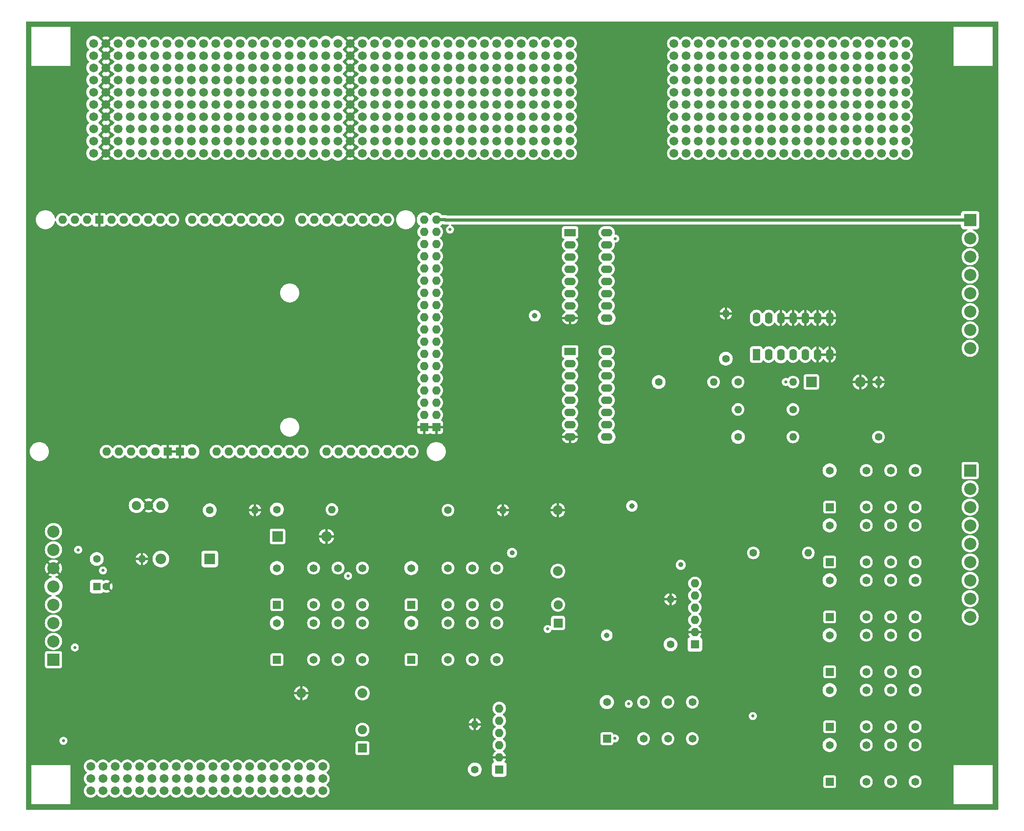
<source format=gbr>
%TF.GenerationSoftware,KiCad,Pcbnew,7.0.7*%
%TF.CreationDate,2023-09-23T16:53:27-05:00*%
%TF.ProjectId,CNH_Functional_Tester_1,434e485f-4675-46e6-9374-696f6e616c5f,B*%
%TF.SameCoordinates,Original*%
%TF.FileFunction,Copper,L2,Inr*%
%TF.FilePolarity,Positive*%
%FSLAX46Y46*%
G04 Gerber Fmt 4.6, Leading zero omitted, Abs format (unit mm)*
G04 Created by KiCad (PCBNEW 7.0.7) date 2023-09-23 16:53:27*
%MOMM*%
%LPD*%
G01*
G04 APERTURE LIST*
%TA.AperFunction,ComponentPad*%
%ADD10C,1.905000*%
%TD*%
%TA.AperFunction,ComponentPad*%
%ADD11O,1.778000X1.778000*%
%TD*%
%TA.AperFunction,ComponentPad*%
%ADD12R,1.778000X1.778000*%
%TD*%
%TA.AperFunction,ComponentPad*%
%ADD13C,1.828800*%
%TD*%
%TA.AperFunction,ComponentPad*%
%ADD14R,2.540000X2.540000*%
%TD*%
%TA.AperFunction,ComponentPad*%
%ADD15C,2.540000*%
%TD*%
%TA.AperFunction,ComponentPad*%
%ADD16R,2.200000X2.200000*%
%TD*%
%TA.AperFunction,ComponentPad*%
%ADD17O,2.200000X2.200000*%
%TD*%
%TA.AperFunction,ComponentPad*%
%ADD18C,1.600000*%
%TD*%
%TA.AperFunction,ComponentPad*%
%ADD19O,1.600000X1.600000*%
%TD*%
%TA.AperFunction,ComponentPad*%
%ADD20R,1.600000X1.600000*%
%TD*%
%TA.AperFunction,ComponentPad*%
%ADD21O,2.032000X2.032000*%
%TD*%
%TA.AperFunction,ComponentPad*%
%ADD22R,1.905000X1.905000*%
%TD*%
%TA.AperFunction,ComponentPad*%
%ADD23R,1.651000X1.651000*%
%TD*%
%TA.AperFunction,ComponentPad*%
%ADD24C,1.651000*%
%TD*%
%TA.AperFunction,ComponentPad*%
%ADD25R,1.600000X2.400000*%
%TD*%
%TA.AperFunction,ComponentPad*%
%ADD26O,1.600000X2.400000*%
%TD*%
%TA.AperFunction,ComponentPad*%
%ADD27R,2.400000X1.600000*%
%TD*%
%TA.AperFunction,ComponentPad*%
%ADD28O,2.400000X1.600000*%
%TD*%
%TA.AperFunction,ViaPad*%
%ADD29C,0.635000*%
%TD*%
%TA.AperFunction,ViaPad*%
%ADD30C,1.066800*%
%TD*%
%TA.AperFunction,ViaPad*%
%ADD31C,1.143000*%
%TD*%
%TA.AperFunction,Conductor*%
%ADD32C,0.635000*%
%TD*%
G04 APERTURE END LIST*
D10*
%TO.N,/12IN*%
%TO.C,PS1*%
X74295000Y-146975000D03*
%TO.N,GND*%
X76835000Y-146975000D03*
%TO.N,/9OUT*%
X79375000Y-146975000D03*
%TD*%
D11*
%TO.N,*%
%TO.C,XA1*%
X68072000Y-135763000D03*
%TO.N,unconnected-(XA1-3.3V-Pad3V3)*%
X75692000Y-135763000D03*
%TO.N,+5V*%
X78232000Y-135763000D03*
X134112000Y-87503000D03*
%TO.N,+5VP*%
X136652000Y-87503000D03*
%TO.N,/PWR_ON*%
X90932000Y-135763000D03*
%TO.N,unconnected-(XA1-PadA1)*%
X93472000Y-135763000D03*
%TO.N,unconnected-(XA1-PadA2)*%
X96012000Y-135763000D03*
%TO.N,unconnected-(XA1-PadA3)*%
X98552000Y-135763000D03*
%TO.N,unconnected-(XA1-PadA4)*%
X101092000Y-135763000D03*
%TO.N,unconnected-(XA1-PadA5)*%
X103632000Y-135763000D03*
%TO.N,unconnected-(XA1-PadA6)*%
X106172000Y-135763000D03*
%TO.N,unconnected-(XA1-PadA7)*%
X108712000Y-135763000D03*
%TO.N,unconnected-(XA1-PadA8)*%
X113792000Y-135763000D03*
%TO.N,unconnected-(XA1-PadA9)*%
X116332000Y-135763000D03*
%TO.N,unconnected-(XA1-PadA10)*%
X118872000Y-135763000D03*
%TO.N,unconnected-(XA1-PadA11)*%
X121412000Y-135763000D03*
%TO.N,unconnected-(XA1-PadA12)*%
X123952000Y-135763000D03*
%TO.N,unconnected-(XA1-PadA13)*%
X126492000Y-135763000D03*
%TO.N,unconnected-(XA1-PadA14)*%
X129032000Y-135763000D03*
%TO.N,unconnected-(XA1-PadA15)*%
X131572000Y-135763000D03*
%TO.N,unconnected-(XA1-PadAREF)*%
X64008000Y-87503000D03*
%TO.N,unconnected-(XA1-D0_RX0-PadD0)*%
X103632000Y-87503000D03*
%TO.N,unconnected-(XA1-D1_TX0-PadD1)*%
X101092000Y-87503000D03*
%TO.N,unconnected-(XA1-D2_INT0-PadD2)*%
X98552000Y-87503000D03*
%TO.N,unconnected-(XA1-D3_INT1-PadD3)*%
X96012000Y-87503000D03*
%TO.N,unconnected-(XA1-PadD4)*%
X93472000Y-87503000D03*
%TO.N,unconnected-(XA1-PadD5)*%
X90932000Y-87503000D03*
%TO.N,/PUL-*%
X88392000Y-87503000D03*
%TO.N,unconnected-(XA1-PadD7)*%
X85852000Y-87503000D03*
%TO.N,unconnected-(XA1-PadD8)*%
X81788000Y-87503000D03*
%TO.N,/DIR-*%
X79248000Y-87503000D03*
%TO.N,/ENA-*%
X76708000Y-87503000D03*
%TO.N,unconnected-(XA1-PadD11)*%
X74168000Y-87503000D03*
%TO.N,unconnected-(XA1-PadD12)*%
X71628000Y-87503000D03*
%TO.N,unconnected-(XA1-PadD13)*%
X69088000Y-87503000D03*
%TO.N,unconnected-(XA1-D14_TX3-PadD14)*%
X108712000Y-87503000D03*
%TO.N,unconnected-(XA1-D15_RX3-PadD15)*%
X111252000Y-87503000D03*
%TO.N,unconnected-(XA1-D16_TX2-PadD16)*%
X113792000Y-87503000D03*
%TO.N,unconnected-(XA1-D17_RX2-PadD17)*%
X116332000Y-87503000D03*
%TO.N,/PULSE_COUNT*%
X118872000Y-87503000D03*
%TO.N,unconnected-(XA1-D19_RX1-PadD19)*%
X121412000Y-87503000D03*
%TO.N,unconnected-(XA1-D20_SDA-PadD20)*%
X123952000Y-87503000D03*
%TO.N,unconnected-(XA1-D21_SCL-PadD21)*%
X126492000Y-87503000D03*
%TO.N,Net-(U1-I1)*%
X134112000Y-90043000D03*
%TO.N,Net-(U1-I2)*%
X136652000Y-90043000D03*
%TO.N,Net-(U1-I3)*%
X134112000Y-92583000D03*
%TO.N,Net-(U1-I4)*%
X136652000Y-92583000D03*
%TO.N,Net-(U1-I5)*%
X134112000Y-95123000D03*
%TO.N,Net-(U1-I6)*%
X136652000Y-95123000D03*
%TO.N,Net-(U1-I7)*%
X134112000Y-97663000D03*
%TO.N,Net-(U2-I1)*%
X136652000Y-97663000D03*
%TO.N,Net-(U2-I2)*%
X134112000Y-100203000D03*
%TO.N,Net-(U2-I3)*%
X136652000Y-100203000D03*
%TO.N,Net-(U2-I4)*%
X134112000Y-102743000D03*
%TO.N,unconnected-(XA1-PadD33)*%
X136652000Y-102743000D03*
%TO.N,unconnected-(XA1-PadD34)*%
X134112000Y-105283000D03*
%TO.N,unconnected-(XA1-PadD35)*%
X136652000Y-105283000D03*
%TO.N,unconnected-(XA1-PadD36)*%
X134112000Y-107823000D03*
%TO.N,unconnected-(XA1-PadD37)*%
X136652000Y-107823000D03*
%TO.N,unconnected-(XA1-PadD38)*%
X134112000Y-110363000D03*
%TO.N,unconnected-(XA1-PadD39)*%
X136652000Y-110363000D03*
%TO.N,unconnected-(XA1-PadD40)*%
X134112000Y-112903000D03*
%TO.N,unconnected-(XA1-PadD41)*%
X136652000Y-112903000D03*
%TO.N,unconnected-(XA1-PadD42)*%
X134112000Y-115443000D03*
%TO.N,unconnected-(XA1-PadD43)*%
X136652000Y-115443000D03*
%TO.N,unconnected-(XA1-PadD44)*%
X134112000Y-117983000D03*
%TO.N,unconnected-(XA1-PadD45)*%
X136652000Y-117983000D03*
%TO.N,unconnected-(XA1-PadD46)*%
X134112000Y-120523000D03*
%TO.N,unconnected-(XA1-PadD47)*%
X136652000Y-120523000D03*
%TO.N,unconnected-(XA1-PadD48)*%
X134112000Y-123063000D03*
%TO.N,Net-(XA1-RESET)*%
X136652000Y-123063000D03*
%TO.N,unconnected-(XA1-PadD50)*%
X134112000Y-125603000D03*
%TO.N,unconnected-(XA1-PadD51)*%
X136652000Y-125603000D03*
%TO.N,unconnected-(XA1-PadD52)*%
X134112000Y-128143000D03*
%TO.N,unconnected-(XA1-D53_SS-PadD53)*%
X136652000Y-128143000D03*
D12*
%TO.N,GND*%
X66548000Y-87503000D03*
X80772000Y-135763000D03*
X83312000Y-135763000D03*
X134112000Y-130683000D03*
X136652000Y-130683000D03*
D11*
%TO.N,unconnected-(XA1-IOREF-PadIORF)*%
X70612000Y-135763000D03*
%TO.N,Net-(XA1-RESET)*%
X73152000Y-135763000D03*
%TO.N,/SCL*%
X58928000Y-87503000D03*
%TO.N,/SDA*%
X61468000Y-87503000D03*
%TO.N,/Vin_Atmega*%
X85852000Y-135763000D03*
%TD*%
D12*
%TO.N,+5V*%
%TO.C,SENSOR_2*%
X149733000Y-201930000D03*
D11*
%TO.N,GND*%
X149733000Y-199390000D03*
%TO.N,/SCL*%
X149733000Y-196850000D03*
%TO.N,/SDA*%
X149733000Y-194310000D03*
%TO.N,unconnected-(SENSOR_2-Vin--Pad5)*%
X149733000Y-191770000D03*
%TO.N,unconnected-(SENSOR_2-Vin+-Pad6)*%
X149733000Y-189230000D03*
%TD*%
D13*
%TO.N,unconnected-(PR13-Pin_1-Pad1)*%
%TO.C,PR13*%
X164465000Y-68580000D03*
%TO.N,unconnected-(PR13-Pin_2-Pad2)*%
X161925000Y-68580000D03*
%TO.N,unconnected-(PR13-Pin_3-Pad3)*%
X159385000Y-68580000D03*
%TO.N,unconnected-(PR13-Pin_4-Pad4)*%
X156845000Y-68580000D03*
%TO.N,unconnected-(PR13-Pin_5-Pad5)*%
X154305000Y-68580000D03*
%TO.N,unconnected-(PR13-Pin_6-Pad6)*%
X151765000Y-68580000D03*
%TO.N,unconnected-(PR13-Pin_7-Pad7)*%
X149225000Y-68580000D03*
%TO.N,unconnected-(PR13-Pin_8-Pad8)*%
X146685000Y-68580000D03*
%TO.N,unconnected-(PR13-Pin_9-Pad9)*%
X144145000Y-68580000D03*
%TO.N,unconnected-(PR13-Pin_10-Pad10)*%
X141605000Y-68580000D03*
%TO.N,unconnected-(PR13-Pin_11-Pad11)*%
X139065000Y-68580000D03*
%TO.N,unconnected-(PR13-Pin_12-Pad12)*%
X136525000Y-68580000D03*
%TO.N,unconnected-(PR13-Pin_13-Pad13)*%
X133985000Y-68580000D03*
%TO.N,unconnected-(PR13-Pin_14-Pad14)*%
X131445000Y-68580000D03*
%TO.N,unconnected-(PR13-Pin_15-Pad15)*%
X128905000Y-68580000D03*
%TO.N,unconnected-(PR13-Pin_16-Pad16)*%
X126365000Y-68580000D03*
%TO.N,unconnected-(PR13-Pin_17-Pad17)*%
X123825000Y-68580000D03*
%TO.N,unconnected-(PR13-Pin_18-Pad18)*%
X121285000Y-68580000D03*
%TO.N,GND*%
X118745000Y-68580000D03*
%TO.N,+5V*%
X116205000Y-68580000D03*
%TD*%
D14*
%TO.N,/UUT_IN+*%
%TO.C,J2*%
X247650000Y-139700000D03*
D15*
%TO.N,/SIG_GND*%
X247650000Y-143510000D03*
%TO.N,Net-(J2-Pad3)*%
X247650000Y-147320000D03*
%TO.N,/CAN_BAT*%
X247650000Y-151130000D03*
%TO.N,/CAN_GND*%
X247650000Y-154940000D03*
%TO.N,Net-(J2-Pad6)*%
X247650000Y-158750000D03*
%TO.N,Net-(J2-Pad7)*%
X247650000Y-162560000D03*
%TO.N,/CAN_L*%
X247650000Y-166370000D03*
%TO.N,/CAN_H*%
X247650000Y-170180000D03*
%TD*%
D13*
%TO.N,unconnected-(PR17-Pin_1-Pad1)*%
%TO.C,PR17*%
X164465000Y-58420000D03*
%TO.N,unconnected-(PR17-Pin_2-Pad2)*%
X161925000Y-58420000D03*
%TO.N,unconnected-(PR17-Pin_3-Pad3)*%
X159385000Y-58420000D03*
%TO.N,unconnected-(PR17-Pin_4-Pad4)*%
X156845000Y-58420000D03*
%TO.N,unconnected-(PR17-Pin_5-Pad5)*%
X154305000Y-58420000D03*
%TO.N,unconnected-(PR17-Pin_6-Pad6)*%
X151765000Y-58420000D03*
%TO.N,unconnected-(PR17-Pin_7-Pad7)*%
X149225000Y-58420000D03*
%TO.N,unconnected-(PR17-Pin_8-Pad8)*%
X146685000Y-58420000D03*
%TO.N,unconnected-(PR17-Pin_9-Pad9)*%
X144145000Y-58420000D03*
%TO.N,unconnected-(PR17-Pin_10-Pad10)*%
X141605000Y-58420000D03*
%TO.N,unconnected-(PR17-Pin_11-Pad11)*%
X139065000Y-58420000D03*
%TO.N,unconnected-(PR17-Pin_12-Pad12)*%
X136525000Y-58420000D03*
%TO.N,unconnected-(PR17-Pin_13-Pad13)*%
X133985000Y-58420000D03*
%TO.N,unconnected-(PR17-Pin_14-Pad14)*%
X131445000Y-58420000D03*
%TO.N,unconnected-(PR17-Pin_15-Pad15)*%
X128905000Y-58420000D03*
%TO.N,unconnected-(PR17-Pin_16-Pad16)*%
X126365000Y-58420000D03*
%TO.N,unconnected-(PR17-Pin_17-Pad17)*%
X123825000Y-58420000D03*
%TO.N,unconnected-(PR17-Pin_18-Pad18)*%
X121285000Y-58420000D03*
%TO.N,GND*%
X118745000Y-58420000D03*
%TO.N,+5V*%
X116205000Y-58420000D03*
%TD*%
D16*
%TO.N,/9DIO*%
%TO.C,D1*%
X89535000Y-158115000D03*
D17*
%TO.N,/9OUT*%
X79375000Y-158115000D03*
%TD*%
D18*
%TO.N,Net-(R3-Pad1)*%
%TO.C,R3*%
X199390000Y-121285000D03*
D19*
%TO.N,Net-(U3A--)*%
X210820000Y-121285000D03*
%TD*%
D13*
%TO.N,unconnected-(PR31-Pin_1-Pad1)*%
%TO.C,PR31*%
X186055000Y-68580000D03*
%TO.N,unconnected-(PR31-Pin_2-Pad2)*%
X188595000Y-68580000D03*
%TO.N,unconnected-(PR31-Pin_3-Pad3)*%
X191135000Y-68580000D03*
%TO.N,unconnected-(PR31-Pin_4-Pad4)*%
X193675000Y-68580000D03*
%TO.N,unconnected-(PR31-Pin_5-Pad5)*%
X196215000Y-68580000D03*
%TO.N,unconnected-(PR31-Pin_6-Pad6)*%
X198755000Y-68580000D03*
%TO.N,unconnected-(PR31-Pin_7-Pad7)*%
X201295000Y-68580000D03*
%TO.N,unconnected-(PR31-Pin_8-Pad8)*%
X203835000Y-68580000D03*
%TO.N,unconnected-(PR31-Pin_9-Pad9)*%
X206375000Y-68580000D03*
%TO.N,unconnected-(PR31-Pin_10-Pad10)*%
X208915000Y-68580000D03*
%TO.N,unconnected-(PR31-Pin_11-Pad11)*%
X211455000Y-68580000D03*
%TO.N,unconnected-(PR31-Pin_12-Pad12)*%
X213995000Y-68580000D03*
%TO.N,unconnected-(PR31-Pin_13-Pad13)*%
X216535000Y-68580000D03*
%TO.N,unconnected-(PR31-Pin_14-Pad14)*%
X219075000Y-68580000D03*
%TO.N,unconnected-(PR31-Pin_15-Pad15)*%
X221615000Y-68580000D03*
%TO.N,unconnected-(PR31-Pin_16-Pad16)*%
X224155000Y-68580000D03*
%TO.N,unconnected-(PR31-Pin_17-Pad17)*%
X226695000Y-68580000D03*
%TO.N,unconnected-(PR31-Pin_18-Pad18)*%
X229235000Y-68580000D03*
%TO.N,unconnected-(PR31-Pin_19-Pad19)*%
X231775000Y-68580000D03*
%TO.N,unconnected-(PR31-Pin_20-Pad20)*%
X234315000Y-68580000D03*
%TD*%
%TO.N,unconnected-(PR20-Pin_1-Pad1)*%
%TO.C,PR20*%
X164465000Y-50800000D03*
%TO.N,unconnected-(PR20-Pin_2-Pad2)*%
X161925000Y-50800000D03*
%TO.N,unconnected-(PR20-Pin_3-Pad3)*%
X159385000Y-50800000D03*
%TO.N,unconnected-(PR20-Pin_4-Pad4)*%
X156845000Y-50800000D03*
%TO.N,unconnected-(PR20-Pin_5-Pad5)*%
X154305000Y-50800000D03*
%TO.N,unconnected-(PR20-Pin_6-Pad6)*%
X151765000Y-50800000D03*
%TO.N,unconnected-(PR20-Pin_7-Pad7)*%
X149225000Y-50800000D03*
%TO.N,unconnected-(PR20-Pin_8-Pad8)*%
X146685000Y-50800000D03*
%TO.N,unconnected-(PR20-Pin_9-Pad9)*%
X144145000Y-50800000D03*
%TO.N,unconnected-(PR20-Pin_10-Pad10)*%
X141605000Y-50800000D03*
%TO.N,unconnected-(PR20-Pin_11-Pad11)*%
X139065000Y-50800000D03*
%TO.N,unconnected-(PR20-Pin_12-Pad12)*%
X136525000Y-50800000D03*
%TO.N,unconnected-(PR20-Pin_13-Pad13)*%
X133985000Y-50800000D03*
%TO.N,unconnected-(PR20-Pin_14-Pad14)*%
X131445000Y-50800000D03*
%TO.N,unconnected-(PR20-Pin_15-Pad15)*%
X128905000Y-50800000D03*
%TO.N,unconnected-(PR20-Pin_16-Pad16)*%
X126365000Y-50800000D03*
%TO.N,unconnected-(PR20-Pin_17-Pad17)*%
X123825000Y-50800000D03*
%TO.N,unconnected-(PR20-Pin_18-Pad18)*%
X121285000Y-50800000D03*
%TO.N,GND*%
X118745000Y-50800000D03*
%TO.N,+5V*%
X116205000Y-50800000D03*
%TD*%
%TO.N,unconnected-(PR19-Pin_1-Pad1)*%
%TO.C,PR19*%
X164465000Y-53340000D03*
%TO.N,unconnected-(PR19-Pin_2-Pad2)*%
X161925000Y-53340000D03*
%TO.N,unconnected-(PR19-Pin_3-Pad3)*%
X159385000Y-53340000D03*
%TO.N,unconnected-(PR19-Pin_4-Pad4)*%
X156845000Y-53340000D03*
%TO.N,unconnected-(PR19-Pin_5-Pad5)*%
X154305000Y-53340000D03*
%TO.N,unconnected-(PR19-Pin_6-Pad6)*%
X151765000Y-53340000D03*
%TO.N,unconnected-(PR19-Pin_7-Pad7)*%
X149225000Y-53340000D03*
%TO.N,unconnected-(PR19-Pin_8-Pad8)*%
X146685000Y-53340000D03*
%TO.N,unconnected-(PR19-Pin_9-Pad9)*%
X144145000Y-53340000D03*
%TO.N,unconnected-(PR19-Pin_10-Pad10)*%
X141605000Y-53340000D03*
%TO.N,unconnected-(PR19-Pin_11-Pad11)*%
X139065000Y-53340000D03*
%TO.N,unconnected-(PR19-Pin_12-Pad12)*%
X136525000Y-53340000D03*
%TO.N,unconnected-(PR19-Pin_13-Pad13)*%
X133985000Y-53340000D03*
%TO.N,unconnected-(PR19-Pin_14-Pad14)*%
X131445000Y-53340000D03*
%TO.N,unconnected-(PR19-Pin_15-Pad15)*%
X128905000Y-53340000D03*
%TO.N,unconnected-(PR19-Pin_16-Pad16)*%
X126365000Y-53340000D03*
%TO.N,unconnected-(PR19-Pin_17-Pad17)*%
X123825000Y-53340000D03*
%TO.N,unconnected-(PR19-Pin_18-Pad18)*%
X121285000Y-53340000D03*
%TO.N,GND*%
X118745000Y-53340000D03*
%TO.N,+5V*%
X116205000Y-53340000D03*
%TD*%
D18*
%TO.N,/Vin_Atmega*%
%TO.C,C3*%
X89535000Y-147955000D03*
D19*
%TO.N,GND*%
X98933000Y-147955000D03*
%TD*%
D16*
%TO.N,Net-(U3A--)*%
%TO.C,Z1*%
X214630000Y-121285000D03*
D17*
%TO.N,GND*%
X224790000Y-121285000D03*
%TD*%
D20*
%TO.N,+12V*%
%TO.C,C1*%
X66040000Y-163830000D03*
D18*
%TO.N,GND*%
X68040000Y-163830000D03*
%TD*%
D21*
%TO.N,GND*%
%TO.C,TVS1*%
X161925000Y-147955000D03*
%TO.N,Net-(TVS1-A2)*%
X161925000Y-160655000D03*
%TD*%
D18*
%TO.N,+5V*%
%TO.C,C5*%
X185343800Y-175895000D03*
D19*
%TO.N,GND*%
X185343800Y-166497000D03*
%TD*%
D18*
%TO.N,Net-(U3A-+)*%
%TO.C,R5*%
X210820000Y-127000000D03*
D19*
%TO.N,/PULSE_COUNT*%
X199390000Y-127000000D03*
%TD*%
D13*
%TO.N,unconnected-(PR33-Pin_1-Pad1)*%
%TO.C,PR33*%
X186055000Y-73660000D03*
%TO.N,unconnected-(PR33-Pin_2-Pad2)*%
X188595000Y-73660000D03*
%TO.N,unconnected-(PR33-Pin_3-Pad3)*%
X191135000Y-73660000D03*
%TO.N,unconnected-(PR33-Pin_4-Pad4)*%
X193675000Y-73660000D03*
%TO.N,unconnected-(PR33-Pin_5-Pad5)*%
X196215000Y-73660000D03*
%TO.N,unconnected-(PR33-Pin_6-Pad6)*%
X198755000Y-73660000D03*
%TO.N,unconnected-(PR33-Pin_7-Pad7)*%
X201295000Y-73660000D03*
%TO.N,unconnected-(PR33-Pin_8-Pad8)*%
X203835000Y-73660000D03*
%TO.N,unconnected-(PR33-Pin_9-Pad9)*%
X206375000Y-73660000D03*
%TO.N,unconnected-(PR33-Pin_10-Pad10)*%
X208915000Y-73660000D03*
%TO.N,unconnected-(PR33-Pin_11-Pad11)*%
X211455000Y-73660000D03*
%TO.N,unconnected-(PR33-Pin_12-Pad12)*%
X213995000Y-73660000D03*
%TO.N,unconnected-(PR33-Pin_13-Pad13)*%
X216535000Y-73660000D03*
%TO.N,unconnected-(PR33-Pin_14-Pad14)*%
X219075000Y-73660000D03*
%TO.N,unconnected-(PR33-Pin_15-Pad15)*%
X221615000Y-73660000D03*
%TO.N,unconnected-(PR33-Pin_16-Pad16)*%
X224155000Y-73660000D03*
%TO.N,unconnected-(PR33-Pin_17-Pad17)*%
X226695000Y-73660000D03*
%TO.N,unconnected-(PR33-Pin_18-Pad18)*%
X229235000Y-73660000D03*
%TO.N,unconnected-(PR33-Pin_19-Pad19)*%
X231775000Y-73660000D03*
%TO.N,unconnected-(PR33-Pin_20-Pad20)*%
X234315000Y-73660000D03*
%TD*%
%TO.N,+12V*%
%TO.C,PR10*%
X113665000Y-50800000D03*
%TO.N,unconnected-(PR10-Pin_2-Pad2)*%
X111125000Y-50800000D03*
%TO.N,unconnected-(PR10-Pin_3-Pad3)*%
X108585000Y-50800000D03*
%TO.N,unconnected-(PR10-Pin_4-Pad4)*%
X106045000Y-50800000D03*
%TO.N,unconnected-(PR10-Pin_5-Pad5)*%
X103505000Y-50800000D03*
%TO.N,unconnected-(PR10-Pin_6-Pad6)*%
X100965000Y-50800000D03*
%TO.N,unconnected-(PR10-Pin_7-Pad7)*%
X98425000Y-50800000D03*
%TO.N,unconnected-(PR10-Pin_8-Pad8)*%
X95885000Y-50800000D03*
%TO.N,unconnected-(PR10-Pin_9-Pad9)*%
X93345000Y-50800000D03*
%TO.N,unconnected-(PR10-Pin_10-Pad10)*%
X90805000Y-50800000D03*
%TO.N,unconnected-(PR10-Pin_11-Pad11)*%
X88265000Y-50800000D03*
%TO.N,unconnected-(PR10-Pin_12-Pad12)*%
X85725000Y-50800000D03*
%TO.N,unconnected-(PR10-Pin_13-Pad13)*%
X83185000Y-50800000D03*
%TO.N,unconnected-(PR10-Pin_14-Pad14)*%
X80645000Y-50800000D03*
%TO.N,unconnected-(PR10-Pin_15-Pad15)*%
X78105000Y-50800000D03*
%TO.N,unconnected-(PR10-Pin_16-Pad16)*%
X75565000Y-50800000D03*
%TO.N,unconnected-(PR10-Pin_17-Pad17)*%
X73025000Y-50800000D03*
%TO.N,unconnected-(PR10-Pin_18-Pad18)*%
X70485000Y-50800000D03*
%TO.N,GND*%
X67945000Y-50800000D03*
%TO.N,+5V*%
X65405000Y-50800000D03*
%TD*%
%TO.N,+12V*%
%TO.C,PR2*%
X113665000Y-71120000D03*
%TO.N,unconnected-(PR2-Pin_2-Pad2)*%
X111125000Y-71120000D03*
%TO.N,unconnected-(PR2-Pin_3-Pad3)*%
X108585000Y-71120000D03*
%TO.N,unconnected-(PR2-Pin_4-Pad4)*%
X106045000Y-71120000D03*
%TO.N,unconnected-(PR2-Pin_5-Pad5)*%
X103505000Y-71120000D03*
%TO.N,unconnected-(PR2-Pin_6-Pad6)*%
X100965000Y-71120000D03*
%TO.N,unconnected-(PR2-Pin_7-Pad7)*%
X98425000Y-71120000D03*
%TO.N,unconnected-(PR2-Pin_8-Pad8)*%
X95885000Y-71120000D03*
%TO.N,unconnected-(PR2-Pin_9-Pad9)*%
X93345000Y-71120000D03*
%TO.N,unconnected-(PR2-Pin_10-Pad10)*%
X90805000Y-71120000D03*
%TO.N,unconnected-(PR2-Pin_11-Pad11)*%
X88265000Y-71120000D03*
%TO.N,unconnected-(PR2-Pin_12-Pad12)*%
X85725000Y-71120000D03*
%TO.N,unconnected-(PR2-Pin_13-Pad13)*%
X83185000Y-71120000D03*
%TO.N,unconnected-(PR2-Pin_14-Pad14)*%
X80645000Y-71120000D03*
%TO.N,unconnected-(PR2-Pin_15-Pad15)*%
X78105000Y-71120000D03*
%TO.N,unconnected-(PR2-Pin_16-Pad16)*%
X75565000Y-71120000D03*
%TO.N,unconnected-(PR2-Pin_17-Pad17)*%
X73025000Y-71120000D03*
%TO.N,unconnected-(PR2-Pin_18-Pad18)*%
X70485000Y-71120000D03*
%TO.N,GND*%
X67945000Y-71120000D03*
%TO.N,+5V*%
X65405000Y-71120000D03*
%TD*%
D12*
%TO.N,+5V*%
%TO.C,SENSOR_1*%
X190423000Y-175895800D03*
D11*
%TO.N,GND*%
X190423000Y-173355800D03*
%TO.N,/SCL*%
X190423000Y-170815800D03*
%TO.N,/SDA*%
X190423000Y-168275800D03*
%TO.N,unconnected-(SENSOR_1-Vin--Pad5)*%
X190423000Y-165735800D03*
%TO.N,unconnected-(SENSOR_1-Vin+-Pad6)*%
X190423000Y-163195800D03*
%TD*%
D13*
%TO.N,unconnected-(PR14-Pin_1-Pad1)*%
%TO.C,PR14*%
X164465000Y-66040000D03*
%TO.N,unconnected-(PR14-Pin_2-Pad2)*%
X161925000Y-66040000D03*
%TO.N,unconnected-(PR14-Pin_3-Pad3)*%
X159385000Y-66040000D03*
%TO.N,unconnected-(PR14-Pin_4-Pad4)*%
X156845000Y-66040000D03*
%TO.N,unconnected-(PR14-Pin_5-Pad5)*%
X154305000Y-66040000D03*
%TO.N,unconnected-(PR14-Pin_6-Pad6)*%
X151765000Y-66040000D03*
%TO.N,unconnected-(PR14-Pin_7-Pad7)*%
X149225000Y-66040000D03*
%TO.N,unconnected-(PR14-Pin_8-Pad8)*%
X146685000Y-66040000D03*
%TO.N,unconnected-(PR14-Pin_9-Pad9)*%
X144145000Y-66040000D03*
%TO.N,unconnected-(PR14-Pin_10-Pad10)*%
X141605000Y-66040000D03*
%TO.N,unconnected-(PR14-Pin_11-Pad11)*%
X139065000Y-66040000D03*
%TO.N,unconnected-(PR14-Pin_12-Pad12)*%
X136525000Y-66040000D03*
%TO.N,unconnected-(PR14-Pin_13-Pad13)*%
X133985000Y-66040000D03*
%TO.N,unconnected-(PR14-Pin_14-Pad14)*%
X131445000Y-66040000D03*
%TO.N,unconnected-(PR14-Pin_15-Pad15)*%
X128905000Y-66040000D03*
%TO.N,unconnected-(PR14-Pin_16-Pad16)*%
X126365000Y-66040000D03*
%TO.N,unconnected-(PR14-Pin_17-Pad17)*%
X123825000Y-66040000D03*
%TO.N,unconnected-(PR14-Pin_18-Pad18)*%
X121285000Y-66040000D03*
%TO.N,GND*%
X118745000Y-66040000D03*
%TO.N,+5V*%
X116205000Y-66040000D03*
%TD*%
%TO.N,unconnected-(PR16-Pin_1-Pad1)*%
%TO.C,PR16*%
X164465000Y-60960000D03*
%TO.N,unconnected-(PR16-Pin_2-Pad2)*%
X161925000Y-60960000D03*
%TO.N,unconnected-(PR16-Pin_3-Pad3)*%
X159385000Y-60960000D03*
%TO.N,unconnected-(PR16-Pin_4-Pad4)*%
X156845000Y-60960000D03*
%TO.N,unconnected-(PR16-Pin_5-Pad5)*%
X154305000Y-60960000D03*
%TO.N,unconnected-(PR16-Pin_6-Pad6)*%
X151765000Y-60960000D03*
%TO.N,unconnected-(PR16-Pin_7-Pad7)*%
X149225000Y-60960000D03*
%TO.N,unconnected-(PR16-Pin_8-Pad8)*%
X146685000Y-60960000D03*
%TO.N,unconnected-(PR16-Pin_9-Pad9)*%
X144145000Y-60960000D03*
%TO.N,unconnected-(PR16-Pin_10-Pad10)*%
X141605000Y-60960000D03*
%TO.N,unconnected-(PR16-Pin_11-Pad11)*%
X139065000Y-60960000D03*
%TO.N,unconnected-(PR16-Pin_12-Pad12)*%
X136525000Y-60960000D03*
%TO.N,unconnected-(PR16-Pin_13-Pad13)*%
X133985000Y-60960000D03*
%TO.N,unconnected-(PR16-Pin_14-Pad14)*%
X131445000Y-60960000D03*
%TO.N,unconnected-(PR16-Pin_15-Pad15)*%
X128905000Y-60960000D03*
%TO.N,unconnected-(PR16-Pin_16-Pad16)*%
X126365000Y-60960000D03*
%TO.N,unconnected-(PR16-Pin_17-Pad17)*%
X123825000Y-60960000D03*
%TO.N,unconnected-(PR16-Pin_18-Pad18)*%
X121285000Y-60960000D03*
%TO.N,GND*%
X118745000Y-60960000D03*
%TO.N,+5V*%
X116205000Y-60960000D03*
%TD*%
%TO.N,unconnected-(PR25-Pin_1-Pad1)*%
%TO.C,PR25*%
X186055000Y-53340000D03*
%TO.N,unconnected-(PR25-Pin_2-Pad2)*%
X188595000Y-53340000D03*
%TO.N,unconnected-(PR25-Pin_3-Pad3)*%
X191135000Y-53340000D03*
%TO.N,unconnected-(PR25-Pin_4-Pad4)*%
X193675000Y-53340000D03*
%TO.N,unconnected-(PR25-Pin_5-Pad5)*%
X196215000Y-53340000D03*
%TO.N,unconnected-(PR25-Pin_6-Pad6)*%
X198755000Y-53340000D03*
%TO.N,unconnected-(PR25-Pin_7-Pad7)*%
X201295000Y-53340000D03*
%TO.N,unconnected-(PR25-Pin_8-Pad8)*%
X203835000Y-53340000D03*
%TO.N,unconnected-(PR25-Pin_9-Pad9)*%
X206375000Y-53340000D03*
%TO.N,unconnected-(PR25-Pin_10-Pad10)*%
X208915000Y-53340000D03*
%TO.N,unconnected-(PR25-Pin_11-Pad11)*%
X211455000Y-53340000D03*
%TO.N,unconnected-(PR25-Pin_12-Pad12)*%
X213995000Y-53340000D03*
%TO.N,unconnected-(PR25-Pin_13-Pad13)*%
X216535000Y-53340000D03*
%TO.N,unconnected-(PR25-Pin_14-Pad14)*%
X219075000Y-53340000D03*
%TO.N,unconnected-(PR25-Pin_15-Pad15)*%
X221615000Y-53340000D03*
%TO.N,unconnected-(PR25-Pin_16-Pad16)*%
X224155000Y-53340000D03*
%TO.N,unconnected-(PR25-Pin_17-Pad17)*%
X226695000Y-53340000D03*
%TO.N,unconnected-(PR25-Pin_18-Pad18)*%
X229235000Y-53340000D03*
%TO.N,unconnected-(PR25-Pin_19-Pad19)*%
X231775000Y-53340000D03*
%TO.N,unconnected-(PR25-Pin_20-Pad20)*%
X234315000Y-53340000D03*
%TD*%
D22*
%TO.N,Net-(PSENSE_1-Pad1)*%
%TO.C,PSENSE_1*%
X161975000Y-171450000D03*
D10*
%TO.N,Net-(TVS1-A2)*%
X161975000Y-167640000D03*
%TD*%
D13*
%TO.N,+12V*%
%TO.C,PR6*%
X113665000Y-60960000D03*
%TO.N,unconnected-(PR6-Pin_2-Pad2)*%
X111125000Y-60960000D03*
%TO.N,unconnected-(PR6-Pin_3-Pad3)*%
X108585000Y-60960000D03*
%TO.N,unconnected-(PR6-Pin_4-Pad4)*%
X106045000Y-60960000D03*
%TO.N,unconnected-(PR6-Pin_5-Pad5)*%
X103505000Y-60960000D03*
%TO.N,unconnected-(PR6-Pin_6-Pad6)*%
X100965000Y-60960000D03*
%TO.N,unconnected-(PR6-Pin_7-Pad7)*%
X98425000Y-60960000D03*
%TO.N,unconnected-(PR6-Pin_8-Pad8)*%
X95885000Y-60960000D03*
%TO.N,unconnected-(PR6-Pin_9-Pad9)*%
X93345000Y-60960000D03*
%TO.N,unconnected-(PR6-Pin_10-Pad10)*%
X90805000Y-60960000D03*
%TO.N,unconnected-(PR6-Pin_11-Pad11)*%
X88265000Y-60960000D03*
%TO.N,unconnected-(PR6-Pin_12-Pad12)*%
X85725000Y-60960000D03*
%TO.N,unconnected-(PR6-Pin_13-Pad13)*%
X83185000Y-60960000D03*
%TO.N,unconnected-(PR6-Pin_14-Pad14)*%
X80645000Y-60960000D03*
%TO.N,unconnected-(PR6-Pin_15-Pad15)*%
X78105000Y-60960000D03*
%TO.N,unconnected-(PR6-Pin_16-Pad16)*%
X75565000Y-60960000D03*
%TO.N,unconnected-(PR6-Pin_17-Pad17)*%
X73025000Y-60960000D03*
%TO.N,unconnected-(PR6-Pin_18-Pad18)*%
X70485000Y-60960000D03*
%TO.N,GND*%
X67945000Y-60960000D03*
%TO.N,+5V*%
X65405000Y-60960000D03*
%TD*%
D23*
%TO.N,/RLY3*%
%TO.C,RLY3*%
X131445000Y-167640000D03*
D24*
%TO.N,Net-(PSENSE_1-Pad1)*%
X139065000Y-167640000D03*
%TO.N,unconnected-(RLY3-Pad6)*%
X144145000Y-167640000D03*
%TO.N,Net-(RLY3-Pad8)*%
X149225000Y-167640000D03*
%TO.N,Net-(RLY3-Pad9)*%
X149225000Y-160020000D03*
%TO.N,unconnected-(RLY3-Pad11)*%
X144145000Y-160020000D03*
%TO.N,Net-(TVS1-A2)*%
X139065000Y-160020000D03*
%TO.N,+12V*%
X131445000Y-160020000D03*
%TD*%
D13*
%TO.N,+12V*%
%TO.C,PR8*%
X113665000Y-55880000D03*
%TO.N,unconnected-(PR8-Pin_2-Pad2)*%
X111125000Y-55880000D03*
%TO.N,unconnected-(PR8-Pin_3-Pad3)*%
X108585000Y-55880000D03*
%TO.N,unconnected-(PR8-Pin_4-Pad4)*%
X106045000Y-55880000D03*
%TO.N,unconnected-(PR8-Pin_5-Pad5)*%
X103505000Y-55880000D03*
%TO.N,unconnected-(PR8-Pin_6-Pad6)*%
X100965000Y-55880000D03*
%TO.N,unconnected-(PR8-Pin_7-Pad7)*%
X98425000Y-55880000D03*
%TO.N,unconnected-(PR8-Pin_8-Pad8)*%
X95885000Y-55880000D03*
%TO.N,unconnected-(PR8-Pin_9-Pad9)*%
X93345000Y-55880000D03*
%TO.N,unconnected-(PR8-Pin_10-Pad10)*%
X90805000Y-55880000D03*
%TO.N,unconnected-(PR8-Pin_11-Pad11)*%
X88265000Y-55880000D03*
%TO.N,unconnected-(PR8-Pin_12-Pad12)*%
X85725000Y-55880000D03*
%TO.N,unconnected-(PR8-Pin_13-Pad13)*%
X83185000Y-55880000D03*
%TO.N,unconnected-(PR8-Pin_14-Pad14)*%
X80645000Y-55880000D03*
%TO.N,unconnected-(PR8-Pin_15-Pad15)*%
X78105000Y-55880000D03*
%TO.N,unconnected-(PR8-Pin_16-Pad16)*%
X75565000Y-55880000D03*
%TO.N,unconnected-(PR8-Pin_17-Pad17)*%
X73025000Y-55880000D03*
%TO.N,unconnected-(PR8-Pin_18-Pad18)*%
X70485000Y-55880000D03*
%TO.N,GND*%
X67945000Y-55880000D03*
%TO.N,+5V*%
X65405000Y-55880000D03*
%TD*%
D23*
%TO.N,/RLY8*%
%TO.C,RLY8*%
X218440000Y-170180000D03*
D24*
%TO.N,/+SCOPE_CH1*%
X226060000Y-170180000D03*
%TO.N,unconnected-(RLY8-Pad6)*%
X231140000Y-170180000D03*
%TO.N,/CAN_BAT*%
X236220000Y-170180000D03*
%TO.N,/CAN_GND*%
X236220000Y-162560000D03*
%TO.N,unconnected-(RLY8-Pad11)*%
X231140000Y-162560000D03*
%TO.N,/-SCOPE_CH1*%
X226060000Y-162560000D03*
%TO.N,+12V*%
X218440000Y-162560000D03*
%TD*%
D13*
%TO.N,unconnected-(PR11-Pin_1-Pad1)*%
%TO.C,PR11*%
X164465000Y-73660000D03*
%TO.N,unconnected-(PR11-Pin_2-Pad2)*%
X161925000Y-73660000D03*
%TO.N,unconnected-(PR11-Pin_3-Pad3)*%
X159385000Y-73660000D03*
%TO.N,unconnected-(PR11-Pin_4-Pad4)*%
X156845000Y-73660000D03*
%TO.N,unconnected-(PR11-Pin_5-Pad5)*%
X154305000Y-73660000D03*
%TO.N,unconnected-(PR11-Pin_6-Pad6)*%
X151765000Y-73660000D03*
%TO.N,unconnected-(PR11-Pin_7-Pad7)*%
X149225000Y-73660000D03*
%TO.N,unconnected-(PR11-Pin_8-Pad8)*%
X146685000Y-73660000D03*
%TO.N,unconnected-(PR11-Pin_9-Pad9)*%
X144145000Y-73660000D03*
%TO.N,unconnected-(PR11-Pin_10-Pad10)*%
X141605000Y-73660000D03*
%TO.N,unconnected-(PR11-Pin_11-Pad11)*%
X139065000Y-73660000D03*
%TO.N,unconnected-(PR11-Pin_12-Pad12)*%
X136525000Y-73660000D03*
%TO.N,unconnected-(PR11-Pin_13-Pad13)*%
X133985000Y-73660000D03*
%TO.N,unconnected-(PR11-Pin_14-Pad14)*%
X131445000Y-73660000D03*
%TO.N,unconnected-(PR11-Pin_15-Pad15)*%
X128905000Y-73660000D03*
%TO.N,unconnected-(PR11-Pin_16-Pad16)*%
X126365000Y-73660000D03*
%TO.N,unconnected-(PR11-Pin_17-Pad17)*%
X123825000Y-73660000D03*
%TO.N,unconnected-(PR11-Pin_18-Pad18)*%
X121285000Y-73660000D03*
%TO.N,GND*%
X118745000Y-73660000D03*
%TO.N,+5V*%
X116205000Y-73660000D03*
%TD*%
%TO.N,unconnected-(PR18-Pin_1-Pad1)*%
%TO.C,PR18*%
X164465000Y-55880000D03*
%TO.N,unconnected-(PR18-Pin_2-Pad2)*%
X161925000Y-55880000D03*
%TO.N,unconnected-(PR18-Pin_3-Pad3)*%
X159385000Y-55880000D03*
%TO.N,unconnected-(PR18-Pin_4-Pad4)*%
X156845000Y-55880000D03*
%TO.N,unconnected-(PR18-Pin_5-Pad5)*%
X154305000Y-55880000D03*
%TO.N,unconnected-(PR18-Pin_6-Pad6)*%
X151765000Y-55880000D03*
%TO.N,unconnected-(PR18-Pin_7-Pad7)*%
X149225000Y-55880000D03*
%TO.N,unconnected-(PR18-Pin_8-Pad8)*%
X146685000Y-55880000D03*
%TO.N,unconnected-(PR18-Pin_9-Pad9)*%
X144145000Y-55880000D03*
%TO.N,unconnected-(PR18-Pin_10-Pad10)*%
X141605000Y-55880000D03*
%TO.N,unconnected-(PR18-Pin_11-Pad11)*%
X139065000Y-55880000D03*
%TO.N,unconnected-(PR18-Pin_12-Pad12)*%
X136525000Y-55880000D03*
%TO.N,unconnected-(PR18-Pin_13-Pad13)*%
X133985000Y-55880000D03*
%TO.N,unconnected-(PR18-Pin_14-Pad14)*%
X131445000Y-55880000D03*
%TO.N,unconnected-(PR18-Pin_15-Pad15)*%
X128905000Y-55880000D03*
%TO.N,unconnected-(PR18-Pin_16-Pad16)*%
X126365000Y-55880000D03*
%TO.N,unconnected-(PR18-Pin_17-Pad17)*%
X123825000Y-55880000D03*
%TO.N,unconnected-(PR18-Pin_18-Pad18)*%
X121285000Y-55880000D03*
%TO.N,GND*%
X118745000Y-55880000D03*
%TO.N,+5V*%
X116205000Y-55880000D03*
%TD*%
D23*
%TO.N,/RLY11*%
%TO.C,RLY11*%
X218440000Y-204470000D03*
D24*
%TO.N,/+SCOPE_CH1*%
X226060000Y-204470000D03*
%TO.N,unconnected-(RLY11-Pad6)*%
X231140000Y-204470000D03*
%TO.N,Net-(R3-Pad1)*%
X236220000Y-204470000D03*
%TO.N,unconnected-(RLY11-Pad9)*%
X236220000Y-196850000D03*
%TO.N,unconnected-(RLY11-Pad11)*%
X231140000Y-196850000D03*
%TO.N,unconnected-(RLY11-Pad13)*%
X226060000Y-196850000D03*
%TO.N,+12V*%
X218440000Y-196850000D03*
%TD*%
D18*
%TO.N,/+VL_SW*%
%TO.C,R1*%
X202565000Y-156845000D03*
D19*
%TO.N,Net-(J2-Pad3)*%
X213995000Y-156845000D03*
%TD*%
D23*
%TO.N,/RLY5*%
%TO.C,RLY5*%
X172117500Y-195532500D03*
D24*
%TO.N,/UUT_IN+*%
X179737500Y-195532500D03*
%TO.N,/+VDC_UUT*%
X184817500Y-195532500D03*
%TO.N,/-VDC_UUT_MAIN*%
X189897500Y-195532500D03*
%TO.N,/+VDC_UUT*%
X189897500Y-187912500D03*
%TO.N,/-VDC_UUT_MAIN*%
X184817500Y-187912500D03*
%TO.N,/SIG_GND*%
X179737500Y-187912500D03*
%TO.N,+12V*%
X172117500Y-187912500D03*
%TD*%
D13*
%TO.N,unconnected-(PR12-Pin_1-Pad1)*%
%TO.C,PR12*%
X164465000Y-71120000D03*
%TO.N,unconnected-(PR12-Pin_2-Pad2)*%
X161925000Y-71120000D03*
%TO.N,unconnected-(PR12-Pin_3-Pad3)*%
X159385000Y-71120000D03*
%TO.N,unconnected-(PR12-Pin_4-Pad4)*%
X156845000Y-71120000D03*
%TO.N,unconnected-(PR12-Pin_5-Pad5)*%
X154305000Y-71120000D03*
%TO.N,unconnected-(PR12-Pin_6-Pad6)*%
X151765000Y-71120000D03*
%TO.N,unconnected-(PR12-Pin_7-Pad7)*%
X149225000Y-71120000D03*
%TO.N,unconnected-(PR12-Pin_8-Pad8)*%
X146685000Y-71120000D03*
%TO.N,unconnected-(PR12-Pin_9-Pad9)*%
X144145000Y-71120000D03*
%TO.N,unconnected-(PR12-Pin_10-Pad10)*%
X141605000Y-71120000D03*
%TO.N,unconnected-(PR12-Pin_11-Pad11)*%
X139065000Y-71120000D03*
%TO.N,unconnected-(PR12-Pin_12-Pad12)*%
X136525000Y-71120000D03*
%TO.N,unconnected-(PR12-Pin_13-Pad13)*%
X133985000Y-71120000D03*
%TO.N,unconnected-(PR12-Pin_14-Pad14)*%
X131445000Y-71120000D03*
%TO.N,unconnected-(PR12-Pin_15-Pad15)*%
X128905000Y-71120000D03*
%TO.N,unconnected-(PR12-Pin_16-Pad16)*%
X126365000Y-71120000D03*
%TO.N,unconnected-(PR12-Pin_17-Pad17)*%
X123825000Y-71120000D03*
%TO.N,unconnected-(PR12-Pin_18-Pad18)*%
X121285000Y-71120000D03*
%TO.N,GND*%
X118745000Y-71120000D03*
%TO.N,+5V*%
X116205000Y-71120000D03*
%TD*%
D16*
%TO.N,/PWR_ON*%
%TO.C,Z2*%
X103632000Y-153416000D03*
D17*
%TO.N,GND*%
X113792000Y-153416000D03*
%TD*%
D18*
%TO.N,+12V*%
%TO.C,R8*%
X103505000Y-147828000D03*
D19*
%TO.N,/PWR_ON*%
X114935000Y-147828000D03*
%TD*%
D18*
%TO.N,+12V*%
%TO.C,C2*%
X66031600Y-158115000D03*
D19*
%TO.N,GND*%
X75429600Y-158115000D03*
%TD*%
D23*
%TO.N,/RLY4*%
%TO.C,RLY4*%
X131445000Y-179070000D03*
D24*
%TO.N,Net-(RLY3-Pad8)*%
X139065000Y-179070000D03*
%TO.N,/CAN_L*%
X144145000Y-179070000D03*
%TO.N,/+VL_SW*%
X149225000Y-179070000D03*
%TO.N,/CAN_H*%
X149225000Y-171450000D03*
%TO.N,/CAN_GND*%
X144145000Y-171450000D03*
%TO.N,Net-(RLY3-Pad9)*%
X139065000Y-171450000D03*
%TO.N,+12V*%
X131445000Y-171450000D03*
%TD*%
D13*
%TO.N,unconnected-(PR32-Pin_1-Pad1)*%
%TO.C,PR32*%
X186055000Y-71120000D03*
%TO.N,unconnected-(PR32-Pin_2-Pad2)*%
X188595000Y-71120000D03*
%TO.N,unconnected-(PR32-Pin_3-Pad3)*%
X191135000Y-71120000D03*
%TO.N,unconnected-(PR32-Pin_4-Pad4)*%
X193675000Y-71120000D03*
%TO.N,unconnected-(PR32-Pin_5-Pad5)*%
X196215000Y-71120000D03*
%TO.N,unconnected-(PR32-Pin_6-Pad6)*%
X198755000Y-71120000D03*
%TO.N,unconnected-(PR32-Pin_7-Pad7)*%
X201295000Y-71120000D03*
%TO.N,unconnected-(PR32-Pin_8-Pad8)*%
X203835000Y-71120000D03*
%TO.N,unconnected-(PR32-Pin_9-Pad9)*%
X206375000Y-71120000D03*
%TO.N,unconnected-(PR32-Pin_10-Pad10)*%
X208915000Y-71120000D03*
%TO.N,unconnected-(PR32-Pin_11-Pad11)*%
X211455000Y-71120000D03*
%TO.N,unconnected-(PR32-Pin_12-Pad12)*%
X213995000Y-71120000D03*
%TO.N,unconnected-(PR32-Pin_13-Pad13)*%
X216535000Y-71120000D03*
%TO.N,unconnected-(PR32-Pin_14-Pad14)*%
X219075000Y-71120000D03*
%TO.N,unconnected-(PR32-Pin_15-Pad15)*%
X221615000Y-71120000D03*
%TO.N,unconnected-(PR32-Pin_16-Pad16)*%
X224155000Y-71120000D03*
%TO.N,unconnected-(PR32-Pin_17-Pad17)*%
X226695000Y-71120000D03*
%TO.N,unconnected-(PR32-Pin_18-Pad18)*%
X229235000Y-71120000D03*
%TO.N,unconnected-(PR32-Pin_19-Pad19)*%
X231775000Y-71120000D03*
%TO.N,unconnected-(PR32-Pin_20-Pad20)*%
X234315000Y-71120000D03*
%TD*%
%TO.N,unconnected-(PR22-Pin_1-Pad1)*%
%TO.C,PR22*%
X64770000Y-201295000D03*
%TO.N,unconnected-(PR22-Pin_2-Pad2)*%
X67310000Y-201295000D03*
%TO.N,unconnected-(PR22-Pin_3-Pad3)*%
X69850000Y-201295000D03*
%TO.N,unconnected-(PR22-Pin_4-Pad4)*%
X72390000Y-201295000D03*
%TO.N,unconnected-(PR22-Pin_5-Pad5)*%
X74930000Y-201295000D03*
%TO.N,unconnected-(PR22-Pin_6-Pad6)*%
X77470000Y-201295000D03*
%TO.N,unconnected-(PR22-Pin_7-Pad7)*%
X80010000Y-201295000D03*
%TO.N,unconnected-(PR22-Pin_8-Pad8)*%
X82550000Y-201295000D03*
%TO.N,unconnected-(PR22-Pin_9-Pad9)*%
X85090000Y-201295000D03*
%TO.N,unconnected-(PR22-Pin_10-Pad10)*%
X87630000Y-201295000D03*
%TO.N,unconnected-(PR22-Pin_11-Pad11)*%
X90170000Y-201295000D03*
%TO.N,unconnected-(PR22-Pin_12-Pad12)*%
X92710000Y-201295000D03*
%TO.N,unconnected-(PR22-Pin_13-Pad13)*%
X95250000Y-201295000D03*
%TO.N,unconnected-(PR22-Pin_14-Pad14)*%
X97790000Y-201295000D03*
%TO.N,unconnected-(PR22-Pin_15-Pad15)*%
X100330000Y-201295000D03*
%TO.N,unconnected-(PR22-Pin_16-Pad16)*%
X102870000Y-201295000D03*
%TO.N,unconnected-(PR22-Pin_17-Pad17)*%
X105410000Y-201295000D03*
%TO.N,unconnected-(PR22-Pin_18-Pad18)*%
X107950000Y-201295000D03*
%TO.N,unconnected-(PR22-Pin_19-Pad19)*%
X110490000Y-201295000D03*
%TO.N,unconnected-(PR22-Pin_20-Pad20)*%
X113030000Y-201295000D03*
%TD*%
%TO.N,unconnected-(PR23-Pin_1-Pad1)*%
%TO.C,PR23*%
X64770000Y-203835000D03*
%TO.N,unconnected-(PR23-Pin_2-Pad2)*%
X67310000Y-203835000D03*
%TO.N,unconnected-(PR23-Pin_3-Pad3)*%
X69850000Y-203835000D03*
%TO.N,unconnected-(PR23-Pin_4-Pad4)*%
X72390000Y-203835000D03*
%TO.N,unconnected-(PR23-Pin_5-Pad5)*%
X74930000Y-203835000D03*
%TO.N,unconnected-(PR23-Pin_6-Pad6)*%
X77470000Y-203835000D03*
%TO.N,unconnected-(PR23-Pin_7-Pad7)*%
X80010000Y-203835000D03*
%TO.N,unconnected-(PR23-Pin_8-Pad8)*%
X82550000Y-203835000D03*
%TO.N,unconnected-(PR23-Pin_9-Pad9)*%
X85090000Y-203835000D03*
%TO.N,unconnected-(PR23-Pin_10-Pad10)*%
X87630000Y-203835000D03*
%TO.N,unconnected-(PR23-Pin_11-Pad11)*%
X90170000Y-203835000D03*
%TO.N,unconnected-(PR23-Pin_12-Pad12)*%
X92710000Y-203835000D03*
%TO.N,unconnected-(PR23-Pin_13-Pad13)*%
X95250000Y-203835000D03*
%TO.N,unconnected-(PR23-Pin_14-Pad14)*%
X97790000Y-203835000D03*
%TO.N,unconnected-(PR23-Pin_15-Pad15)*%
X100330000Y-203835000D03*
%TO.N,unconnected-(PR23-Pin_16-Pad16)*%
X102870000Y-203835000D03*
%TO.N,unconnected-(PR23-Pin_17-Pad17)*%
X105410000Y-203835000D03*
%TO.N,unconnected-(PR23-Pin_18-Pad18)*%
X107950000Y-203835000D03*
%TO.N,unconnected-(PR23-Pin_19-Pad19)*%
X110490000Y-203835000D03*
%TO.N,unconnected-(PR23-Pin_20-Pad20)*%
X113030000Y-203835000D03*
%TD*%
%TO.N,unconnected-(PR24-Pin_1-Pad1)*%
%TO.C,PR24*%
X186055000Y-50800000D03*
%TO.N,unconnected-(PR24-Pin_2-Pad2)*%
X188595000Y-50800000D03*
%TO.N,unconnected-(PR24-Pin_3-Pad3)*%
X191135000Y-50800000D03*
%TO.N,unconnected-(PR24-Pin_4-Pad4)*%
X193675000Y-50800000D03*
%TO.N,unconnected-(PR24-Pin_5-Pad5)*%
X196215000Y-50800000D03*
%TO.N,unconnected-(PR24-Pin_6-Pad6)*%
X198755000Y-50800000D03*
%TO.N,unconnected-(PR24-Pin_7-Pad7)*%
X201295000Y-50800000D03*
%TO.N,unconnected-(PR24-Pin_8-Pad8)*%
X203835000Y-50800000D03*
%TO.N,unconnected-(PR24-Pin_9-Pad9)*%
X206375000Y-50800000D03*
%TO.N,unconnected-(PR24-Pin_10-Pad10)*%
X208915000Y-50800000D03*
%TO.N,unconnected-(PR24-Pin_11-Pad11)*%
X211455000Y-50800000D03*
%TO.N,unconnected-(PR24-Pin_12-Pad12)*%
X213995000Y-50800000D03*
%TO.N,unconnected-(PR24-Pin_13-Pad13)*%
X216535000Y-50800000D03*
%TO.N,unconnected-(PR24-Pin_14-Pad14)*%
X219075000Y-50800000D03*
%TO.N,unconnected-(PR24-Pin_15-Pad15)*%
X221615000Y-50800000D03*
%TO.N,unconnected-(PR24-Pin_16-Pad16)*%
X224155000Y-50800000D03*
%TO.N,unconnected-(PR24-Pin_17-Pad17)*%
X226695000Y-50800000D03*
%TO.N,unconnected-(PR24-Pin_18-Pad18)*%
X229235000Y-50800000D03*
%TO.N,unconnected-(PR24-Pin_19-Pad19)*%
X231775000Y-50800000D03*
%TO.N,unconnected-(PR24-Pin_20-Pad20)*%
X234315000Y-50800000D03*
%TD*%
D22*
%TO.N,Net-(PSENSE_2-Pad1)*%
%TO.C,PSENSE_2*%
X121285000Y-197485000D03*
D10*
%TO.N,Net-(TVS2-A1)*%
X121285000Y-193675000D03*
%TD*%
D18*
%TO.N,+5V*%
%TO.C,R6*%
X199390000Y-132715000D03*
D19*
%TO.N,Net-(U3A-+)*%
X210820000Y-132715000D03*
%TD*%
D13*
%TO.N,unconnected-(PR28-Pin_1-Pad1)*%
%TO.C,PR28*%
X186055000Y-60960000D03*
%TO.N,unconnected-(PR28-Pin_2-Pad2)*%
X188595000Y-60960000D03*
%TO.N,unconnected-(PR28-Pin_3-Pad3)*%
X191135000Y-60960000D03*
%TO.N,unconnected-(PR28-Pin_4-Pad4)*%
X193675000Y-60960000D03*
%TO.N,unconnected-(PR28-Pin_5-Pad5)*%
X196215000Y-60960000D03*
%TO.N,unconnected-(PR28-Pin_6-Pad6)*%
X198755000Y-60960000D03*
%TO.N,unconnected-(PR28-Pin_7-Pad7)*%
X201295000Y-60960000D03*
%TO.N,unconnected-(PR28-Pin_8-Pad8)*%
X203835000Y-60960000D03*
%TO.N,unconnected-(PR28-Pin_9-Pad9)*%
X206375000Y-60960000D03*
%TO.N,unconnected-(PR28-Pin_10-Pad10)*%
X208915000Y-60960000D03*
%TO.N,unconnected-(PR28-Pin_11-Pad11)*%
X211455000Y-60960000D03*
%TO.N,unconnected-(PR28-Pin_12-Pad12)*%
X213995000Y-60960000D03*
%TO.N,unconnected-(PR28-Pin_13-Pad13)*%
X216535000Y-60960000D03*
%TO.N,unconnected-(PR28-Pin_14-Pad14)*%
X219075000Y-60960000D03*
%TO.N,unconnected-(PR28-Pin_15-Pad15)*%
X221615000Y-60960000D03*
%TO.N,unconnected-(PR28-Pin_16-Pad16)*%
X224155000Y-60960000D03*
%TO.N,unconnected-(PR28-Pin_17-Pad17)*%
X226695000Y-60960000D03*
%TO.N,unconnected-(PR28-Pin_18-Pad18)*%
X229235000Y-60960000D03*
%TO.N,unconnected-(PR28-Pin_19-Pad19)*%
X231775000Y-60960000D03*
%TO.N,unconnected-(PR28-Pin_20-Pad20)*%
X234315000Y-60960000D03*
%TD*%
D23*
%TO.N,/RLY9*%
%TO.C,RLY9*%
X218440000Y-181610000D03*
D24*
%TO.N,/+SCOPE_CH1*%
X226060000Y-181610000D03*
%TO.N,unconnected-(RLY9-Pad6)*%
X231140000Y-181610000D03*
%TO.N,/CAN_L*%
X236220000Y-181610000D03*
%TO.N,/CAN_GND*%
X236220000Y-173990000D03*
%TO.N,unconnected-(RLY9-Pad11)*%
X231140000Y-173990000D03*
%TO.N,/-SCOPE_CH1*%
X226060000Y-173990000D03*
%TO.N,+12V*%
X218440000Y-173990000D03*
%TD*%
D13*
%TO.N,+12V*%
%TO.C,PR1*%
X113665000Y-73660000D03*
%TO.N,unconnected-(PR1-Pin_2-Pad2)*%
X111125000Y-73660000D03*
%TO.N,unconnected-(PR1-Pin_3-Pad3)*%
X108585000Y-73660000D03*
%TO.N,unconnected-(PR1-Pin_4-Pad4)*%
X106045000Y-73660000D03*
%TO.N,unconnected-(PR1-Pin_5-Pad5)*%
X103505000Y-73660000D03*
%TO.N,unconnected-(PR1-Pin_6-Pad6)*%
X100965000Y-73660000D03*
%TO.N,unconnected-(PR1-Pin_7-Pad7)*%
X98425000Y-73660000D03*
%TO.N,unconnected-(PR1-Pin_8-Pad8)*%
X95885000Y-73660000D03*
%TO.N,unconnected-(PR1-Pin_9-Pad9)*%
X93345000Y-73660000D03*
%TO.N,unconnected-(PR1-Pin_10-Pad10)*%
X90805000Y-73660000D03*
%TO.N,unconnected-(PR1-Pin_11-Pad11)*%
X88265000Y-73660000D03*
%TO.N,unconnected-(PR1-Pin_12-Pad12)*%
X85725000Y-73660000D03*
%TO.N,unconnected-(PR1-Pin_13-Pad13)*%
X83185000Y-73660000D03*
%TO.N,unconnected-(PR1-Pin_14-Pad14)*%
X80645000Y-73660000D03*
%TO.N,unconnected-(PR1-Pin_15-Pad15)*%
X78105000Y-73660000D03*
%TO.N,unconnected-(PR1-Pin_16-Pad16)*%
X75565000Y-73660000D03*
%TO.N,unconnected-(PR1-Pin_17-Pad17)*%
X73025000Y-73660000D03*
%TO.N,unconnected-(PR1-Pin_18-Pad18)*%
X70485000Y-73660000D03*
%TO.N,GND*%
X67945000Y-73660000D03*
%TO.N,+5V*%
X65405000Y-73660000D03*
%TD*%
%TO.N,unconnected-(PR29-Pin_1-Pad1)*%
%TO.C,PR29*%
X186055000Y-63500000D03*
%TO.N,unconnected-(PR29-Pin_2-Pad2)*%
X188595000Y-63500000D03*
%TO.N,unconnected-(PR29-Pin_3-Pad3)*%
X191135000Y-63500000D03*
%TO.N,unconnected-(PR29-Pin_4-Pad4)*%
X193675000Y-63500000D03*
%TO.N,unconnected-(PR29-Pin_5-Pad5)*%
X196215000Y-63500000D03*
%TO.N,unconnected-(PR29-Pin_6-Pad6)*%
X198755000Y-63500000D03*
%TO.N,unconnected-(PR29-Pin_7-Pad7)*%
X201295000Y-63500000D03*
%TO.N,unconnected-(PR29-Pin_8-Pad8)*%
X203835000Y-63500000D03*
%TO.N,unconnected-(PR29-Pin_9-Pad9)*%
X206375000Y-63500000D03*
%TO.N,unconnected-(PR29-Pin_10-Pad10)*%
X208915000Y-63500000D03*
%TO.N,unconnected-(PR29-Pin_11-Pad11)*%
X211455000Y-63500000D03*
%TO.N,unconnected-(PR29-Pin_12-Pad12)*%
X213995000Y-63500000D03*
%TO.N,unconnected-(PR29-Pin_13-Pad13)*%
X216535000Y-63500000D03*
%TO.N,unconnected-(PR29-Pin_14-Pad14)*%
X219075000Y-63500000D03*
%TO.N,unconnected-(PR29-Pin_15-Pad15)*%
X221615000Y-63500000D03*
%TO.N,unconnected-(PR29-Pin_16-Pad16)*%
X224155000Y-63500000D03*
%TO.N,unconnected-(PR29-Pin_17-Pad17)*%
X226695000Y-63500000D03*
%TO.N,unconnected-(PR29-Pin_18-Pad18)*%
X229235000Y-63500000D03*
%TO.N,unconnected-(PR29-Pin_19-Pad19)*%
X231775000Y-63500000D03*
%TO.N,unconnected-(PR29-Pin_20-Pad20)*%
X234315000Y-63500000D03*
%TD*%
%TO.N,+12V*%
%TO.C,PR9*%
X113665000Y-53340000D03*
%TO.N,unconnected-(PR9-Pin_2-Pad2)*%
X111125000Y-53340000D03*
%TO.N,unconnected-(PR9-Pin_3-Pad3)*%
X108585000Y-53340000D03*
%TO.N,unconnected-(PR9-Pin_4-Pad4)*%
X106045000Y-53340000D03*
%TO.N,unconnected-(PR9-Pin_5-Pad5)*%
X103505000Y-53340000D03*
%TO.N,unconnected-(PR9-Pin_6-Pad6)*%
X100965000Y-53340000D03*
%TO.N,unconnected-(PR9-Pin_7-Pad7)*%
X98425000Y-53340000D03*
%TO.N,unconnected-(PR9-Pin_8-Pad8)*%
X95885000Y-53340000D03*
%TO.N,unconnected-(PR9-Pin_9-Pad9)*%
X93345000Y-53340000D03*
%TO.N,unconnected-(PR9-Pin_10-Pad10)*%
X90805000Y-53340000D03*
%TO.N,unconnected-(PR9-Pin_11-Pad11)*%
X88265000Y-53340000D03*
%TO.N,unconnected-(PR9-Pin_12-Pad12)*%
X85725000Y-53340000D03*
%TO.N,unconnected-(PR9-Pin_13-Pad13)*%
X83185000Y-53340000D03*
%TO.N,unconnected-(PR9-Pin_14-Pad14)*%
X80645000Y-53340000D03*
%TO.N,unconnected-(PR9-Pin_15-Pad15)*%
X78105000Y-53340000D03*
%TO.N,unconnected-(PR9-Pin_16-Pad16)*%
X75565000Y-53340000D03*
%TO.N,unconnected-(PR9-Pin_17-Pad17)*%
X73025000Y-53340000D03*
%TO.N,unconnected-(PR9-Pin_18-Pad18)*%
X70485000Y-53340000D03*
%TO.N,GND*%
X67945000Y-53340000D03*
%TO.N,+5V*%
X65405000Y-53340000D03*
%TD*%
%TO.N,unconnected-(PR15-Pin_1-Pad1)*%
%TO.C,PR15*%
X164465000Y-63500000D03*
%TO.N,unconnected-(PR15-Pin_2-Pad2)*%
X161925000Y-63500000D03*
%TO.N,unconnected-(PR15-Pin_3-Pad3)*%
X159385000Y-63500000D03*
%TO.N,unconnected-(PR15-Pin_4-Pad4)*%
X156845000Y-63500000D03*
%TO.N,unconnected-(PR15-Pin_5-Pad5)*%
X154305000Y-63500000D03*
%TO.N,unconnected-(PR15-Pin_6-Pad6)*%
X151765000Y-63500000D03*
%TO.N,unconnected-(PR15-Pin_7-Pad7)*%
X149225000Y-63500000D03*
%TO.N,unconnected-(PR15-Pin_8-Pad8)*%
X146685000Y-63500000D03*
%TO.N,unconnected-(PR15-Pin_9-Pad9)*%
X144145000Y-63500000D03*
%TO.N,unconnected-(PR15-Pin_10-Pad10)*%
X141605000Y-63500000D03*
%TO.N,unconnected-(PR15-Pin_11-Pad11)*%
X139065000Y-63500000D03*
%TO.N,unconnected-(PR15-Pin_12-Pad12)*%
X136525000Y-63500000D03*
%TO.N,unconnected-(PR15-Pin_13-Pad13)*%
X133985000Y-63500000D03*
%TO.N,unconnected-(PR15-Pin_14-Pad14)*%
X131445000Y-63500000D03*
%TO.N,unconnected-(PR15-Pin_15-Pad15)*%
X128905000Y-63500000D03*
%TO.N,unconnected-(PR15-Pin_16-Pad16)*%
X126365000Y-63500000D03*
%TO.N,unconnected-(PR15-Pin_17-Pad17)*%
X123825000Y-63500000D03*
%TO.N,unconnected-(PR15-Pin_18-Pad18)*%
X121285000Y-63500000D03*
%TO.N,GND*%
X118745000Y-63500000D03*
%TO.N,+5V*%
X116205000Y-63500000D03*
%TD*%
D21*
%TO.N,Net-(TVS2-A1)*%
%TO.C,TVS2*%
X121285000Y-186055000D03*
%TO.N,GND*%
X108585000Y-186055000D03*
%TD*%
D23*
%TO.N,/RLY10*%
%TO.C,RLY10*%
X218440000Y-193040000D03*
D24*
%TO.N,/+SCOPE_CH1*%
X226060000Y-193040000D03*
%TO.N,unconnected-(RLY10-Pad6)*%
X231140000Y-193040000D03*
%TO.N,/CAN_H*%
X236220000Y-193040000D03*
%TO.N,/CAN_GND*%
X236220000Y-185420000D03*
%TO.N,unconnected-(RLY10-Pad11)*%
X231140000Y-185420000D03*
%TO.N,/-SCOPE_CH1*%
X226060000Y-185420000D03*
%TO.N,+12V*%
X218440000Y-185420000D03*
%TD*%
D25*
%TO.N,unconnected-(U3-Pad1)*%
%TO.C,U3*%
X203200000Y-115570000D03*
D26*
%TO.N,/PULSE_COUNT*%
X205740000Y-115570000D03*
%TO.N,+12V*%
X208280000Y-115570000D03*
%TO.N,Net-(U3A--)*%
X210820000Y-115570000D03*
%TO.N,Net-(U3A-+)*%
X213360000Y-115570000D03*
%TO.N,GND*%
X215900000Y-115570000D03*
X218440000Y-115570000D03*
X218440000Y-107950000D03*
X215900000Y-107950000D03*
X213360000Y-107950000D03*
X210820000Y-107950000D03*
X208280000Y-107950000D03*
%TO.N,unconnected-(U3-Pad13)*%
X205740000Y-107950000D03*
%TO.N,unconnected-(U3-Pad14)*%
X203200000Y-107950000D03*
%TD*%
D14*
%TO.N,+5VP*%
%TO.C,J3*%
X247650000Y-87582500D03*
D15*
%TO.N,/ENA-*%
X247650000Y-91392500D03*
%TO.N,/DIR-*%
X247650000Y-95202500D03*
%TO.N,/PUL-*%
X247650000Y-99012500D03*
%TO.N,unconnected-(J3-Pad5)*%
X247650000Y-102822500D03*
%TO.N,unconnected-(J3-Pad6)*%
X247650000Y-106632500D03*
%TO.N,unconnected-(J3-Pad7)*%
X247650000Y-110442500D03*
%TO.N,unconnected-(J3-Pad8)*%
X247650000Y-114252500D03*
%TD*%
D23*
%TO.N,/RLY2*%
%TO.C,RLY2*%
X103505000Y-167640000D03*
D24*
%TO.N,/+VDC_LOAD*%
X111125000Y-167640000D03*
%TO.N,unconnected-(RLY2-Pad6)*%
X116205000Y-167640000D03*
%TO.N,/+VL_SW*%
X121285000Y-167640000D03*
%TO.N,/CAN_GND*%
X121285000Y-160020000D03*
%TO.N,unconnected-(RLY2-Pad11)*%
X116205000Y-160020000D03*
%TO.N,/-VDC_LOAD*%
X111125000Y-160020000D03*
%TO.N,+12V*%
X103505000Y-160020000D03*
%TD*%
D18*
%TO.N,+5V*%
%TO.C,C6*%
X144653000Y-201930000D03*
D19*
%TO.N,GND*%
X144653000Y-192532000D03*
%TD*%
D13*
%TO.N,+12V*%
%TO.C,PR4*%
X113665000Y-66040000D03*
%TO.N,unconnected-(PR4-Pin_2-Pad2)*%
X111125000Y-66040000D03*
%TO.N,unconnected-(PR4-Pin_3-Pad3)*%
X108585000Y-66040000D03*
%TO.N,unconnected-(PR4-Pin_4-Pad4)*%
X106045000Y-66040000D03*
%TO.N,unconnected-(PR4-Pin_5-Pad5)*%
X103505000Y-66040000D03*
%TO.N,unconnected-(PR4-Pin_6-Pad6)*%
X100965000Y-66040000D03*
%TO.N,unconnected-(PR4-Pin_7-Pad7)*%
X98425000Y-66040000D03*
%TO.N,unconnected-(PR4-Pin_8-Pad8)*%
X95885000Y-66040000D03*
%TO.N,unconnected-(PR4-Pin_9-Pad9)*%
X93345000Y-66040000D03*
%TO.N,unconnected-(PR4-Pin_10-Pad10)*%
X90805000Y-66040000D03*
%TO.N,unconnected-(PR4-Pin_11-Pad11)*%
X88265000Y-66040000D03*
%TO.N,unconnected-(PR4-Pin_12-Pad12)*%
X85725000Y-66040000D03*
%TO.N,unconnected-(PR4-Pin_13-Pad13)*%
X83185000Y-66040000D03*
%TO.N,unconnected-(PR4-Pin_14-Pad14)*%
X80645000Y-66040000D03*
%TO.N,unconnected-(PR4-Pin_15-Pad15)*%
X78105000Y-66040000D03*
%TO.N,unconnected-(PR4-Pin_16-Pad16)*%
X75565000Y-66040000D03*
%TO.N,unconnected-(PR4-Pin_17-Pad17)*%
X73025000Y-66040000D03*
%TO.N,unconnected-(PR4-Pin_18-Pad18)*%
X70485000Y-66040000D03*
%TO.N,GND*%
X67945000Y-66040000D03*
%TO.N,+5V*%
X65405000Y-66040000D03*
%TD*%
D18*
%TO.N,Net-(TVS1-A2)*%
%TO.C,R2*%
X139065000Y-147955000D03*
D19*
%TO.N,GND*%
X150495000Y-147955000D03*
%TD*%
D13*
%TO.N,unconnected-(PR30-Pin_1-Pad1)*%
%TO.C,PR30*%
X186055000Y-66040000D03*
%TO.N,unconnected-(PR30-Pin_2-Pad2)*%
X188595000Y-66040000D03*
%TO.N,unconnected-(PR30-Pin_3-Pad3)*%
X191135000Y-66040000D03*
%TO.N,unconnected-(PR30-Pin_4-Pad4)*%
X193675000Y-66040000D03*
%TO.N,unconnected-(PR30-Pin_5-Pad5)*%
X196215000Y-66040000D03*
%TO.N,unconnected-(PR30-Pin_6-Pad6)*%
X198755000Y-66040000D03*
%TO.N,unconnected-(PR30-Pin_7-Pad7)*%
X201295000Y-66040000D03*
%TO.N,unconnected-(PR30-Pin_8-Pad8)*%
X203835000Y-66040000D03*
%TO.N,unconnected-(PR30-Pin_9-Pad9)*%
X206375000Y-66040000D03*
%TO.N,unconnected-(PR30-Pin_10-Pad10)*%
X208915000Y-66040000D03*
%TO.N,unconnected-(PR30-Pin_11-Pad11)*%
X211455000Y-66040000D03*
%TO.N,unconnected-(PR30-Pin_12-Pad12)*%
X213995000Y-66040000D03*
%TO.N,unconnected-(PR30-Pin_13-Pad13)*%
X216535000Y-66040000D03*
%TO.N,unconnected-(PR30-Pin_14-Pad14)*%
X219075000Y-66040000D03*
%TO.N,unconnected-(PR30-Pin_15-Pad15)*%
X221615000Y-66040000D03*
%TO.N,unconnected-(PR30-Pin_16-Pad16)*%
X224155000Y-66040000D03*
%TO.N,unconnected-(PR30-Pin_17-Pad17)*%
X226695000Y-66040000D03*
%TO.N,unconnected-(PR30-Pin_18-Pad18)*%
X229235000Y-66040000D03*
%TO.N,unconnected-(PR30-Pin_19-Pad19)*%
X231775000Y-66040000D03*
%TO.N,unconnected-(PR30-Pin_20-Pad20)*%
X234315000Y-66040000D03*
%TD*%
D27*
%TO.N,Net-(U1-I1)*%
%TO.C,U1*%
X164465000Y-90170000D03*
D28*
%TO.N,Net-(U1-I2)*%
X164465000Y-92710000D03*
%TO.N,Net-(U1-I3)*%
X164465000Y-95250000D03*
%TO.N,Net-(U1-I4)*%
X164465000Y-97790000D03*
%TO.N,Net-(U1-I5)*%
X164465000Y-100330000D03*
%TO.N,Net-(U1-I6)*%
X164465000Y-102870000D03*
%TO.N,Net-(U1-I7)*%
X164465000Y-105410000D03*
%TO.N,GND*%
X164465000Y-107950000D03*
%TO.N,+12V*%
X172085000Y-107950000D03*
%TO.N,/RLY7*%
X172085000Y-105410000D03*
%TO.N,/RLY6*%
X172085000Y-102870000D03*
%TO.N,/RLY5*%
X172085000Y-100330000D03*
%TO.N,/RLY4*%
X172085000Y-97790000D03*
%TO.N,/RLY3*%
X172085000Y-95250000D03*
%TO.N,/RLY2*%
X172085000Y-92710000D03*
%TO.N,/RLY1*%
X172085000Y-90170000D03*
%TD*%
D18*
%TO.N,+5V*%
%TO.C,R4*%
X182880000Y-121285000D03*
D19*
%TO.N,/PULSE_COUNT*%
X194310000Y-121285000D03*
%TD*%
D13*
%TO.N,+12V*%
%TO.C,PR7*%
X113665000Y-58420000D03*
%TO.N,unconnected-(PR7-Pin_2-Pad2)*%
X111125000Y-58420000D03*
%TO.N,unconnected-(PR7-Pin_3-Pad3)*%
X108585000Y-58420000D03*
%TO.N,unconnected-(PR7-Pin_4-Pad4)*%
X106045000Y-58420000D03*
%TO.N,unconnected-(PR7-Pin_5-Pad5)*%
X103505000Y-58420000D03*
%TO.N,unconnected-(PR7-Pin_6-Pad6)*%
X100965000Y-58420000D03*
%TO.N,unconnected-(PR7-Pin_7-Pad7)*%
X98425000Y-58420000D03*
%TO.N,unconnected-(PR7-Pin_8-Pad8)*%
X95885000Y-58420000D03*
%TO.N,unconnected-(PR7-Pin_9-Pad9)*%
X93345000Y-58420000D03*
%TO.N,unconnected-(PR7-Pin_10-Pad10)*%
X90805000Y-58420000D03*
%TO.N,unconnected-(PR7-Pin_11-Pad11)*%
X88265000Y-58420000D03*
%TO.N,unconnected-(PR7-Pin_12-Pad12)*%
X85725000Y-58420000D03*
%TO.N,unconnected-(PR7-Pin_13-Pad13)*%
X83185000Y-58420000D03*
%TO.N,unconnected-(PR7-Pin_14-Pad14)*%
X80645000Y-58420000D03*
%TO.N,unconnected-(PR7-Pin_15-Pad15)*%
X78105000Y-58420000D03*
%TO.N,unconnected-(PR7-Pin_16-Pad16)*%
X75565000Y-58420000D03*
%TO.N,unconnected-(PR7-Pin_17-Pad17)*%
X73025000Y-58420000D03*
%TO.N,unconnected-(PR7-Pin_18-Pad18)*%
X70485000Y-58420000D03*
%TO.N,GND*%
X67945000Y-58420000D03*
%TO.N,+5V*%
X65405000Y-58420000D03*
%TD*%
D27*
%TO.N,Net-(U2-I1)*%
%TO.C,U2*%
X164465000Y-114935000D03*
D28*
%TO.N,Net-(U2-I2)*%
X164465000Y-117475000D03*
%TO.N,Net-(U2-I3)*%
X164465000Y-120015000D03*
%TO.N,Net-(U2-I4)*%
X164465000Y-122555000D03*
%TO.N,unconnected-(U2-I5-Pad5)*%
X164465000Y-125095000D03*
%TO.N,unconnected-(U2-I6-Pad6)*%
X164465000Y-127635000D03*
%TO.N,unconnected-(U2-I7-Pad7)*%
X164465000Y-130175000D03*
%TO.N,GND*%
X164465000Y-132715000D03*
%TO.N,+12V*%
X172085000Y-132715000D03*
%TO.N,unconnected-(U2-O7-Pad10)*%
X172085000Y-130175000D03*
%TO.N,unconnected-(U2-O6-Pad11)*%
X172085000Y-127635000D03*
%TO.N,unconnected-(U2-O5-Pad12)*%
X172085000Y-125095000D03*
%TO.N,/RLY11*%
X172085000Y-122555000D03*
%TO.N,/RLY10*%
X172085000Y-120015000D03*
%TO.N,/RLY9*%
X172085000Y-117475000D03*
%TO.N,/RLY8*%
X172085000Y-114935000D03*
%TD*%
D13*
%TO.N,+12V*%
%TO.C,PR5*%
X113665000Y-63500000D03*
%TO.N,unconnected-(PR5-Pin_2-Pad2)*%
X111125000Y-63500000D03*
%TO.N,unconnected-(PR5-Pin_3-Pad3)*%
X108585000Y-63500000D03*
%TO.N,unconnected-(PR5-Pin_4-Pad4)*%
X106045000Y-63500000D03*
%TO.N,unconnected-(PR5-Pin_5-Pad5)*%
X103505000Y-63500000D03*
%TO.N,unconnected-(PR5-Pin_6-Pad6)*%
X100965000Y-63500000D03*
%TO.N,unconnected-(PR5-Pin_7-Pad7)*%
X98425000Y-63500000D03*
%TO.N,unconnected-(PR5-Pin_8-Pad8)*%
X95885000Y-63500000D03*
%TO.N,unconnected-(PR5-Pin_9-Pad9)*%
X93345000Y-63500000D03*
%TO.N,unconnected-(PR5-Pin_10-Pad10)*%
X90805000Y-63500000D03*
%TO.N,unconnected-(PR5-Pin_11-Pad11)*%
X88265000Y-63500000D03*
%TO.N,unconnected-(PR5-Pin_12-Pad12)*%
X85725000Y-63500000D03*
%TO.N,unconnected-(PR5-Pin_13-Pad13)*%
X83185000Y-63500000D03*
%TO.N,unconnected-(PR5-Pin_14-Pad14)*%
X80645000Y-63500000D03*
%TO.N,unconnected-(PR5-Pin_15-Pad15)*%
X78105000Y-63500000D03*
%TO.N,unconnected-(PR5-Pin_16-Pad16)*%
X75565000Y-63500000D03*
%TO.N,unconnected-(PR5-Pin_17-Pad17)*%
X73025000Y-63500000D03*
%TO.N,unconnected-(PR5-Pin_18-Pad18)*%
X70485000Y-63500000D03*
%TO.N,GND*%
X67945000Y-63500000D03*
%TO.N,+5V*%
X65405000Y-63500000D03*
%TD*%
%TO.N,unconnected-(PR21-Pin_1-Pad1)*%
%TO.C,PR21*%
X64770000Y-206375000D03*
%TO.N,unconnected-(PR21-Pin_2-Pad2)*%
X67310000Y-206375000D03*
%TO.N,unconnected-(PR21-Pin_3-Pad3)*%
X69850000Y-206375000D03*
%TO.N,unconnected-(PR21-Pin_4-Pad4)*%
X72390000Y-206375000D03*
%TO.N,unconnected-(PR21-Pin_5-Pad5)*%
X74930000Y-206375000D03*
%TO.N,unconnected-(PR21-Pin_6-Pad6)*%
X77470000Y-206375000D03*
%TO.N,unconnected-(PR21-Pin_7-Pad7)*%
X80010000Y-206375000D03*
%TO.N,unconnected-(PR21-Pin_8-Pad8)*%
X82550000Y-206375000D03*
%TO.N,unconnected-(PR21-Pin_9-Pad9)*%
X85090000Y-206375000D03*
%TO.N,unconnected-(PR21-Pin_10-Pad10)*%
X87630000Y-206375000D03*
%TO.N,unconnected-(PR21-Pin_11-Pad11)*%
X90170000Y-206375000D03*
%TO.N,unconnected-(PR21-Pin_12-Pad12)*%
X92710000Y-206375000D03*
%TO.N,unconnected-(PR21-Pin_13-Pad13)*%
X95250000Y-206375000D03*
%TO.N,unconnected-(PR21-Pin_14-Pad14)*%
X97790000Y-206375000D03*
%TO.N,unconnected-(PR21-Pin_15-Pad15)*%
X100330000Y-206375000D03*
%TO.N,unconnected-(PR21-Pin_16-Pad16)*%
X102870000Y-206375000D03*
%TO.N,unconnected-(PR21-Pin_17-Pad17)*%
X105410000Y-206375000D03*
%TO.N,unconnected-(PR21-Pin_18-Pad18)*%
X107950000Y-206375000D03*
%TO.N,unconnected-(PR21-Pin_19-Pad19)*%
X110490000Y-206375000D03*
%TO.N,unconnected-(PR21-Pin_20-Pad20)*%
X113030000Y-206375000D03*
%TD*%
D23*
%TO.N,/RLY1*%
%TO.C,RLY1*%
X103505000Y-179070400D03*
D24*
%TO.N,/+VDC_UUT_MAIN*%
X111125000Y-179070400D03*
%TO.N,/+VDC_UUT*%
X116205000Y-179070400D03*
%TO.N,Net-(PSENSE_2-Pad1)*%
X121285000Y-179070400D03*
%TO.N,Net-(TVS2-A1)*%
X121285000Y-171450400D03*
%TO.N,unconnected-(RLY1-Pad11)*%
X116205000Y-171450400D03*
%TO.N,/+VDC_UUT*%
X111125000Y-171450400D03*
%TO.N,+12V*%
X103505000Y-171450400D03*
%TD*%
D18*
%TO.N,Net-(U3A-+)*%
%TO.C,R7*%
X228600000Y-132715000D03*
D19*
%TO.N,GND*%
X228600000Y-121285000D03*
%TD*%
D13*
%TO.N,+12V*%
%TO.C,PR3*%
X113665000Y-68580000D03*
%TO.N,unconnected-(PR3-Pin_2-Pad2)*%
X111125000Y-68580000D03*
%TO.N,unconnected-(PR3-Pin_3-Pad3)*%
X108585000Y-68580000D03*
%TO.N,unconnected-(PR3-Pin_4-Pad4)*%
X106045000Y-68580000D03*
%TO.N,unconnected-(PR3-Pin_5-Pad5)*%
X103505000Y-68580000D03*
%TO.N,unconnected-(PR3-Pin_6-Pad6)*%
X100965000Y-68580000D03*
%TO.N,unconnected-(PR3-Pin_7-Pad7)*%
X98425000Y-68580000D03*
%TO.N,unconnected-(PR3-Pin_8-Pad8)*%
X95885000Y-68580000D03*
%TO.N,unconnected-(PR3-Pin_9-Pad9)*%
X93345000Y-68580000D03*
%TO.N,unconnected-(PR3-Pin_10-Pad10)*%
X90805000Y-68580000D03*
%TO.N,unconnected-(PR3-Pin_11-Pad11)*%
X88265000Y-68580000D03*
%TO.N,unconnected-(PR3-Pin_12-Pad12)*%
X85725000Y-68580000D03*
%TO.N,unconnected-(PR3-Pin_13-Pad13)*%
X83185000Y-68580000D03*
%TO.N,unconnected-(PR3-Pin_14-Pad14)*%
X80645000Y-68580000D03*
%TO.N,unconnected-(PR3-Pin_15-Pad15)*%
X78105000Y-68580000D03*
%TO.N,unconnected-(PR3-Pin_16-Pad16)*%
X75565000Y-68580000D03*
%TO.N,unconnected-(PR3-Pin_17-Pad17)*%
X73025000Y-68580000D03*
%TO.N,unconnected-(PR3-Pin_18-Pad18)*%
X70485000Y-68580000D03*
%TO.N,GND*%
X67945000Y-68580000D03*
%TO.N,+5V*%
X65405000Y-68580000D03*
%TD*%
D23*
%TO.N,/RLY6*%
%TO.C,RLY6*%
X218440000Y-147320000D03*
D24*
%TO.N,/UUT_IN+*%
X226060000Y-147320000D03*
%TO.N,/CAN_BAT*%
X231140000Y-147320000D03*
%TO.N,Net-(J2-Pad6)*%
X236220000Y-147320000D03*
%TO.N,Net-(J2-Pad7)*%
X236220000Y-139700000D03*
%TO.N,/CAN_GND*%
X231140000Y-139700000D03*
%TO.N,/SIG_GND*%
X226060000Y-139700000D03*
%TO.N,+12V*%
X218440000Y-139700000D03*
%TD*%
D13*
%TO.N,unconnected-(PR26-Pin_1-Pad1)*%
%TO.C,PR26*%
X186055000Y-55880000D03*
%TO.N,unconnected-(PR26-Pin_2-Pad2)*%
X188595000Y-55880000D03*
%TO.N,unconnected-(PR26-Pin_3-Pad3)*%
X191135000Y-55880000D03*
%TO.N,unconnected-(PR26-Pin_4-Pad4)*%
X193675000Y-55880000D03*
%TO.N,unconnected-(PR26-Pin_5-Pad5)*%
X196215000Y-55880000D03*
%TO.N,unconnected-(PR26-Pin_6-Pad6)*%
X198755000Y-55880000D03*
%TO.N,unconnected-(PR26-Pin_7-Pad7)*%
X201295000Y-55880000D03*
%TO.N,unconnected-(PR26-Pin_8-Pad8)*%
X203835000Y-55880000D03*
%TO.N,unconnected-(PR26-Pin_9-Pad9)*%
X206375000Y-55880000D03*
%TO.N,unconnected-(PR26-Pin_10-Pad10)*%
X208915000Y-55880000D03*
%TO.N,unconnected-(PR26-Pin_11-Pad11)*%
X211455000Y-55880000D03*
%TO.N,unconnected-(PR26-Pin_12-Pad12)*%
X213995000Y-55880000D03*
%TO.N,unconnected-(PR26-Pin_13-Pad13)*%
X216535000Y-55880000D03*
%TO.N,unconnected-(PR26-Pin_14-Pad14)*%
X219075000Y-55880000D03*
%TO.N,unconnected-(PR26-Pin_15-Pad15)*%
X221615000Y-55880000D03*
%TO.N,unconnected-(PR26-Pin_16-Pad16)*%
X224155000Y-55880000D03*
%TO.N,unconnected-(PR26-Pin_17-Pad17)*%
X226695000Y-55880000D03*
%TO.N,unconnected-(PR26-Pin_18-Pad18)*%
X229235000Y-55880000D03*
%TO.N,unconnected-(PR26-Pin_19-Pad19)*%
X231775000Y-55880000D03*
%TO.N,unconnected-(PR26-Pin_20-Pad20)*%
X234315000Y-55880000D03*
%TD*%
D18*
%TO.N,+12V*%
%TO.C,C4*%
X196850000Y-116442000D03*
D19*
%TO.N,GND*%
X196850000Y-107044000D03*
%TD*%
D23*
%TO.N,/RLY7*%
%TO.C,RLY7*%
X218440000Y-158750000D03*
D24*
%TO.N,/+SCOPE_CH1*%
X226060000Y-158750000D03*
%TO.N,unconnected-(RLY7-Pad6)*%
X231140000Y-158750000D03*
%TO.N,Net-(J2-Pad3)*%
X236220000Y-158750000D03*
%TO.N,/SIG_GND*%
X236220000Y-151130000D03*
%TO.N,unconnected-(RLY7-Pad11)*%
X231140000Y-151130000D03*
%TO.N,/-SCOPE_CH1*%
X226060000Y-151130000D03*
%TO.N,+12V*%
X218440000Y-151130000D03*
%TD*%
D13*
%TO.N,unconnected-(PR27-Pin_1-Pad1)*%
%TO.C,PR27*%
X186055000Y-58420000D03*
%TO.N,unconnected-(PR27-Pin_2-Pad2)*%
X188595000Y-58420000D03*
%TO.N,unconnected-(PR27-Pin_3-Pad3)*%
X191135000Y-58420000D03*
%TO.N,unconnected-(PR27-Pin_4-Pad4)*%
X193675000Y-58420000D03*
%TO.N,unconnected-(PR27-Pin_5-Pad5)*%
X196215000Y-58420000D03*
%TO.N,unconnected-(PR27-Pin_6-Pad6)*%
X198755000Y-58420000D03*
%TO.N,unconnected-(PR27-Pin_7-Pad7)*%
X201295000Y-58420000D03*
%TO.N,unconnected-(PR27-Pin_8-Pad8)*%
X203835000Y-58420000D03*
%TO.N,unconnected-(PR27-Pin_9-Pad9)*%
X206375000Y-58420000D03*
%TO.N,unconnected-(PR27-Pin_10-Pad10)*%
X208915000Y-58420000D03*
%TO.N,unconnected-(PR27-Pin_11-Pad11)*%
X211455000Y-58420000D03*
%TO.N,unconnected-(PR27-Pin_12-Pad12)*%
X213995000Y-58420000D03*
%TO.N,unconnected-(PR27-Pin_13-Pad13)*%
X216535000Y-58420000D03*
%TO.N,unconnected-(PR27-Pin_14-Pad14)*%
X219075000Y-58420000D03*
%TO.N,unconnected-(PR27-Pin_15-Pad15)*%
X221615000Y-58420000D03*
%TO.N,unconnected-(PR27-Pin_16-Pad16)*%
X224155000Y-58420000D03*
%TO.N,unconnected-(PR27-Pin_17-Pad17)*%
X226695000Y-58420000D03*
%TO.N,unconnected-(PR27-Pin_18-Pad18)*%
X229235000Y-58420000D03*
%TO.N,unconnected-(PR27-Pin_19-Pad19)*%
X231775000Y-58420000D03*
%TO.N,unconnected-(PR27-Pin_20-Pad20)*%
X234315000Y-58420000D03*
%TD*%
D14*
%TO.N,/+VDC_UUT_MAIN*%
%TO.C,J1*%
X57048400Y-179070000D03*
D15*
%TO.N,/-VDC_UUT_MAIN*%
X57048400Y-175260000D03*
%TO.N,/+VDC_LOAD*%
X57048400Y-171450000D03*
%TO.N,/-VDC_LOAD*%
X57048400Y-167640000D03*
%TO.N,+12V*%
X57048400Y-163830000D03*
%TO.N,GND*%
X57048400Y-160020000D03*
%TO.N,/-SCOPE_CH1*%
X57048400Y-156210000D03*
%TO.N,/+SCOPE_CH1*%
X57048400Y-152400000D03*
%TD*%
D29*
%TO.N,Net-(U1-I1)*%
X139495500Y-89560000D03*
%TO.N,/SDA*%
X159785200Y-172704200D03*
X61468000Y-176548200D03*
%TO.N,/SCL*%
X59102900Y-195968600D03*
X176675100Y-188284600D03*
%TO.N,/RLY11*%
X173778300Y-195465000D03*
%TO.N,/RLY10*%
X202471100Y-190816700D03*
%TO.N,/RLY2*%
X118287600Y-161648300D03*
%TO.N,/PULSE_COUNT*%
X173849700Y-91440000D03*
%TO.N,Net-(R3-Pad1)*%
X209308800Y-121285000D03*
D30*
%TO.N,/+VL_SW*%
X152402300Y-156845000D03*
%TO.N,/SIG_GND*%
X187474800Y-159324800D03*
D29*
%TO.N,/-SCOPE_CH1*%
X62183300Y-156210000D03*
X67326200Y-160518300D03*
D31*
%TO.N,+5V*%
X177319200Y-147100000D03*
X157126000Y-107493800D03*
%TO.N,+12V*%
X172085000Y-173994500D03*
%TD*%
D32*
%TO.N,+5VP*%
X138574900Y-87582500D02*
X138495400Y-87503000D01*
X247650000Y-87582500D02*
X138574900Y-87582500D01*
X136652000Y-87503000D02*
X138495400Y-87503000D01*
%TD*%
%TA.AperFunction,Conductor*%
%TO.N,GND*%
G36*
X82757355Y-135532685D02*
G01*
X82803110Y-135585489D01*
X82813054Y-135654647D01*
X82809293Y-135671936D01*
X82804000Y-135689961D01*
X82804000Y-135836038D01*
X82809293Y-135854064D01*
X82809294Y-135923933D01*
X82771520Y-135982712D01*
X82707964Y-136011738D01*
X82690316Y-136013000D01*
X81393684Y-136013000D01*
X81326645Y-135993315D01*
X81280890Y-135940511D01*
X81270946Y-135871353D01*
X81274707Y-135854064D01*
X81280000Y-135836038D01*
X81280000Y-135689961D01*
X81274707Y-135671936D01*
X81274706Y-135602067D01*
X81312480Y-135543288D01*
X81376036Y-135514262D01*
X81393684Y-135513000D01*
X82690316Y-135513000D01*
X82757355Y-135532685D01*
G37*
%TD.AperFunction*%
%TA.AperFunction,Conductor*%
G36*
X136097355Y-130452685D02*
G01*
X136143110Y-130505489D01*
X136153054Y-130574647D01*
X136149293Y-130591936D01*
X136144000Y-130609961D01*
X136144000Y-130756038D01*
X136149293Y-130774064D01*
X136149294Y-130843933D01*
X136111520Y-130902712D01*
X136047964Y-130931738D01*
X136030316Y-130933000D01*
X134733684Y-130933000D01*
X134666645Y-130913315D01*
X134620890Y-130860511D01*
X134610946Y-130791353D01*
X134614707Y-130774064D01*
X134620000Y-130756038D01*
X134620000Y-130609961D01*
X134614707Y-130591936D01*
X134614706Y-130522067D01*
X134652480Y-130463288D01*
X134716036Y-130434262D01*
X134733684Y-130433000D01*
X136030316Y-130433000D01*
X136097355Y-130452685D01*
G37*
%TD.AperFunction*%
%TA.AperFunction,Conductor*%
G36*
X217996463Y-115339685D02*
G01*
X218042218Y-115392489D01*
X218052162Y-115461647D01*
X218051897Y-115463397D01*
X218035013Y-115569996D01*
X218035013Y-115570003D01*
X218051897Y-115676603D01*
X218042942Y-115745896D01*
X217997946Y-115799348D01*
X217931194Y-115819987D01*
X217929424Y-115820000D01*
X216410576Y-115820000D01*
X216343537Y-115800315D01*
X216297782Y-115747511D01*
X216287838Y-115678353D01*
X216288103Y-115676603D01*
X216304986Y-115570003D01*
X216304986Y-115569996D01*
X216288103Y-115463397D01*
X216297058Y-115394104D01*
X216342054Y-115340652D01*
X216408806Y-115320013D01*
X216410576Y-115320000D01*
X217929424Y-115320000D01*
X217996463Y-115339685D01*
G37*
%TD.AperFunction*%
%TA.AperFunction,Conductor*%
G36*
X210376463Y-107719685D02*
G01*
X210422218Y-107772489D01*
X210432162Y-107841647D01*
X210431897Y-107843397D01*
X210415013Y-107949996D01*
X210415013Y-107950003D01*
X210431897Y-108056603D01*
X210422942Y-108125896D01*
X210377946Y-108179348D01*
X210311194Y-108199987D01*
X210309424Y-108200000D01*
X208790576Y-108200000D01*
X208723537Y-108180315D01*
X208677782Y-108127511D01*
X208667838Y-108058353D01*
X208668103Y-108056603D01*
X208684986Y-107950003D01*
X208684986Y-107949996D01*
X208668103Y-107843397D01*
X208677058Y-107774104D01*
X208722054Y-107720652D01*
X208788806Y-107700013D01*
X208790576Y-107700000D01*
X210309424Y-107700000D01*
X210376463Y-107719685D01*
G37*
%TD.AperFunction*%
%TA.AperFunction,Conductor*%
G36*
X212916463Y-107719685D02*
G01*
X212962218Y-107772489D01*
X212972162Y-107841647D01*
X212971897Y-107843397D01*
X212955013Y-107949996D01*
X212955013Y-107950003D01*
X212971897Y-108056603D01*
X212962942Y-108125896D01*
X212917946Y-108179348D01*
X212851194Y-108199987D01*
X212849424Y-108200000D01*
X211330576Y-108200000D01*
X211263537Y-108180315D01*
X211217782Y-108127511D01*
X211207838Y-108058353D01*
X211208103Y-108056603D01*
X211224986Y-107950003D01*
X211224986Y-107949996D01*
X211208103Y-107843397D01*
X211217058Y-107774104D01*
X211262054Y-107720652D01*
X211328806Y-107700013D01*
X211330576Y-107700000D01*
X212849424Y-107700000D01*
X212916463Y-107719685D01*
G37*
%TD.AperFunction*%
%TA.AperFunction,Conductor*%
G36*
X215456463Y-107719685D02*
G01*
X215502218Y-107772489D01*
X215512162Y-107841647D01*
X215511897Y-107843397D01*
X215495013Y-107949996D01*
X215495013Y-107950003D01*
X215511897Y-108056603D01*
X215502942Y-108125896D01*
X215457946Y-108179348D01*
X215391194Y-108199987D01*
X215389424Y-108200000D01*
X213870576Y-108200000D01*
X213803537Y-108180315D01*
X213757782Y-108127511D01*
X213747838Y-108058353D01*
X213748103Y-108056603D01*
X213764986Y-107950003D01*
X213764986Y-107949996D01*
X213748103Y-107843397D01*
X213757058Y-107774104D01*
X213802054Y-107720652D01*
X213868806Y-107700013D01*
X213870576Y-107700000D01*
X215389424Y-107700000D01*
X215456463Y-107719685D01*
G37*
%TD.AperFunction*%
%TA.AperFunction,Conductor*%
G36*
X217996463Y-107719685D02*
G01*
X218042218Y-107772489D01*
X218052162Y-107841647D01*
X218051897Y-107843397D01*
X218035013Y-107949996D01*
X218035013Y-107950003D01*
X218051897Y-108056603D01*
X218042942Y-108125896D01*
X217997946Y-108179348D01*
X217931194Y-108199987D01*
X217929424Y-108200000D01*
X216410576Y-108200000D01*
X216343537Y-108180315D01*
X216297782Y-108127511D01*
X216287838Y-108058353D01*
X216288103Y-108056603D01*
X216304986Y-107950003D01*
X216304986Y-107949996D01*
X216288103Y-107843397D01*
X216297058Y-107774104D01*
X216342054Y-107720652D01*
X216408806Y-107700013D01*
X216410576Y-107700000D01*
X217929424Y-107700000D01*
X217996463Y-107719685D01*
G37*
%TD.AperFunction*%
%TA.AperFunction,Conductor*%
G36*
X67439810Y-71374147D02*
G01*
X67495744Y-71416018D01*
X67502391Y-71426612D01*
X67505130Y-71430493D01*
X67605213Y-71537655D01*
X67641779Y-71559891D01*
X67688831Y-71611542D01*
X67700489Y-71680432D01*
X67673052Y-71744689D01*
X67665032Y-71753520D01*
X67135940Y-72282612D01*
X67135940Y-72282613D01*
X67148187Y-72292145D01*
X67189000Y-72348856D01*
X67192675Y-72418629D01*
X67158043Y-72479312D01*
X67148187Y-72487853D01*
X67135940Y-72497384D01*
X67135940Y-72497387D01*
X67663633Y-73025080D01*
X67697118Y-73086403D01*
X67692134Y-73156095D01*
X67654207Y-73208949D01*
X67551506Y-73292502D01*
X67551505Y-73292503D01*
X67500859Y-73364254D01*
X67446117Y-73407672D01*
X67376592Y-73414601D01*
X67314357Y-73382843D01*
X67311874Y-73380427D01*
X66774498Y-72843052D01*
X66739921Y-72836679D01*
X66690118Y-72790796D01*
X66662776Y-72746179D01*
X66662775Y-72746176D01*
X66626981Y-72704267D01*
X66504334Y-72560666D01*
X66414908Y-72484289D01*
X66376716Y-72425783D01*
X66376218Y-72355915D01*
X66413571Y-72296869D01*
X66414909Y-72295710D01*
X66419083Y-72292145D01*
X66504334Y-72219334D01*
X66662773Y-72033826D01*
X66690119Y-71989200D01*
X66741930Y-71942327D01*
X66774884Y-71936560D01*
X67308796Y-71402648D01*
X67370119Y-71369163D01*
X67439810Y-71374147D01*
G37*
%TD.AperFunction*%
%TA.AperFunction,Conductor*%
G36*
X118239810Y-71374147D02*
G01*
X118295744Y-71416018D01*
X118302391Y-71426612D01*
X118305130Y-71430493D01*
X118405213Y-71537655D01*
X118441779Y-71559891D01*
X118488831Y-71611542D01*
X118500489Y-71680432D01*
X118473052Y-71744689D01*
X118465032Y-71753520D01*
X117935940Y-72282612D01*
X117935940Y-72282613D01*
X117948187Y-72292145D01*
X117989000Y-72348856D01*
X117992675Y-72418629D01*
X117958043Y-72479312D01*
X117948187Y-72487853D01*
X117935940Y-72497384D01*
X117935940Y-72497387D01*
X118463633Y-73025080D01*
X118497118Y-73086403D01*
X118492134Y-73156095D01*
X118454207Y-73208949D01*
X118351506Y-73292502D01*
X118351505Y-73292503D01*
X118300859Y-73364254D01*
X118246117Y-73407672D01*
X118176592Y-73414601D01*
X118114357Y-73382843D01*
X118111874Y-73380427D01*
X117574498Y-72843052D01*
X117539921Y-72836679D01*
X117490118Y-72790796D01*
X117462776Y-72746179D01*
X117462775Y-72746176D01*
X117426981Y-72704267D01*
X117304334Y-72560666D01*
X117214908Y-72484289D01*
X117176716Y-72425783D01*
X117176218Y-72355915D01*
X117213571Y-72296869D01*
X117214909Y-72295710D01*
X117219083Y-72292145D01*
X117304334Y-72219334D01*
X117462773Y-72033826D01*
X117490119Y-71989200D01*
X117541930Y-71942327D01*
X117574884Y-71936560D01*
X118108796Y-71402648D01*
X118170119Y-71369163D01*
X118239810Y-71374147D01*
G37*
%TD.AperFunction*%
%TA.AperFunction,Conductor*%
G36*
X68575643Y-71397157D02*
G01*
X68578126Y-71399573D01*
X69106591Y-71928037D01*
X69107020Y-71927992D01*
X69159258Y-71883411D01*
X69228489Y-71873986D01*
X69291825Y-71903486D01*
X69313731Y-71928767D01*
X69358280Y-71996956D01*
X69358282Y-71996958D01*
X69358283Y-71996959D01*
X69517993Y-72170450D01*
X69580798Y-72219333D01*
X69674349Y-72292147D01*
X69715161Y-72348857D01*
X69718836Y-72418630D01*
X69684204Y-72479313D01*
X69674349Y-72487853D01*
X69517995Y-72609548D01*
X69358279Y-72783045D01*
X69313730Y-72851232D01*
X69260583Y-72896589D01*
X69191352Y-72906012D01*
X69128016Y-72876509D01*
X69106761Y-72851979D01*
X69106591Y-72851961D01*
X68581202Y-73377349D01*
X68519879Y-73410834D01*
X68450187Y-73405850D01*
X68394254Y-73363978D01*
X68387615Y-73353396D01*
X68384869Y-73349506D01*
X68284788Y-73242346D01*
X68284787Y-73242345D01*
X68248216Y-73220106D01*
X68201167Y-73168457D01*
X68189509Y-73099567D01*
X68216946Y-73035310D01*
X68224966Y-73026479D01*
X68754058Y-72497386D01*
X68754058Y-72497385D01*
X68741810Y-72487852D01*
X68700998Y-72431142D01*
X68697323Y-72361369D01*
X68731955Y-72300686D01*
X68741811Y-72292145D01*
X68754059Y-72282612D01*
X68226366Y-71754919D01*
X68192881Y-71693596D01*
X68197865Y-71623904D01*
X68235792Y-71571050D01*
X68338493Y-71487497D01*
X68378731Y-71430493D01*
X68389141Y-71415746D01*
X68443883Y-71372328D01*
X68513408Y-71365399D01*
X68575643Y-71397157D01*
G37*
%TD.AperFunction*%
%TA.AperFunction,Conductor*%
G36*
X119375643Y-71397157D02*
G01*
X119378126Y-71399573D01*
X119906591Y-71928037D01*
X119907020Y-71927992D01*
X119959258Y-71883411D01*
X120028489Y-71873986D01*
X120091825Y-71903486D01*
X120113731Y-71928767D01*
X120158280Y-71996956D01*
X120158282Y-71996958D01*
X120158283Y-71996959D01*
X120317993Y-72170450D01*
X120380798Y-72219333D01*
X120474349Y-72292147D01*
X120515161Y-72348857D01*
X120518836Y-72418630D01*
X120484204Y-72479313D01*
X120474349Y-72487853D01*
X120317995Y-72609548D01*
X120158279Y-72783045D01*
X120113730Y-72851232D01*
X120060583Y-72896589D01*
X119991352Y-72906012D01*
X119928016Y-72876509D01*
X119906761Y-72851979D01*
X119906591Y-72851961D01*
X119381202Y-73377349D01*
X119319879Y-73410834D01*
X119250187Y-73405850D01*
X119194254Y-73363978D01*
X119187615Y-73353396D01*
X119184869Y-73349506D01*
X119084788Y-73242346D01*
X119084787Y-73242345D01*
X119048216Y-73220106D01*
X119001167Y-73168457D01*
X118989509Y-73099567D01*
X119016946Y-73035310D01*
X119024966Y-73026479D01*
X119554058Y-72497386D01*
X119554058Y-72497385D01*
X119541810Y-72487852D01*
X119500998Y-72431142D01*
X119497323Y-72361369D01*
X119531955Y-72300686D01*
X119541811Y-72292145D01*
X119554059Y-72282612D01*
X119026366Y-71754919D01*
X118992881Y-71693596D01*
X118997865Y-71623904D01*
X119035792Y-71571050D01*
X119138493Y-71487497D01*
X119178731Y-71430493D01*
X119189141Y-71415746D01*
X119243883Y-71372328D01*
X119313408Y-71365399D01*
X119375643Y-71397157D01*
G37*
%TD.AperFunction*%
%TA.AperFunction,Conductor*%
G36*
X67439810Y-68834147D02*
G01*
X67495744Y-68876018D01*
X67502391Y-68886612D01*
X67505130Y-68890493D01*
X67605213Y-68997655D01*
X67641779Y-69019891D01*
X67688831Y-69071542D01*
X67700489Y-69140432D01*
X67673052Y-69204689D01*
X67665032Y-69213520D01*
X67135940Y-69742612D01*
X67135940Y-69742613D01*
X67148187Y-69752145D01*
X67189000Y-69808856D01*
X67192675Y-69878629D01*
X67158043Y-69939312D01*
X67148187Y-69947853D01*
X67135940Y-69957384D01*
X67135940Y-69957387D01*
X67663633Y-70485080D01*
X67697118Y-70546403D01*
X67692134Y-70616095D01*
X67654207Y-70668949D01*
X67551506Y-70752502D01*
X67551505Y-70752503D01*
X67500859Y-70824254D01*
X67446117Y-70867672D01*
X67376592Y-70874601D01*
X67314357Y-70842843D01*
X67311874Y-70840427D01*
X66774498Y-70303052D01*
X66739921Y-70296679D01*
X66690118Y-70250796D01*
X66662776Y-70206179D01*
X66662775Y-70206176D01*
X66626981Y-70164267D01*
X66504334Y-70020666D01*
X66414908Y-69944289D01*
X66376716Y-69885783D01*
X66376218Y-69815915D01*
X66413571Y-69756869D01*
X66414909Y-69755710D01*
X66504334Y-69679334D01*
X66662773Y-69493826D01*
X66690119Y-69449200D01*
X66741930Y-69402327D01*
X66774884Y-69396560D01*
X67308796Y-68862648D01*
X67370119Y-68829163D01*
X67439810Y-68834147D01*
G37*
%TD.AperFunction*%
%TA.AperFunction,Conductor*%
G36*
X118239810Y-68834147D02*
G01*
X118295744Y-68876018D01*
X118302391Y-68886612D01*
X118305130Y-68890493D01*
X118405213Y-68997655D01*
X118441779Y-69019891D01*
X118488831Y-69071542D01*
X118500489Y-69140432D01*
X118473052Y-69204689D01*
X118465032Y-69213520D01*
X117935940Y-69742612D01*
X117935940Y-69742613D01*
X117948187Y-69752145D01*
X117989000Y-69808856D01*
X117992675Y-69878629D01*
X117958043Y-69939312D01*
X117948187Y-69947853D01*
X117935940Y-69957384D01*
X117935940Y-69957387D01*
X118463633Y-70485080D01*
X118497118Y-70546403D01*
X118492134Y-70616095D01*
X118454207Y-70668949D01*
X118351506Y-70752502D01*
X118351505Y-70752503D01*
X118300859Y-70824254D01*
X118246117Y-70867672D01*
X118176592Y-70874601D01*
X118114357Y-70842843D01*
X118111874Y-70840427D01*
X117574498Y-70303052D01*
X117539921Y-70296679D01*
X117490118Y-70250796D01*
X117462776Y-70206179D01*
X117462775Y-70206176D01*
X117426981Y-70164267D01*
X117304334Y-70020666D01*
X117214908Y-69944289D01*
X117176716Y-69885783D01*
X117176218Y-69815915D01*
X117213571Y-69756869D01*
X117214909Y-69755710D01*
X117304334Y-69679334D01*
X117462773Y-69493826D01*
X117490119Y-69449200D01*
X117541930Y-69402327D01*
X117574884Y-69396560D01*
X118108796Y-68862648D01*
X118170119Y-68829163D01*
X118239810Y-68834147D01*
G37*
%TD.AperFunction*%
%TA.AperFunction,Conductor*%
G36*
X68575643Y-68857157D02*
G01*
X68578126Y-68859573D01*
X69106591Y-69388037D01*
X69107020Y-69387992D01*
X69159258Y-69343411D01*
X69228489Y-69333986D01*
X69291825Y-69363486D01*
X69313731Y-69388767D01*
X69358280Y-69456956D01*
X69358282Y-69456958D01*
X69358283Y-69456959D01*
X69517993Y-69630450D01*
X69580798Y-69679333D01*
X69674349Y-69752147D01*
X69715161Y-69808857D01*
X69718836Y-69878630D01*
X69684204Y-69939313D01*
X69674349Y-69947853D01*
X69517995Y-70069548D01*
X69358279Y-70243045D01*
X69313730Y-70311232D01*
X69260583Y-70356589D01*
X69191352Y-70366012D01*
X69128016Y-70336509D01*
X69106761Y-70311979D01*
X69106591Y-70311961D01*
X68581202Y-70837349D01*
X68519879Y-70870834D01*
X68450187Y-70865850D01*
X68394254Y-70823978D01*
X68387615Y-70813396D01*
X68384869Y-70809506D01*
X68284788Y-70702346D01*
X68284787Y-70702345D01*
X68248216Y-70680106D01*
X68201167Y-70628457D01*
X68189509Y-70559567D01*
X68216946Y-70495310D01*
X68224966Y-70486479D01*
X68754058Y-69957386D01*
X68754058Y-69957385D01*
X68741810Y-69947852D01*
X68700998Y-69891142D01*
X68697323Y-69821369D01*
X68731955Y-69760686D01*
X68741811Y-69752145D01*
X68754059Y-69742612D01*
X68226366Y-69214919D01*
X68192881Y-69153596D01*
X68197865Y-69083904D01*
X68235792Y-69031050D01*
X68338493Y-68947497D01*
X68378731Y-68890493D01*
X68389141Y-68875746D01*
X68443883Y-68832328D01*
X68513408Y-68825399D01*
X68575643Y-68857157D01*
G37*
%TD.AperFunction*%
%TA.AperFunction,Conductor*%
G36*
X119375643Y-68857157D02*
G01*
X119378126Y-68859573D01*
X119906591Y-69388037D01*
X119907020Y-69387992D01*
X119959258Y-69343411D01*
X120028489Y-69333986D01*
X120091825Y-69363486D01*
X120113731Y-69388767D01*
X120158280Y-69456956D01*
X120158282Y-69456958D01*
X120158283Y-69456959D01*
X120317993Y-69630450D01*
X120380798Y-69679333D01*
X120474349Y-69752147D01*
X120515161Y-69808857D01*
X120518836Y-69878630D01*
X120484204Y-69939313D01*
X120474349Y-69947853D01*
X120317995Y-70069548D01*
X120158279Y-70243045D01*
X120113730Y-70311232D01*
X120060583Y-70356589D01*
X119991352Y-70366012D01*
X119928016Y-70336509D01*
X119906761Y-70311979D01*
X119906591Y-70311961D01*
X119381202Y-70837349D01*
X119319879Y-70870834D01*
X119250187Y-70865850D01*
X119194254Y-70823978D01*
X119187615Y-70813396D01*
X119184869Y-70809506D01*
X119084788Y-70702346D01*
X119084787Y-70702345D01*
X119048216Y-70680106D01*
X119001167Y-70628457D01*
X118989509Y-70559567D01*
X119016946Y-70495310D01*
X119024966Y-70486479D01*
X119554058Y-69957386D01*
X119554058Y-69957385D01*
X119541810Y-69947852D01*
X119500998Y-69891142D01*
X119497323Y-69821369D01*
X119531955Y-69760686D01*
X119541811Y-69752145D01*
X119554059Y-69742612D01*
X119026366Y-69214919D01*
X118992881Y-69153596D01*
X118997865Y-69083904D01*
X119035792Y-69031050D01*
X119138493Y-68947497D01*
X119178731Y-68890493D01*
X119189141Y-68875746D01*
X119243883Y-68832328D01*
X119313408Y-68825399D01*
X119375643Y-68857157D01*
G37*
%TD.AperFunction*%
%TA.AperFunction,Conductor*%
G36*
X67439810Y-66294147D02*
G01*
X67495744Y-66336018D01*
X67502391Y-66346612D01*
X67505130Y-66350493D01*
X67605213Y-66457655D01*
X67641779Y-66479891D01*
X67688831Y-66531542D01*
X67700489Y-66600432D01*
X67673052Y-66664689D01*
X67665032Y-66673520D01*
X67135940Y-67202612D01*
X67135940Y-67202613D01*
X67148187Y-67212145D01*
X67189000Y-67268856D01*
X67192675Y-67338629D01*
X67158043Y-67399312D01*
X67148187Y-67407853D01*
X67135940Y-67417384D01*
X67135940Y-67417387D01*
X67663633Y-67945080D01*
X67697118Y-68006403D01*
X67692134Y-68076095D01*
X67654207Y-68128949D01*
X67551506Y-68212502D01*
X67551505Y-68212503D01*
X67500859Y-68284254D01*
X67446117Y-68327672D01*
X67376592Y-68334601D01*
X67314357Y-68302843D01*
X67311874Y-68300427D01*
X66774498Y-67763052D01*
X66739921Y-67756679D01*
X66690118Y-67710796D01*
X66662776Y-67666179D01*
X66662775Y-67666176D01*
X66626981Y-67624267D01*
X66504334Y-67480666D01*
X66414908Y-67404289D01*
X66376716Y-67345783D01*
X66376218Y-67275915D01*
X66413571Y-67216869D01*
X66414909Y-67215710D01*
X66419083Y-67212145D01*
X66504334Y-67139334D01*
X66662773Y-66953826D01*
X66690119Y-66909200D01*
X66741930Y-66862327D01*
X66774884Y-66856560D01*
X67308796Y-66322648D01*
X67370119Y-66289163D01*
X67439810Y-66294147D01*
G37*
%TD.AperFunction*%
%TA.AperFunction,Conductor*%
G36*
X118239810Y-66294147D02*
G01*
X118295744Y-66336018D01*
X118302391Y-66346612D01*
X118305130Y-66350493D01*
X118405213Y-66457655D01*
X118441779Y-66479891D01*
X118488831Y-66531542D01*
X118500489Y-66600432D01*
X118473052Y-66664689D01*
X118465032Y-66673520D01*
X117935940Y-67202612D01*
X117935940Y-67202613D01*
X117948187Y-67212145D01*
X117989000Y-67268856D01*
X117992675Y-67338629D01*
X117958043Y-67399312D01*
X117948187Y-67407853D01*
X117935940Y-67417384D01*
X117935940Y-67417387D01*
X118463633Y-67945080D01*
X118497118Y-68006403D01*
X118492134Y-68076095D01*
X118454207Y-68128949D01*
X118351506Y-68212502D01*
X118351505Y-68212503D01*
X118300859Y-68284254D01*
X118246117Y-68327672D01*
X118176592Y-68334601D01*
X118114357Y-68302843D01*
X118111874Y-68300427D01*
X117574498Y-67763052D01*
X117539921Y-67756679D01*
X117490118Y-67710796D01*
X117462776Y-67666179D01*
X117462775Y-67666176D01*
X117426981Y-67624267D01*
X117304334Y-67480666D01*
X117214908Y-67404289D01*
X117176716Y-67345783D01*
X117176218Y-67275915D01*
X117213571Y-67216869D01*
X117214909Y-67215710D01*
X117219083Y-67212145D01*
X117304334Y-67139334D01*
X117462773Y-66953826D01*
X117490119Y-66909200D01*
X117541930Y-66862327D01*
X117574884Y-66856560D01*
X118108796Y-66322648D01*
X118170119Y-66289163D01*
X118239810Y-66294147D01*
G37*
%TD.AperFunction*%
%TA.AperFunction,Conductor*%
G36*
X68575643Y-66317157D02*
G01*
X68578126Y-66319573D01*
X69106591Y-66848037D01*
X69107020Y-66847992D01*
X69159258Y-66803411D01*
X69228489Y-66793986D01*
X69291825Y-66823486D01*
X69313731Y-66848767D01*
X69358280Y-66916956D01*
X69358282Y-66916958D01*
X69358283Y-66916959D01*
X69517993Y-67090450D01*
X69580798Y-67139333D01*
X69674349Y-67212147D01*
X69715161Y-67268857D01*
X69718836Y-67338630D01*
X69684204Y-67399313D01*
X69674349Y-67407853D01*
X69517995Y-67529548D01*
X69358279Y-67703045D01*
X69313730Y-67771232D01*
X69260583Y-67816589D01*
X69191352Y-67826012D01*
X69128016Y-67796509D01*
X69106761Y-67771979D01*
X69106591Y-67771961D01*
X68581202Y-68297349D01*
X68519879Y-68330834D01*
X68450187Y-68325850D01*
X68394254Y-68283978D01*
X68387615Y-68273396D01*
X68384869Y-68269506D01*
X68284788Y-68162346D01*
X68284787Y-68162345D01*
X68248216Y-68140106D01*
X68201167Y-68088457D01*
X68189509Y-68019567D01*
X68216946Y-67955310D01*
X68224966Y-67946479D01*
X68754058Y-67417386D01*
X68754058Y-67417385D01*
X68741810Y-67407852D01*
X68700998Y-67351142D01*
X68697323Y-67281369D01*
X68731955Y-67220686D01*
X68741811Y-67212145D01*
X68754059Y-67202612D01*
X68226366Y-66674919D01*
X68192881Y-66613596D01*
X68197865Y-66543904D01*
X68235792Y-66491050D01*
X68338493Y-66407497D01*
X68378731Y-66350493D01*
X68389141Y-66335746D01*
X68443883Y-66292328D01*
X68513408Y-66285399D01*
X68575643Y-66317157D01*
G37*
%TD.AperFunction*%
%TA.AperFunction,Conductor*%
G36*
X119375643Y-66317157D02*
G01*
X119378126Y-66319573D01*
X119906591Y-66848037D01*
X119907020Y-66847992D01*
X119959258Y-66803411D01*
X120028489Y-66793986D01*
X120091825Y-66823486D01*
X120113731Y-66848767D01*
X120158280Y-66916956D01*
X120158282Y-66916958D01*
X120158283Y-66916959D01*
X120317993Y-67090450D01*
X120380798Y-67139333D01*
X120474349Y-67212147D01*
X120515161Y-67268857D01*
X120518836Y-67338630D01*
X120484204Y-67399313D01*
X120474349Y-67407853D01*
X120317995Y-67529548D01*
X120158279Y-67703045D01*
X120113730Y-67771232D01*
X120060583Y-67816589D01*
X119991352Y-67826012D01*
X119928016Y-67796509D01*
X119906761Y-67771979D01*
X119906591Y-67771961D01*
X119381202Y-68297349D01*
X119319879Y-68330834D01*
X119250187Y-68325850D01*
X119194254Y-68283978D01*
X119187615Y-68273396D01*
X119184869Y-68269506D01*
X119084788Y-68162346D01*
X119084787Y-68162345D01*
X119048216Y-68140106D01*
X119001167Y-68088457D01*
X118989509Y-68019567D01*
X119016946Y-67955310D01*
X119024966Y-67946479D01*
X119554058Y-67417386D01*
X119554058Y-67417385D01*
X119541810Y-67407852D01*
X119500998Y-67351142D01*
X119497323Y-67281369D01*
X119531955Y-67220686D01*
X119541811Y-67212145D01*
X119554059Y-67202612D01*
X119026366Y-66674919D01*
X118992881Y-66613596D01*
X118997865Y-66543904D01*
X119035792Y-66491050D01*
X119138493Y-66407497D01*
X119178731Y-66350493D01*
X119189141Y-66335746D01*
X119243883Y-66292328D01*
X119313408Y-66285399D01*
X119375643Y-66317157D01*
G37*
%TD.AperFunction*%
%TA.AperFunction,Conductor*%
G36*
X67439810Y-63754147D02*
G01*
X67495744Y-63796018D01*
X67502391Y-63806612D01*
X67505130Y-63810493D01*
X67605213Y-63917655D01*
X67641779Y-63939891D01*
X67688831Y-63991542D01*
X67700489Y-64060432D01*
X67673052Y-64124689D01*
X67665032Y-64133520D01*
X67135940Y-64662612D01*
X67135940Y-64662613D01*
X67148187Y-64672145D01*
X67189000Y-64728856D01*
X67192675Y-64798629D01*
X67158043Y-64859312D01*
X67148187Y-64867853D01*
X67135940Y-64877384D01*
X67135940Y-64877387D01*
X67663633Y-65405080D01*
X67697118Y-65466403D01*
X67692134Y-65536095D01*
X67654207Y-65588949D01*
X67551506Y-65672502D01*
X67551505Y-65672503D01*
X67500859Y-65744254D01*
X67446117Y-65787672D01*
X67376592Y-65794601D01*
X67314357Y-65762843D01*
X67311874Y-65760427D01*
X66774498Y-65223052D01*
X66739921Y-65216679D01*
X66690118Y-65170796D01*
X66662776Y-65126179D01*
X66662775Y-65126176D01*
X66626981Y-65084267D01*
X66504334Y-64940666D01*
X66414908Y-64864289D01*
X66376716Y-64805783D01*
X66376218Y-64735915D01*
X66413571Y-64676869D01*
X66414909Y-64675710D01*
X66504334Y-64599334D01*
X66662773Y-64413826D01*
X66690119Y-64369200D01*
X66741930Y-64322327D01*
X66774884Y-64316560D01*
X67308796Y-63782648D01*
X67370119Y-63749163D01*
X67439810Y-63754147D01*
G37*
%TD.AperFunction*%
%TA.AperFunction,Conductor*%
G36*
X118239810Y-63754147D02*
G01*
X118295744Y-63796018D01*
X118302391Y-63806612D01*
X118305130Y-63810493D01*
X118405213Y-63917655D01*
X118441779Y-63939891D01*
X118488831Y-63991542D01*
X118500489Y-64060432D01*
X118473052Y-64124689D01*
X118465032Y-64133520D01*
X117935940Y-64662612D01*
X117935940Y-64662613D01*
X117948187Y-64672145D01*
X117989000Y-64728856D01*
X117992675Y-64798629D01*
X117958043Y-64859312D01*
X117948187Y-64867853D01*
X117935940Y-64877384D01*
X117935940Y-64877387D01*
X118463633Y-65405080D01*
X118497118Y-65466403D01*
X118492134Y-65536095D01*
X118454207Y-65588949D01*
X118351506Y-65672502D01*
X118351505Y-65672503D01*
X118300859Y-65744254D01*
X118246117Y-65787672D01*
X118176592Y-65794601D01*
X118114357Y-65762843D01*
X118111874Y-65760427D01*
X117574498Y-65223052D01*
X117539921Y-65216679D01*
X117490118Y-65170796D01*
X117462776Y-65126179D01*
X117462775Y-65126176D01*
X117426981Y-65084267D01*
X117304334Y-64940666D01*
X117214908Y-64864289D01*
X117176716Y-64805783D01*
X117176218Y-64735915D01*
X117213571Y-64676869D01*
X117214909Y-64675710D01*
X117304334Y-64599334D01*
X117462773Y-64413826D01*
X117490119Y-64369200D01*
X117541930Y-64322327D01*
X117574884Y-64316560D01*
X118108796Y-63782648D01*
X118170119Y-63749163D01*
X118239810Y-63754147D01*
G37*
%TD.AperFunction*%
%TA.AperFunction,Conductor*%
G36*
X68575643Y-63777157D02*
G01*
X68578126Y-63779573D01*
X69106591Y-64308037D01*
X69107020Y-64307992D01*
X69159258Y-64263411D01*
X69228489Y-64253986D01*
X69291825Y-64283486D01*
X69313731Y-64308767D01*
X69358280Y-64376956D01*
X69358282Y-64376958D01*
X69358283Y-64376959D01*
X69517993Y-64550450D01*
X69580798Y-64599333D01*
X69674349Y-64672147D01*
X69715161Y-64728857D01*
X69718836Y-64798630D01*
X69684204Y-64859313D01*
X69674349Y-64867853D01*
X69517995Y-64989548D01*
X69358279Y-65163045D01*
X69313730Y-65231232D01*
X69260583Y-65276589D01*
X69191352Y-65286012D01*
X69128016Y-65256509D01*
X69106761Y-65231979D01*
X69106591Y-65231961D01*
X68581202Y-65757349D01*
X68519879Y-65790834D01*
X68450187Y-65785850D01*
X68394254Y-65743978D01*
X68387615Y-65733396D01*
X68384869Y-65729506D01*
X68284788Y-65622346D01*
X68284787Y-65622345D01*
X68248216Y-65600106D01*
X68201167Y-65548457D01*
X68189509Y-65479567D01*
X68216946Y-65415310D01*
X68224966Y-65406479D01*
X68754058Y-64877386D01*
X68754058Y-64877385D01*
X68741810Y-64867852D01*
X68700998Y-64811142D01*
X68697323Y-64741369D01*
X68731955Y-64680686D01*
X68741811Y-64672145D01*
X68754059Y-64662612D01*
X68226366Y-64134919D01*
X68192881Y-64073596D01*
X68197865Y-64003904D01*
X68235792Y-63951050D01*
X68338493Y-63867497D01*
X68378731Y-63810493D01*
X68389141Y-63795746D01*
X68443883Y-63752328D01*
X68513408Y-63745399D01*
X68575643Y-63777157D01*
G37*
%TD.AperFunction*%
%TA.AperFunction,Conductor*%
G36*
X119375643Y-63777157D02*
G01*
X119378126Y-63779573D01*
X119906591Y-64308037D01*
X119907020Y-64307992D01*
X119959258Y-64263411D01*
X120028489Y-64253986D01*
X120091825Y-64283486D01*
X120113731Y-64308767D01*
X120158280Y-64376956D01*
X120158282Y-64376958D01*
X120158283Y-64376959D01*
X120317993Y-64550450D01*
X120380798Y-64599333D01*
X120474349Y-64672147D01*
X120515161Y-64728857D01*
X120518836Y-64798630D01*
X120484204Y-64859313D01*
X120474349Y-64867853D01*
X120317995Y-64989548D01*
X120158279Y-65163045D01*
X120113730Y-65231232D01*
X120060583Y-65276589D01*
X119991352Y-65286012D01*
X119928016Y-65256509D01*
X119906761Y-65231979D01*
X119906591Y-65231961D01*
X119381202Y-65757349D01*
X119319879Y-65790834D01*
X119250187Y-65785850D01*
X119194254Y-65743978D01*
X119187615Y-65733396D01*
X119184869Y-65729506D01*
X119084788Y-65622346D01*
X119084787Y-65622345D01*
X119048216Y-65600106D01*
X119001167Y-65548457D01*
X118989509Y-65479567D01*
X119016946Y-65415310D01*
X119024966Y-65406479D01*
X119554058Y-64877386D01*
X119554058Y-64877385D01*
X119541810Y-64867852D01*
X119500998Y-64811142D01*
X119497323Y-64741369D01*
X119531955Y-64680686D01*
X119541811Y-64672145D01*
X119554059Y-64662612D01*
X119026366Y-64134919D01*
X118992881Y-64073596D01*
X118997865Y-64003904D01*
X119035792Y-63951050D01*
X119138493Y-63867497D01*
X119178731Y-63810493D01*
X119189141Y-63795746D01*
X119243883Y-63752328D01*
X119313408Y-63745399D01*
X119375643Y-63777157D01*
G37*
%TD.AperFunction*%
%TA.AperFunction,Conductor*%
G36*
X67439810Y-61214147D02*
G01*
X67495744Y-61256018D01*
X67502391Y-61266612D01*
X67505130Y-61270493D01*
X67605213Y-61377655D01*
X67641779Y-61399891D01*
X67688831Y-61451542D01*
X67700489Y-61520432D01*
X67673052Y-61584689D01*
X67665032Y-61593520D01*
X67135940Y-62122612D01*
X67135940Y-62122613D01*
X67148187Y-62132145D01*
X67189000Y-62188856D01*
X67192675Y-62258629D01*
X67158043Y-62319312D01*
X67148187Y-62327853D01*
X67135940Y-62337384D01*
X67135940Y-62337387D01*
X67663633Y-62865080D01*
X67697118Y-62926403D01*
X67692134Y-62996095D01*
X67654207Y-63048949D01*
X67551506Y-63132502D01*
X67551505Y-63132503D01*
X67500859Y-63204254D01*
X67446117Y-63247672D01*
X67376592Y-63254601D01*
X67314357Y-63222843D01*
X67311874Y-63220427D01*
X66774498Y-62683052D01*
X66739921Y-62676679D01*
X66690118Y-62630796D01*
X66662776Y-62586179D01*
X66662775Y-62586176D01*
X66626981Y-62544267D01*
X66504334Y-62400666D01*
X66414908Y-62324289D01*
X66376716Y-62265783D01*
X66376218Y-62195915D01*
X66413571Y-62136869D01*
X66414909Y-62135710D01*
X66419083Y-62132145D01*
X66504334Y-62059334D01*
X66662773Y-61873826D01*
X66690119Y-61829200D01*
X66741930Y-61782327D01*
X66774884Y-61776560D01*
X67308796Y-61242648D01*
X67370119Y-61209163D01*
X67439810Y-61214147D01*
G37*
%TD.AperFunction*%
%TA.AperFunction,Conductor*%
G36*
X118239810Y-61214147D02*
G01*
X118295744Y-61256018D01*
X118302391Y-61266612D01*
X118305130Y-61270493D01*
X118405213Y-61377655D01*
X118441779Y-61399891D01*
X118488831Y-61451542D01*
X118500489Y-61520432D01*
X118473052Y-61584689D01*
X118465032Y-61593520D01*
X117935940Y-62122612D01*
X117935940Y-62122613D01*
X117948187Y-62132145D01*
X117989000Y-62188856D01*
X117992675Y-62258629D01*
X117958043Y-62319312D01*
X117948187Y-62327853D01*
X117935940Y-62337384D01*
X117935940Y-62337387D01*
X118463633Y-62865080D01*
X118497118Y-62926403D01*
X118492134Y-62996095D01*
X118454207Y-63048949D01*
X118351506Y-63132502D01*
X118351505Y-63132503D01*
X118300859Y-63204254D01*
X118246117Y-63247672D01*
X118176592Y-63254601D01*
X118114357Y-63222843D01*
X118111874Y-63220427D01*
X117574498Y-62683052D01*
X117539921Y-62676679D01*
X117490118Y-62630796D01*
X117462776Y-62586179D01*
X117462775Y-62586176D01*
X117426981Y-62544267D01*
X117304334Y-62400666D01*
X117214908Y-62324289D01*
X117176716Y-62265783D01*
X117176218Y-62195915D01*
X117213571Y-62136869D01*
X117214909Y-62135710D01*
X117219083Y-62132145D01*
X117304334Y-62059334D01*
X117462773Y-61873826D01*
X117490119Y-61829200D01*
X117541930Y-61782327D01*
X117574884Y-61776560D01*
X118108796Y-61242648D01*
X118170119Y-61209163D01*
X118239810Y-61214147D01*
G37*
%TD.AperFunction*%
%TA.AperFunction,Conductor*%
G36*
X68575643Y-61237157D02*
G01*
X68578126Y-61239573D01*
X69106591Y-61768037D01*
X69107020Y-61767992D01*
X69159258Y-61723411D01*
X69228489Y-61713986D01*
X69291825Y-61743486D01*
X69313731Y-61768767D01*
X69358280Y-61836956D01*
X69358282Y-61836958D01*
X69358283Y-61836959D01*
X69517993Y-62010450D01*
X69580798Y-62059333D01*
X69674349Y-62132147D01*
X69715161Y-62188857D01*
X69718836Y-62258630D01*
X69684204Y-62319313D01*
X69674349Y-62327853D01*
X69517995Y-62449548D01*
X69358279Y-62623045D01*
X69313730Y-62691232D01*
X69260583Y-62736589D01*
X69191352Y-62746012D01*
X69128016Y-62716509D01*
X69106761Y-62691979D01*
X69106591Y-62691961D01*
X68581202Y-63217349D01*
X68519879Y-63250834D01*
X68450187Y-63245850D01*
X68394254Y-63203978D01*
X68387615Y-63193396D01*
X68384869Y-63189506D01*
X68284788Y-63082346D01*
X68284787Y-63082345D01*
X68248216Y-63060106D01*
X68201167Y-63008457D01*
X68189509Y-62939567D01*
X68216946Y-62875310D01*
X68224966Y-62866479D01*
X68754058Y-62337386D01*
X68754058Y-62337385D01*
X68741810Y-62327852D01*
X68700998Y-62271142D01*
X68697323Y-62201369D01*
X68731955Y-62140686D01*
X68741811Y-62132145D01*
X68754059Y-62122612D01*
X68226366Y-61594919D01*
X68192881Y-61533596D01*
X68197865Y-61463904D01*
X68235792Y-61411050D01*
X68338493Y-61327497D01*
X68378731Y-61270493D01*
X68389141Y-61255746D01*
X68443883Y-61212328D01*
X68513408Y-61205399D01*
X68575643Y-61237157D01*
G37*
%TD.AperFunction*%
%TA.AperFunction,Conductor*%
G36*
X119375643Y-61237157D02*
G01*
X119378126Y-61239573D01*
X119906591Y-61768037D01*
X119907020Y-61767992D01*
X119959258Y-61723411D01*
X120028489Y-61713986D01*
X120091825Y-61743486D01*
X120113731Y-61768767D01*
X120158280Y-61836956D01*
X120158282Y-61836958D01*
X120158283Y-61836959D01*
X120317993Y-62010450D01*
X120380798Y-62059333D01*
X120474349Y-62132147D01*
X120515161Y-62188857D01*
X120518836Y-62258630D01*
X120484204Y-62319313D01*
X120474349Y-62327853D01*
X120317995Y-62449548D01*
X120158279Y-62623045D01*
X120113730Y-62691232D01*
X120060583Y-62736589D01*
X119991352Y-62746012D01*
X119928016Y-62716509D01*
X119906761Y-62691979D01*
X119906591Y-62691961D01*
X119381202Y-63217349D01*
X119319879Y-63250834D01*
X119250187Y-63245850D01*
X119194254Y-63203978D01*
X119187615Y-63193396D01*
X119184869Y-63189506D01*
X119084788Y-63082346D01*
X119084787Y-63082345D01*
X119048216Y-63060106D01*
X119001167Y-63008457D01*
X118989509Y-62939567D01*
X119016946Y-62875310D01*
X119024966Y-62866479D01*
X119554058Y-62337386D01*
X119554058Y-62337385D01*
X119541810Y-62327852D01*
X119500998Y-62271142D01*
X119497323Y-62201369D01*
X119531955Y-62140686D01*
X119541811Y-62132145D01*
X119554059Y-62122612D01*
X119026366Y-61594919D01*
X118992881Y-61533596D01*
X118997865Y-61463904D01*
X119035792Y-61411050D01*
X119138493Y-61327497D01*
X119178731Y-61270493D01*
X119189141Y-61255746D01*
X119243883Y-61212328D01*
X119313408Y-61205399D01*
X119375643Y-61237157D01*
G37*
%TD.AperFunction*%
%TA.AperFunction,Conductor*%
G36*
X67439810Y-58674147D02*
G01*
X67495744Y-58716018D01*
X67502391Y-58726612D01*
X67505130Y-58730493D01*
X67605213Y-58837655D01*
X67641779Y-58859891D01*
X67688831Y-58911542D01*
X67700489Y-58980432D01*
X67673052Y-59044689D01*
X67665032Y-59053520D01*
X67135940Y-59582612D01*
X67135940Y-59582613D01*
X67148187Y-59592145D01*
X67189000Y-59648856D01*
X67192675Y-59718629D01*
X67158043Y-59779312D01*
X67148187Y-59787853D01*
X67135940Y-59797384D01*
X67135940Y-59797387D01*
X67663633Y-60325080D01*
X67697118Y-60386403D01*
X67692134Y-60456095D01*
X67654207Y-60508949D01*
X67551506Y-60592502D01*
X67551505Y-60592503D01*
X67500859Y-60664254D01*
X67446117Y-60707672D01*
X67376592Y-60714601D01*
X67314357Y-60682843D01*
X67311874Y-60680427D01*
X66774498Y-60143052D01*
X66739921Y-60136679D01*
X66690118Y-60090796D01*
X66662776Y-60046179D01*
X66662775Y-60046176D01*
X66626981Y-60004267D01*
X66504334Y-59860666D01*
X66414908Y-59784289D01*
X66376716Y-59725783D01*
X66376218Y-59655915D01*
X66413571Y-59596869D01*
X66414909Y-59595710D01*
X66504334Y-59519334D01*
X66662773Y-59333826D01*
X66690119Y-59289200D01*
X66741930Y-59242327D01*
X66774884Y-59236560D01*
X67308796Y-58702648D01*
X67370119Y-58669163D01*
X67439810Y-58674147D01*
G37*
%TD.AperFunction*%
%TA.AperFunction,Conductor*%
G36*
X118239810Y-58674147D02*
G01*
X118295744Y-58716018D01*
X118302391Y-58726612D01*
X118305130Y-58730493D01*
X118405213Y-58837655D01*
X118441779Y-58859891D01*
X118488831Y-58911542D01*
X118500489Y-58980432D01*
X118473052Y-59044689D01*
X118465032Y-59053520D01*
X117935940Y-59582612D01*
X117935940Y-59582613D01*
X117948187Y-59592145D01*
X117989000Y-59648856D01*
X117992675Y-59718629D01*
X117958043Y-59779312D01*
X117948187Y-59787853D01*
X117935940Y-59797384D01*
X117935940Y-59797387D01*
X118463633Y-60325080D01*
X118497118Y-60386403D01*
X118492134Y-60456095D01*
X118454207Y-60508949D01*
X118351506Y-60592502D01*
X118351505Y-60592503D01*
X118300859Y-60664254D01*
X118246117Y-60707672D01*
X118176592Y-60714601D01*
X118114357Y-60682843D01*
X118111874Y-60680427D01*
X117574498Y-60143052D01*
X117539921Y-60136679D01*
X117490118Y-60090796D01*
X117462776Y-60046179D01*
X117462775Y-60046176D01*
X117426981Y-60004267D01*
X117304334Y-59860666D01*
X117214908Y-59784289D01*
X117176716Y-59725783D01*
X117176218Y-59655915D01*
X117213571Y-59596869D01*
X117214909Y-59595710D01*
X117304334Y-59519334D01*
X117462773Y-59333826D01*
X117490119Y-59289200D01*
X117541930Y-59242327D01*
X117574884Y-59236560D01*
X118108796Y-58702648D01*
X118170119Y-58669163D01*
X118239810Y-58674147D01*
G37*
%TD.AperFunction*%
%TA.AperFunction,Conductor*%
G36*
X68575643Y-58697157D02*
G01*
X68578126Y-58699573D01*
X69106591Y-59228037D01*
X69107020Y-59227992D01*
X69159258Y-59183411D01*
X69228489Y-59173986D01*
X69291825Y-59203486D01*
X69313731Y-59228767D01*
X69358280Y-59296956D01*
X69358282Y-59296958D01*
X69358283Y-59296959D01*
X69517993Y-59470450D01*
X69580798Y-59519333D01*
X69674349Y-59592147D01*
X69715161Y-59648857D01*
X69718836Y-59718630D01*
X69684204Y-59779313D01*
X69674349Y-59787853D01*
X69517995Y-59909548D01*
X69358279Y-60083045D01*
X69313730Y-60151232D01*
X69260583Y-60196589D01*
X69191352Y-60206012D01*
X69128016Y-60176509D01*
X69106761Y-60151979D01*
X69106591Y-60151961D01*
X68581202Y-60677349D01*
X68519879Y-60710834D01*
X68450187Y-60705850D01*
X68394254Y-60663978D01*
X68387615Y-60653396D01*
X68384869Y-60649506D01*
X68284788Y-60542346D01*
X68284787Y-60542345D01*
X68248216Y-60520106D01*
X68201167Y-60468457D01*
X68189509Y-60399567D01*
X68216946Y-60335310D01*
X68224966Y-60326479D01*
X68754058Y-59797386D01*
X68754058Y-59797385D01*
X68741810Y-59787852D01*
X68700998Y-59731142D01*
X68697323Y-59661369D01*
X68731955Y-59600686D01*
X68741811Y-59592145D01*
X68754059Y-59582612D01*
X68226366Y-59054919D01*
X68192881Y-58993596D01*
X68197865Y-58923904D01*
X68235792Y-58871050D01*
X68338493Y-58787497D01*
X68378731Y-58730493D01*
X68389141Y-58715746D01*
X68443883Y-58672328D01*
X68513408Y-58665399D01*
X68575643Y-58697157D01*
G37*
%TD.AperFunction*%
%TA.AperFunction,Conductor*%
G36*
X119375643Y-58697157D02*
G01*
X119378126Y-58699573D01*
X119906591Y-59228037D01*
X119907020Y-59227992D01*
X119959258Y-59183411D01*
X120028489Y-59173986D01*
X120091825Y-59203486D01*
X120113731Y-59228767D01*
X120158280Y-59296956D01*
X120158282Y-59296958D01*
X120158283Y-59296959D01*
X120317993Y-59470450D01*
X120380798Y-59519333D01*
X120474349Y-59592147D01*
X120515161Y-59648857D01*
X120518836Y-59718630D01*
X120484204Y-59779313D01*
X120474349Y-59787853D01*
X120317995Y-59909548D01*
X120158279Y-60083045D01*
X120113730Y-60151232D01*
X120060583Y-60196589D01*
X119991352Y-60206012D01*
X119928016Y-60176509D01*
X119906761Y-60151979D01*
X119906591Y-60151961D01*
X119381202Y-60677349D01*
X119319879Y-60710834D01*
X119250187Y-60705850D01*
X119194254Y-60663978D01*
X119187615Y-60653396D01*
X119184869Y-60649506D01*
X119084788Y-60542346D01*
X119084787Y-60542345D01*
X119048216Y-60520106D01*
X119001167Y-60468457D01*
X118989509Y-60399567D01*
X119016946Y-60335310D01*
X119024966Y-60326479D01*
X119554058Y-59797386D01*
X119554058Y-59797385D01*
X119541810Y-59787852D01*
X119500998Y-59731142D01*
X119497323Y-59661369D01*
X119531955Y-59600686D01*
X119541811Y-59592145D01*
X119554059Y-59582612D01*
X119026366Y-59054919D01*
X118992881Y-58993596D01*
X118997865Y-58923904D01*
X119035792Y-58871050D01*
X119138493Y-58787497D01*
X119178731Y-58730493D01*
X119189141Y-58715746D01*
X119243883Y-58672328D01*
X119313408Y-58665399D01*
X119375643Y-58697157D01*
G37*
%TD.AperFunction*%
%TA.AperFunction,Conductor*%
G36*
X67439810Y-56134147D02*
G01*
X67495744Y-56176018D01*
X67502391Y-56186612D01*
X67505130Y-56190493D01*
X67605213Y-56297655D01*
X67641779Y-56319891D01*
X67688831Y-56371542D01*
X67700489Y-56440432D01*
X67673052Y-56504689D01*
X67665032Y-56513520D01*
X67135940Y-57042612D01*
X67135940Y-57042613D01*
X67148187Y-57052145D01*
X67189000Y-57108856D01*
X67192675Y-57178629D01*
X67158043Y-57239312D01*
X67148187Y-57247853D01*
X67135940Y-57257384D01*
X67135940Y-57257387D01*
X67663633Y-57785080D01*
X67697118Y-57846403D01*
X67692134Y-57916095D01*
X67654207Y-57968949D01*
X67551506Y-58052502D01*
X67551505Y-58052503D01*
X67500859Y-58124254D01*
X67446117Y-58167672D01*
X67376592Y-58174601D01*
X67314357Y-58142843D01*
X67311874Y-58140427D01*
X66774498Y-57603052D01*
X66739921Y-57596679D01*
X66690118Y-57550796D01*
X66662776Y-57506179D01*
X66662775Y-57506176D01*
X66626981Y-57464267D01*
X66504334Y-57320666D01*
X66414908Y-57244289D01*
X66376716Y-57185783D01*
X66376218Y-57115915D01*
X66413571Y-57056869D01*
X66414909Y-57055710D01*
X66419083Y-57052145D01*
X66504334Y-56979334D01*
X66662773Y-56793826D01*
X66690119Y-56749200D01*
X66741930Y-56702327D01*
X66774884Y-56696560D01*
X67308796Y-56162648D01*
X67370119Y-56129163D01*
X67439810Y-56134147D01*
G37*
%TD.AperFunction*%
%TA.AperFunction,Conductor*%
G36*
X118239810Y-56134147D02*
G01*
X118295744Y-56176018D01*
X118302391Y-56186612D01*
X118305130Y-56190493D01*
X118405213Y-56297655D01*
X118441779Y-56319891D01*
X118488831Y-56371542D01*
X118500489Y-56440432D01*
X118473052Y-56504689D01*
X118465032Y-56513520D01*
X117935940Y-57042612D01*
X117935940Y-57042613D01*
X117948187Y-57052145D01*
X117989000Y-57108856D01*
X117992675Y-57178629D01*
X117958043Y-57239312D01*
X117948187Y-57247853D01*
X117935940Y-57257384D01*
X117935940Y-57257387D01*
X118463633Y-57785080D01*
X118497118Y-57846403D01*
X118492134Y-57916095D01*
X118454207Y-57968949D01*
X118351506Y-58052502D01*
X118351505Y-58052503D01*
X118300859Y-58124254D01*
X118246117Y-58167672D01*
X118176592Y-58174601D01*
X118114357Y-58142843D01*
X118111874Y-58140427D01*
X117574498Y-57603052D01*
X117539921Y-57596679D01*
X117490118Y-57550796D01*
X117462776Y-57506179D01*
X117462775Y-57506176D01*
X117426981Y-57464267D01*
X117304334Y-57320666D01*
X117214908Y-57244289D01*
X117176716Y-57185783D01*
X117176218Y-57115915D01*
X117213571Y-57056869D01*
X117214909Y-57055710D01*
X117219083Y-57052145D01*
X117304334Y-56979334D01*
X117462773Y-56793826D01*
X117490119Y-56749200D01*
X117541930Y-56702327D01*
X117574884Y-56696560D01*
X118108796Y-56162648D01*
X118170119Y-56129163D01*
X118239810Y-56134147D01*
G37*
%TD.AperFunction*%
%TA.AperFunction,Conductor*%
G36*
X68575643Y-56157157D02*
G01*
X68578126Y-56159573D01*
X69106591Y-56688037D01*
X69107020Y-56687992D01*
X69159258Y-56643411D01*
X69228489Y-56633986D01*
X69291825Y-56663486D01*
X69313731Y-56688767D01*
X69358280Y-56756956D01*
X69358282Y-56756958D01*
X69358283Y-56756959D01*
X69517993Y-56930450D01*
X69580798Y-56979333D01*
X69674349Y-57052147D01*
X69715161Y-57108857D01*
X69718836Y-57178630D01*
X69684204Y-57239313D01*
X69674349Y-57247853D01*
X69517995Y-57369548D01*
X69358279Y-57543045D01*
X69313730Y-57611232D01*
X69260583Y-57656589D01*
X69191352Y-57666012D01*
X69128016Y-57636509D01*
X69106761Y-57611979D01*
X69106591Y-57611961D01*
X68581202Y-58137349D01*
X68519879Y-58170834D01*
X68450187Y-58165850D01*
X68394254Y-58123978D01*
X68387615Y-58113396D01*
X68384869Y-58109506D01*
X68284788Y-58002346D01*
X68284787Y-58002345D01*
X68248216Y-57980106D01*
X68201167Y-57928457D01*
X68189509Y-57859567D01*
X68216946Y-57795310D01*
X68224966Y-57786479D01*
X68754058Y-57257386D01*
X68754058Y-57257385D01*
X68741810Y-57247852D01*
X68700998Y-57191142D01*
X68697323Y-57121369D01*
X68731955Y-57060686D01*
X68741811Y-57052145D01*
X68754059Y-57042612D01*
X68226366Y-56514919D01*
X68192881Y-56453596D01*
X68197865Y-56383904D01*
X68235792Y-56331050D01*
X68338493Y-56247497D01*
X68378731Y-56190493D01*
X68389141Y-56175746D01*
X68443883Y-56132328D01*
X68513408Y-56125399D01*
X68575643Y-56157157D01*
G37*
%TD.AperFunction*%
%TA.AperFunction,Conductor*%
G36*
X119375643Y-56157157D02*
G01*
X119378126Y-56159573D01*
X119906591Y-56688037D01*
X119907020Y-56687992D01*
X119959258Y-56643411D01*
X120028489Y-56633986D01*
X120091825Y-56663486D01*
X120113731Y-56688767D01*
X120158280Y-56756956D01*
X120158282Y-56756958D01*
X120158283Y-56756959D01*
X120317993Y-56930450D01*
X120380798Y-56979333D01*
X120474349Y-57052147D01*
X120515161Y-57108857D01*
X120518836Y-57178630D01*
X120484204Y-57239313D01*
X120474349Y-57247853D01*
X120317995Y-57369548D01*
X120158279Y-57543045D01*
X120113730Y-57611232D01*
X120060583Y-57656589D01*
X119991352Y-57666012D01*
X119928016Y-57636509D01*
X119906761Y-57611979D01*
X119906591Y-57611961D01*
X119381202Y-58137349D01*
X119319879Y-58170834D01*
X119250187Y-58165850D01*
X119194254Y-58123978D01*
X119187615Y-58113396D01*
X119184869Y-58109506D01*
X119084788Y-58002346D01*
X119084787Y-58002345D01*
X119048216Y-57980106D01*
X119001167Y-57928457D01*
X118989509Y-57859567D01*
X119016946Y-57795310D01*
X119024966Y-57786479D01*
X119554058Y-57257386D01*
X119554058Y-57257385D01*
X119541810Y-57247852D01*
X119500998Y-57191142D01*
X119497323Y-57121369D01*
X119531955Y-57060686D01*
X119541811Y-57052145D01*
X119554059Y-57042612D01*
X119026366Y-56514919D01*
X118992881Y-56453596D01*
X118997865Y-56383904D01*
X119035792Y-56331050D01*
X119138493Y-56247497D01*
X119178731Y-56190493D01*
X119189141Y-56175746D01*
X119243883Y-56132328D01*
X119313408Y-56125399D01*
X119375643Y-56157157D01*
G37*
%TD.AperFunction*%
%TA.AperFunction,Conductor*%
G36*
X67439810Y-53594147D02*
G01*
X67495744Y-53636018D01*
X67502391Y-53646612D01*
X67505130Y-53650493D01*
X67605213Y-53757655D01*
X67641779Y-53779891D01*
X67688831Y-53831542D01*
X67700489Y-53900432D01*
X67673052Y-53964689D01*
X67665032Y-53973520D01*
X67135940Y-54502612D01*
X67135940Y-54502613D01*
X67148187Y-54512145D01*
X67189000Y-54568856D01*
X67192675Y-54638629D01*
X67158043Y-54699312D01*
X67148187Y-54707853D01*
X67135940Y-54717384D01*
X67135940Y-54717387D01*
X67663633Y-55245080D01*
X67697118Y-55306403D01*
X67692134Y-55376095D01*
X67654207Y-55428949D01*
X67551506Y-55512502D01*
X67551505Y-55512503D01*
X67500859Y-55584254D01*
X67446117Y-55627672D01*
X67376592Y-55634601D01*
X67314357Y-55602843D01*
X67311874Y-55600427D01*
X66774498Y-55063052D01*
X66739921Y-55056679D01*
X66690118Y-55010796D01*
X66662776Y-54966179D01*
X66662775Y-54966176D01*
X66626981Y-54924267D01*
X66504334Y-54780666D01*
X66430242Y-54717385D01*
X66414909Y-54704289D01*
X66376716Y-54645781D01*
X66376218Y-54575914D01*
X66413572Y-54516868D01*
X66414800Y-54515802D01*
X66504334Y-54439334D01*
X66662773Y-54253826D01*
X66690119Y-54209200D01*
X66741930Y-54162327D01*
X66774884Y-54156560D01*
X67308796Y-53622648D01*
X67370119Y-53589163D01*
X67439810Y-53594147D01*
G37*
%TD.AperFunction*%
%TA.AperFunction,Conductor*%
G36*
X118239810Y-53594147D02*
G01*
X118295744Y-53636018D01*
X118302391Y-53646612D01*
X118305130Y-53650493D01*
X118405213Y-53757655D01*
X118441779Y-53779891D01*
X118488831Y-53831542D01*
X118500489Y-53900432D01*
X118473052Y-53964689D01*
X118465032Y-53973520D01*
X117935940Y-54502612D01*
X117935940Y-54502613D01*
X117948187Y-54512145D01*
X117989000Y-54568856D01*
X117992675Y-54638629D01*
X117958043Y-54699312D01*
X117948187Y-54707853D01*
X117935940Y-54717384D01*
X117935940Y-54717387D01*
X118463633Y-55245080D01*
X118497118Y-55306403D01*
X118492134Y-55376095D01*
X118454207Y-55428949D01*
X118351506Y-55512502D01*
X118351505Y-55512503D01*
X118300859Y-55584254D01*
X118246117Y-55627672D01*
X118176592Y-55634601D01*
X118114357Y-55602843D01*
X118111874Y-55600427D01*
X117574498Y-55063052D01*
X117539921Y-55056679D01*
X117490118Y-55010796D01*
X117462776Y-54966179D01*
X117462775Y-54966176D01*
X117426981Y-54924267D01*
X117304334Y-54780666D01*
X117230242Y-54717385D01*
X117214909Y-54704289D01*
X117176716Y-54645781D01*
X117176218Y-54575914D01*
X117213572Y-54516868D01*
X117214800Y-54515802D01*
X117304334Y-54439334D01*
X117462773Y-54253826D01*
X117490119Y-54209200D01*
X117541930Y-54162327D01*
X117574884Y-54156560D01*
X118108796Y-53622648D01*
X118170119Y-53589163D01*
X118239810Y-53594147D01*
G37*
%TD.AperFunction*%
%TA.AperFunction,Conductor*%
G36*
X68575643Y-53617157D02*
G01*
X68578126Y-53619573D01*
X69106591Y-54148037D01*
X69107020Y-54147992D01*
X69159258Y-54103411D01*
X69228489Y-54093986D01*
X69291825Y-54123486D01*
X69313731Y-54148767D01*
X69358280Y-54216956D01*
X69358282Y-54216958D01*
X69358283Y-54216959D01*
X69517993Y-54390450D01*
X69674349Y-54512146D01*
X69715161Y-54568856D01*
X69718836Y-54638629D01*
X69684205Y-54699312D01*
X69674349Y-54707852D01*
X69517995Y-54829548D01*
X69358279Y-55003045D01*
X69313730Y-55071232D01*
X69260583Y-55116589D01*
X69191352Y-55126012D01*
X69128016Y-55096509D01*
X69106761Y-55071979D01*
X69106591Y-55071961D01*
X68581202Y-55597349D01*
X68519879Y-55630834D01*
X68450187Y-55625850D01*
X68394254Y-55583978D01*
X68387615Y-55573396D01*
X68384869Y-55569506D01*
X68284788Y-55462346D01*
X68284787Y-55462345D01*
X68248216Y-55440106D01*
X68201167Y-55388457D01*
X68189509Y-55319567D01*
X68216946Y-55255310D01*
X68224966Y-55246479D01*
X68754058Y-54717386D01*
X68754058Y-54717385D01*
X68741810Y-54707852D01*
X68700998Y-54651142D01*
X68697323Y-54581369D01*
X68731955Y-54520686D01*
X68741811Y-54512145D01*
X68754059Y-54502612D01*
X68226366Y-53974919D01*
X68192881Y-53913596D01*
X68197865Y-53843904D01*
X68235792Y-53791050D01*
X68338493Y-53707497D01*
X68378731Y-53650493D01*
X68389141Y-53635746D01*
X68443883Y-53592328D01*
X68513408Y-53585399D01*
X68575643Y-53617157D01*
G37*
%TD.AperFunction*%
%TA.AperFunction,Conductor*%
G36*
X119375643Y-53617157D02*
G01*
X119378126Y-53619573D01*
X119906591Y-54148037D01*
X119907020Y-54147992D01*
X119959258Y-54103411D01*
X120028489Y-54093986D01*
X120091825Y-54123486D01*
X120113731Y-54148767D01*
X120158280Y-54216956D01*
X120158282Y-54216958D01*
X120158283Y-54216959D01*
X120317993Y-54390450D01*
X120380798Y-54439333D01*
X120474349Y-54512147D01*
X120515161Y-54568857D01*
X120518836Y-54638630D01*
X120484204Y-54699313D01*
X120474349Y-54707853D01*
X120317995Y-54829548D01*
X120158279Y-55003045D01*
X120113730Y-55071232D01*
X120060583Y-55116589D01*
X119991352Y-55126012D01*
X119928016Y-55096509D01*
X119906761Y-55071979D01*
X119906591Y-55071961D01*
X119381202Y-55597349D01*
X119319879Y-55630834D01*
X119250187Y-55625850D01*
X119194254Y-55583978D01*
X119187615Y-55573396D01*
X119184869Y-55569506D01*
X119084788Y-55462346D01*
X119084787Y-55462345D01*
X119048216Y-55440106D01*
X119001167Y-55388457D01*
X118989509Y-55319567D01*
X119016946Y-55255310D01*
X119024966Y-55246479D01*
X119554058Y-54717386D01*
X119554058Y-54717385D01*
X119541810Y-54707852D01*
X119500998Y-54651142D01*
X119497323Y-54581369D01*
X119531955Y-54520686D01*
X119541811Y-54512145D01*
X119554059Y-54502612D01*
X119026366Y-53974919D01*
X118992881Y-53913596D01*
X118997865Y-53843904D01*
X119035792Y-53791050D01*
X119138493Y-53707497D01*
X119178731Y-53650493D01*
X119189141Y-53635746D01*
X119243883Y-53592328D01*
X119313408Y-53585399D01*
X119375643Y-53617157D01*
G37*
%TD.AperFunction*%
%TA.AperFunction,Conductor*%
G36*
X67439810Y-51054147D02*
G01*
X67495744Y-51096018D01*
X67502391Y-51106612D01*
X67505130Y-51110493D01*
X67605213Y-51217655D01*
X67641779Y-51239891D01*
X67688831Y-51291542D01*
X67700489Y-51360432D01*
X67673052Y-51424689D01*
X67665032Y-51433520D01*
X67135940Y-51962612D01*
X67135940Y-51962613D01*
X67148187Y-51972145D01*
X67189000Y-52028856D01*
X67192675Y-52098629D01*
X67158043Y-52159312D01*
X67148187Y-52167853D01*
X67135940Y-52177384D01*
X67135940Y-52177387D01*
X67663633Y-52705080D01*
X67697118Y-52766403D01*
X67692134Y-52836095D01*
X67654207Y-52888949D01*
X67551506Y-52972502D01*
X67551505Y-52972503D01*
X67500859Y-53044254D01*
X67446117Y-53087672D01*
X67376592Y-53094601D01*
X67314357Y-53062843D01*
X67311874Y-53060427D01*
X66774498Y-52523052D01*
X66739921Y-52516679D01*
X66690118Y-52470796D01*
X66662776Y-52426179D01*
X66662775Y-52426176D01*
X66626981Y-52384267D01*
X66504334Y-52240666D01*
X66414908Y-52164289D01*
X66376716Y-52105783D01*
X66376218Y-52035915D01*
X66413571Y-51976869D01*
X66414909Y-51975710D01*
X66504334Y-51899334D01*
X66662773Y-51713826D01*
X66690119Y-51669200D01*
X66741930Y-51622327D01*
X66774884Y-51616560D01*
X67308796Y-51082648D01*
X67370119Y-51049163D01*
X67439810Y-51054147D01*
G37*
%TD.AperFunction*%
%TA.AperFunction,Conductor*%
G36*
X118239810Y-51054147D02*
G01*
X118295744Y-51096018D01*
X118302391Y-51106612D01*
X118305130Y-51110493D01*
X118405213Y-51217655D01*
X118441779Y-51239891D01*
X118488831Y-51291542D01*
X118500489Y-51360432D01*
X118473052Y-51424689D01*
X118465032Y-51433520D01*
X117935940Y-51962612D01*
X117935940Y-51962613D01*
X117948187Y-51972145D01*
X117989000Y-52028856D01*
X117992675Y-52098629D01*
X117958043Y-52159312D01*
X117948187Y-52167853D01*
X117935940Y-52177384D01*
X117935940Y-52177387D01*
X118463633Y-52705080D01*
X118497118Y-52766403D01*
X118492134Y-52836095D01*
X118454207Y-52888949D01*
X118351506Y-52972502D01*
X118351505Y-52972503D01*
X118300859Y-53044254D01*
X118246117Y-53087672D01*
X118176592Y-53094601D01*
X118114357Y-53062843D01*
X118111874Y-53060427D01*
X117574498Y-52523052D01*
X117539921Y-52516679D01*
X117490118Y-52470796D01*
X117462776Y-52426179D01*
X117462775Y-52426176D01*
X117426981Y-52384267D01*
X117304334Y-52240666D01*
X117214908Y-52164289D01*
X117176716Y-52105783D01*
X117176218Y-52035915D01*
X117213571Y-51976869D01*
X117214909Y-51975710D01*
X117304334Y-51899334D01*
X117462773Y-51713826D01*
X117490119Y-51669200D01*
X117541930Y-51622327D01*
X117574884Y-51616560D01*
X118108796Y-51082648D01*
X118170119Y-51049163D01*
X118239810Y-51054147D01*
G37*
%TD.AperFunction*%
%TA.AperFunction,Conductor*%
G36*
X68575643Y-51077157D02*
G01*
X68578126Y-51079573D01*
X69106591Y-51608037D01*
X69107020Y-51607992D01*
X69159258Y-51563411D01*
X69228489Y-51553986D01*
X69291825Y-51583486D01*
X69313731Y-51608767D01*
X69358280Y-51676956D01*
X69358282Y-51676958D01*
X69358283Y-51676959D01*
X69517993Y-51850450D01*
X69580798Y-51899333D01*
X69674349Y-51972147D01*
X69715161Y-52028857D01*
X69718836Y-52098630D01*
X69684204Y-52159313D01*
X69674349Y-52167853D01*
X69517995Y-52289548D01*
X69358279Y-52463045D01*
X69313730Y-52531232D01*
X69260583Y-52576589D01*
X69191352Y-52586012D01*
X69128016Y-52556509D01*
X69106761Y-52531979D01*
X69106591Y-52531961D01*
X68581202Y-53057349D01*
X68519879Y-53090834D01*
X68450187Y-53085850D01*
X68394254Y-53043978D01*
X68387615Y-53033396D01*
X68384869Y-53029506D01*
X68284788Y-52922346D01*
X68284787Y-52922345D01*
X68248216Y-52900106D01*
X68201167Y-52848457D01*
X68189509Y-52779567D01*
X68216946Y-52715310D01*
X68224966Y-52706479D01*
X68754058Y-52177386D01*
X68754058Y-52177385D01*
X68741810Y-52167852D01*
X68700998Y-52111142D01*
X68697323Y-52041369D01*
X68731955Y-51980686D01*
X68741811Y-51972145D01*
X68754059Y-51962612D01*
X68226366Y-51434919D01*
X68192881Y-51373596D01*
X68197865Y-51303904D01*
X68235792Y-51251050D01*
X68338493Y-51167497D01*
X68378731Y-51110493D01*
X68389141Y-51095746D01*
X68443883Y-51052328D01*
X68513408Y-51045399D01*
X68575643Y-51077157D01*
G37*
%TD.AperFunction*%
%TA.AperFunction,Conductor*%
G36*
X119375643Y-51077157D02*
G01*
X119378126Y-51079573D01*
X119906591Y-51608037D01*
X119907020Y-51607992D01*
X119959258Y-51563411D01*
X120028489Y-51553986D01*
X120091825Y-51583486D01*
X120113731Y-51608767D01*
X120158280Y-51676956D01*
X120158282Y-51676958D01*
X120158283Y-51676959D01*
X120317993Y-51850450D01*
X120380798Y-51899333D01*
X120474349Y-51972147D01*
X120515161Y-52028857D01*
X120518836Y-52098630D01*
X120484204Y-52159313D01*
X120474349Y-52167853D01*
X120317995Y-52289548D01*
X120158279Y-52463045D01*
X120113730Y-52531232D01*
X120060583Y-52576589D01*
X119991352Y-52586012D01*
X119928016Y-52556509D01*
X119906761Y-52531979D01*
X119906591Y-52531961D01*
X119381202Y-53057349D01*
X119319879Y-53090834D01*
X119250187Y-53085850D01*
X119194254Y-53043978D01*
X119187615Y-53033396D01*
X119184869Y-53029506D01*
X119084788Y-52922346D01*
X119084787Y-52922345D01*
X119048216Y-52900106D01*
X119001167Y-52848457D01*
X118989509Y-52779567D01*
X119016946Y-52715310D01*
X119024966Y-52706479D01*
X119554058Y-52177386D01*
X119554058Y-52177385D01*
X119541810Y-52167852D01*
X119500998Y-52111142D01*
X119497323Y-52041369D01*
X119531955Y-51980686D01*
X119541811Y-51972145D01*
X119554059Y-51962612D01*
X119026366Y-51434919D01*
X118992881Y-51373596D01*
X118997865Y-51303904D01*
X119035792Y-51251050D01*
X119138493Y-51167497D01*
X119178731Y-51110493D01*
X119189141Y-51095746D01*
X119243883Y-51052328D01*
X119313408Y-51045399D01*
X119375643Y-51077157D01*
G37*
%TD.AperFunction*%
%TA.AperFunction,Conductor*%
G36*
X253434539Y-46248185D02*
G01*
X253480294Y-46300989D01*
X253491500Y-46352500D01*
X253491500Y-210187500D01*
X253471815Y-210254539D01*
X253419011Y-210300294D01*
X253367500Y-210311500D01*
X51432500Y-210311500D01*
X51365461Y-210291815D01*
X51319706Y-210239011D01*
X51308500Y-210187500D01*
X51308500Y-201041000D01*
X52451000Y-201041000D01*
X52451000Y-205105000D01*
X52451000Y-209169000D01*
X60579000Y-209169000D01*
X60579000Y-206375005D01*
X63342223Y-206375005D01*
X63361694Y-206609995D01*
X63361696Y-206610007D01*
X63419583Y-206838598D01*
X63514307Y-207054546D01*
X63643280Y-207251956D01*
X63802995Y-207425452D01*
X63802999Y-207425455D01*
X63989071Y-207570281D01*
X63989078Y-207570285D01*
X63989080Y-207570287D01*
X64196469Y-207682520D01*
X64307985Y-207720803D01*
X64419497Y-207759086D01*
X64419499Y-207759086D01*
X64419501Y-207759087D01*
X64652095Y-207797900D01*
X64652096Y-207797900D01*
X64887904Y-207797900D01*
X64887905Y-207797900D01*
X65120499Y-207759087D01*
X65343531Y-207682520D01*
X65550920Y-207570287D01*
X65737007Y-207425450D01*
X65896717Y-207251959D01*
X65936191Y-207191538D01*
X65989337Y-207146182D01*
X66058568Y-207136758D01*
X66121904Y-207166259D01*
X66143808Y-207191538D01*
X66183283Y-207251959D01*
X66342993Y-207425450D01*
X66342995Y-207425452D01*
X66342999Y-207425455D01*
X66529071Y-207570281D01*
X66529078Y-207570285D01*
X66529080Y-207570287D01*
X66736469Y-207682520D01*
X66847984Y-207720803D01*
X66959497Y-207759086D01*
X66959499Y-207759086D01*
X66959501Y-207759087D01*
X67192095Y-207797900D01*
X67192096Y-207797900D01*
X67427904Y-207797900D01*
X67427905Y-207797900D01*
X67660499Y-207759087D01*
X67883531Y-207682520D01*
X68090920Y-207570287D01*
X68277007Y-207425450D01*
X68436717Y-207251959D01*
X68476191Y-207191538D01*
X68529337Y-207146182D01*
X68598568Y-207136758D01*
X68661904Y-207166259D01*
X68683808Y-207191538D01*
X68723283Y-207251959D01*
X68882993Y-207425450D01*
X68882995Y-207425452D01*
X68882999Y-207425455D01*
X69069071Y-207570281D01*
X69069078Y-207570285D01*
X69069080Y-207570287D01*
X69276469Y-207682520D01*
X69387985Y-207720803D01*
X69499497Y-207759086D01*
X69499499Y-207759086D01*
X69499501Y-207759087D01*
X69732095Y-207797900D01*
X69732096Y-207797900D01*
X69967904Y-207797900D01*
X69967905Y-207797900D01*
X70200499Y-207759087D01*
X70423531Y-207682520D01*
X70630920Y-207570287D01*
X70817007Y-207425450D01*
X70976717Y-207251959D01*
X71016192Y-207191537D01*
X71069335Y-207146183D01*
X71138566Y-207136758D01*
X71201902Y-207166258D01*
X71223807Y-207191538D01*
X71263279Y-207251954D01*
X71263281Y-207251956D01*
X71263283Y-207251959D01*
X71422993Y-207425450D01*
X71422995Y-207425452D01*
X71422999Y-207425455D01*
X71609071Y-207570281D01*
X71609078Y-207570285D01*
X71609080Y-207570287D01*
X71816469Y-207682520D01*
X71927985Y-207720803D01*
X72039497Y-207759086D01*
X72039499Y-207759086D01*
X72039501Y-207759087D01*
X72272095Y-207797900D01*
X72272096Y-207797900D01*
X72507904Y-207797900D01*
X72507905Y-207797900D01*
X72740499Y-207759087D01*
X72963531Y-207682520D01*
X73170920Y-207570287D01*
X73357007Y-207425450D01*
X73516717Y-207251959D01*
X73556191Y-207191538D01*
X73609337Y-207146182D01*
X73678568Y-207136758D01*
X73741904Y-207166259D01*
X73763808Y-207191538D01*
X73803283Y-207251959D01*
X73962993Y-207425450D01*
X73962995Y-207425452D01*
X73962999Y-207425455D01*
X74149071Y-207570281D01*
X74149078Y-207570285D01*
X74149080Y-207570287D01*
X74356469Y-207682520D01*
X74467985Y-207720803D01*
X74579497Y-207759086D01*
X74579499Y-207759086D01*
X74579501Y-207759087D01*
X74812095Y-207797900D01*
X74812096Y-207797900D01*
X75047904Y-207797900D01*
X75047905Y-207797900D01*
X75280499Y-207759087D01*
X75503531Y-207682520D01*
X75710920Y-207570287D01*
X75897007Y-207425450D01*
X76056717Y-207251959D01*
X76096191Y-207191538D01*
X76149337Y-207146182D01*
X76218568Y-207136758D01*
X76281904Y-207166259D01*
X76303808Y-207191538D01*
X76343283Y-207251959D01*
X76502993Y-207425450D01*
X76502995Y-207425452D01*
X76502999Y-207425455D01*
X76689071Y-207570281D01*
X76689078Y-207570285D01*
X76689080Y-207570287D01*
X76896469Y-207682520D01*
X77007984Y-207720803D01*
X77119497Y-207759086D01*
X77119499Y-207759086D01*
X77119501Y-207759087D01*
X77352095Y-207797900D01*
X77352096Y-207797900D01*
X77587904Y-207797900D01*
X77587905Y-207797900D01*
X77820499Y-207759087D01*
X78043531Y-207682520D01*
X78250920Y-207570287D01*
X78437007Y-207425450D01*
X78596717Y-207251959D01*
X78636191Y-207191538D01*
X78689337Y-207146182D01*
X78758568Y-207136758D01*
X78821904Y-207166259D01*
X78843808Y-207191538D01*
X78883283Y-207251959D01*
X79042993Y-207425450D01*
X79042995Y-207425452D01*
X79042999Y-207425455D01*
X79229071Y-207570281D01*
X79229078Y-207570285D01*
X79229080Y-207570287D01*
X79436469Y-207682520D01*
X79547985Y-207720803D01*
X79659497Y-207759086D01*
X79659499Y-207759086D01*
X79659501Y-207759087D01*
X79892095Y-207797900D01*
X79892096Y-207797900D01*
X80127904Y-207797900D01*
X80127905Y-207797900D01*
X80360499Y-207759087D01*
X80583531Y-207682520D01*
X80790920Y-207570287D01*
X80977007Y-207425450D01*
X81136717Y-207251959D01*
X81176191Y-207191538D01*
X81229337Y-207146182D01*
X81298568Y-207136758D01*
X81361904Y-207166259D01*
X81383808Y-207191538D01*
X81423283Y-207251959D01*
X81582993Y-207425450D01*
X81582995Y-207425452D01*
X81582999Y-207425455D01*
X81769071Y-207570281D01*
X81769078Y-207570285D01*
X81769080Y-207570287D01*
X81976469Y-207682520D01*
X82087985Y-207720803D01*
X82199497Y-207759086D01*
X82199499Y-207759086D01*
X82199501Y-207759087D01*
X82432095Y-207797900D01*
X82432096Y-207797900D01*
X82667904Y-207797900D01*
X82667905Y-207797900D01*
X82900499Y-207759087D01*
X83123531Y-207682520D01*
X83330920Y-207570287D01*
X83517007Y-207425450D01*
X83676717Y-207251959D01*
X83716192Y-207191537D01*
X83769335Y-207146183D01*
X83838566Y-207136758D01*
X83901902Y-207166258D01*
X83923807Y-207191538D01*
X83963279Y-207251954D01*
X83963281Y-207251956D01*
X83963283Y-207251959D01*
X84122993Y-207425450D01*
X84122995Y-207425452D01*
X84122999Y-207425455D01*
X84309071Y-207570281D01*
X84309078Y-207570285D01*
X84309080Y-207570287D01*
X84516469Y-207682520D01*
X84627985Y-207720803D01*
X84739497Y-207759086D01*
X84739499Y-207759086D01*
X84739501Y-207759087D01*
X84972095Y-207797900D01*
X84972096Y-207797900D01*
X85207904Y-207797900D01*
X85207905Y-207797900D01*
X85440499Y-207759087D01*
X85663531Y-207682520D01*
X85870920Y-207570287D01*
X86057007Y-207425450D01*
X86216717Y-207251959D01*
X86256191Y-207191538D01*
X86309337Y-207146182D01*
X86378568Y-207136758D01*
X86441904Y-207166259D01*
X86463808Y-207191538D01*
X86503283Y-207251959D01*
X86662993Y-207425450D01*
X86662995Y-207425452D01*
X86662999Y-207425455D01*
X86849071Y-207570281D01*
X86849078Y-207570285D01*
X86849080Y-207570287D01*
X87056469Y-207682520D01*
X87167984Y-207720803D01*
X87279497Y-207759086D01*
X87279499Y-207759086D01*
X87279501Y-207759087D01*
X87512095Y-207797900D01*
X87512096Y-207797900D01*
X87747904Y-207797900D01*
X87747905Y-207797900D01*
X87980499Y-207759087D01*
X88203531Y-207682520D01*
X88410920Y-207570287D01*
X88597007Y-207425450D01*
X88756717Y-207251959D01*
X88796191Y-207191538D01*
X88849337Y-207146182D01*
X88918568Y-207136758D01*
X88981904Y-207166259D01*
X89003808Y-207191538D01*
X89043283Y-207251959D01*
X89202993Y-207425450D01*
X89202995Y-207425452D01*
X89202999Y-207425455D01*
X89389071Y-207570281D01*
X89389078Y-207570285D01*
X89389080Y-207570287D01*
X89596469Y-207682520D01*
X89707985Y-207720803D01*
X89819497Y-207759086D01*
X89819499Y-207759086D01*
X89819501Y-207759087D01*
X90052095Y-207797900D01*
X90052096Y-207797900D01*
X90287904Y-207797900D01*
X90287905Y-207797900D01*
X90520499Y-207759087D01*
X90743531Y-207682520D01*
X90950920Y-207570287D01*
X91137007Y-207425450D01*
X91296717Y-207251959D01*
X91336191Y-207191538D01*
X91389337Y-207146182D01*
X91458568Y-207136758D01*
X91521904Y-207166259D01*
X91543808Y-207191538D01*
X91583283Y-207251959D01*
X91742993Y-207425450D01*
X91742995Y-207425452D01*
X91742999Y-207425455D01*
X91929071Y-207570281D01*
X91929078Y-207570285D01*
X91929080Y-207570287D01*
X92136469Y-207682520D01*
X92247985Y-207720803D01*
X92359497Y-207759086D01*
X92359499Y-207759086D01*
X92359501Y-207759087D01*
X92592095Y-207797900D01*
X92592096Y-207797900D01*
X92827904Y-207797900D01*
X92827905Y-207797900D01*
X93060499Y-207759087D01*
X93283531Y-207682520D01*
X93490920Y-207570287D01*
X93677007Y-207425450D01*
X93836717Y-207251959D01*
X93876191Y-207191538D01*
X93929337Y-207146182D01*
X93998568Y-207136758D01*
X94061904Y-207166259D01*
X94083808Y-207191538D01*
X94123283Y-207251959D01*
X94282993Y-207425450D01*
X94282995Y-207425452D01*
X94282999Y-207425455D01*
X94469071Y-207570281D01*
X94469078Y-207570285D01*
X94469080Y-207570287D01*
X94676469Y-207682520D01*
X94787985Y-207720803D01*
X94899497Y-207759086D01*
X94899499Y-207759086D01*
X94899501Y-207759087D01*
X95132095Y-207797900D01*
X95132096Y-207797900D01*
X95367904Y-207797900D01*
X95367905Y-207797900D01*
X95600499Y-207759087D01*
X95823531Y-207682520D01*
X96030920Y-207570287D01*
X96217007Y-207425450D01*
X96376717Y-207251959D01*
X96416191Y-207191538D01*
X96469337Y-207146182D01*
X96538568Y-207136758D01*
X96601904Y-207166259D01*
X96623808Y-207191538D01*
X96663283Y-207251959D01*
X96822993Y-207425450D01*
X96822995Y-207425452D01*
X96822999Y-207425455D01*
X97009071Y-207570281D01*
X97009078Y-207570285D01*
X97009080Y-207570287D01*
X97216469Y-207682520D01*
X97327984Y-207720803D01*
X97439497Y-207759086D01*
X97439499Y-207759086D01*
X97439501Y-207759087D01*
X97672095Y-207797900D01*
X97672096Y-207797900D01*
X97907904Y-207797900D01*
X97907905Y-207797900D01*
X98140499Y-207759087D01*
X98363531Y-207682520D01*
X98570920Y-207570287D01*
X98757007Y-207425450D01*
X98916717Y-207251959D01*
X98956191Y-207191538D01*
X99009337Y-207146182D01*
X99078568Y-207136758D01*
X99141904Y-207166259D01*
X99163808Y-207191538D01*
X99203283Y-207251959D01*
X99362993Y-207425450D01*
X99362995Y-207425452D01*
X99362999Y-207425455D01*
X99549071Y-207570281D01*
X99549078Y-207570285D01*
X99549080Y-207570287D01*
X99756469Y-207682520D01*
X99867985Y-207720803D01*
X99979497Y-207759086D01*
X99979499Y-207759086D01*
X99979501Y-207759087D01*
X100212095Y-207797900D01*
X100212096Y-207797900D01*
X100447904Y-207797900D01*
X100447905Y-207797900D01*
X100680499Y-207759087D01*
X100903531Y-207682520D01*
X101110920Y-207570287D01*
X101297007Y-207425450D01*
X101456717Y-207251959D01*
X101496191Y-207191538D01*
X101549337Y-207146182D01*
X101618568Y-207136758D01*
X101681904Y-207166259D01*
X101703808Y-207191538D01*
X101743283Y-207251959D01*
X101902993Y-207425450D01*
X101902995Y-207425452D01*
X101902999Y-207425455D01*
X102089071Y-207570281D01*
X102089078Y-207570285D01*
X102089080Y-207570287D01*
X102296469Y-207682520D01*
X102407985Y-207720803D01*
X102519497Y-207759086D01*
X102519499Y-207759086D01*
X102519501Y-207759087D01*
X102752095Y-207797900D01*
X102752096Y-207797900D01*
X102987904Y-207797900D01*
X102987905Y-207797900D01*
X103220499Y-207759087D01*
X103443531Y-207682520D01*
X103650920Y-207570287D01*
X103837007Y-207425450D01*
X103996717Y-207251959D01*
X104036191Y-207191538D01*
X104089337Y-207146182D01*
X104158568Y-207136758D01*
X104221904Y-207166259D01*
X104243808Y-207191538D01*
X104283283Y-207251959D01*
X104442993Y-207425450D01*
X104442995Y-207425452D01*
X104442999Y-207425455D01*
X104629071Y-207570281D01*
X104629078Y-207570285D01*
X104629080Y-207570287D01*
X104836469Y-207682520D01*
X104947985Y-207720803D01*
X105059497Y-207759086D01*
X105059499Y-207759086D01*
X105059501Y-207759087D01*
X105292095Y-207797900D01*
X105292096Y-207797900D01*
X105527904Y-207797900D01*
X105527905Y-207797900D01*
X105760499Y-207759087D01*
X105983531Y-207682520D01*
X106190920Y-207570287D01*
X106377007Y-207425450D01*
X106536717Y-207251959D01*
X106576192Y-207191537D01*
X106629335Y-207146183D01*
X106698566Y-207136758D01*
X106761902Y-207166258D01*
X106783807Y-207191538D01*
X106823279Y-207251954D01*
X106823281Y-207251956D01*
X106823283Y-207251959D01*
X106982993Y-207425450D01*
X106982995Y-207425452D01*
X106982999Y-207425455D01*
X107169071Y-207570281D01*
X107169078Y-207570285D01*
X107169080Y-207570287D01*
X107376469Y-207682520D01*
X107487984Y-207720803D01*
X107599497Y-207759086D01*
X107599499Y-207759086D01*
X107599501Y-207759087D01*
X107832095Y-207797900D01*
X107832096Y-207797900D01*
X108067904Y-207797900D01*
X108067905Y-207797900D01*
X108300499Y-207759087D01*
X108523531Y-207682520D01*
X108730920Y-207570287D01*
X108917007Y-207425450D01*
X109076717Y-207251959D01*
X109116191Y-207191538D01*
X109169337Y-207146182D01*
X109238568Y-207136758D01*
X109301904Y-207166259D01*
X109323808Y-207191538D01*
X109363283Y-207251959D01*
X109522993Y-207425450D01*
X109522995Y-207425452D01*
X109522999Y-207425455D01*
X109709071Y-207570281D01*
X109709078Y-207570285D01*
X109709080Y-207570287D01*
X109916469Y-207682520D01*
X110027985Y-207720803D01*
X110139497Y-207759086D01*
X110139499Y-207759086D01*
X110139501Y-207759087D01*
X110372095Y-207797900D01*
X110372096Y-207797900D01*
X110607904Y-207797900D01*
X110607905Y-207797900D01*
X110840499Y-207759087D01*
X111063531Y-207682520D01*
X111270920Y-207570287D01*
X111457007Y-207425450D01*
X111616717Y-207251959D01*
X111656191Y-207191538D01*
X111709337Y-207146182D01*
X111778568Y-207136758D01*
X111841904Y-207166259D01*
X111863808Y-207191538D01*
X111903283Y-207251959D01*
X112062993Y-207425450D01*
X112062995Y-207425452D01*
X112062999Y-207425455D01*
X112249071Y-207570281D01*
X112249078Y-207570285D01*
X112249080Y-207570287D01*
X112456469Y-207682520D01*
X112567985Y-207720803D01*
X112679497Y-207759086D01*
X112679499Y-207759086D01*
X112679501Y-207759087D01*
X112912095Y-207797900D01*
X112912096Y-207797900D01*
X113147904Y-207797900D01*
X113147905Y-207797900D01*
X113380499Y-207759087D01*
X113603531Y-207682520D01*
X113810920Y-207570287D01*
X113997007Y-207425450D01*
X114156717Y-207251959D01*
X114285692Y-207054547D01*
X114380416Y-206838598D01*
X114438304Y-206610004D01*
X114457777Y-206375000D01*
X114438304Y-206139996D01*
X114380416Y-205911402D01*
X114335540Y-205809096D01*
X114285692Y-205695453D01*
X114156719Y-205498043D01*
X114070791Y-205404701D01*
X114015054Y-205344154D01*
X217106000Y-205344154D01*
X217112511Y-205404702D01*
X217112511Y-205404704D01*
X217147326Y-205498043D01*
X217163611Y-205541704D01*
X217251239Y-205658761D01*
X217368296Y-205746389D01*
X217505299Y-205797489D01*
X217532550Y-205800418D01*
X217565845Y-205803999D01*
X217565862Y-205804000D01*
X219314138Y-205804000D01*
X219314154Y-205803999D01*
X219341192Y-205801091D01*
X219374701Y-205797489D01*
X219511704Y-205746389D01*
X219628761Y-205658761D01*
X219716389Y-205541704D01*
X219767489Y-205404701D01*
X219771091Y-205371192D01*
X219773999Y-205344154D01*
X219774000Y-205344137D01*
X219774000Y-204470001D01*
X224720904Y-204470001D01*
X224741247Y-204702526D01*
X224741249Y-204702537D01*
X224801658Y-204927990D01*
X224801660Y-204927994D01*
X224801661Y-204927998D01*
X224838568Y-205007145D01*
X224900308Y-205139547D01*
X224900309Y-205139549D01*
X224944636Y-205202854D01*
X225034193Y-205330754D01*
X225199246Y-205495807D01*
X225264794Y-205541704D01*
X225390450Y-205629690D01*
X225390452Y-205629691D01*
X225602002Y-205728339D01*
X225827468Y-205788752D01*
X225993562Y-205803283D01*
X226059998Y-205809096D01*
X226060000Y-205809096D01*
X226060002Y-205809096D01*
X226118259Y-205803999D01*
X226292532Y-205788752D01*
X226517998Y-205728339D01*
X226729548Y-205629691D01*
X226920754Y-205495807D01*
X227085807Y-205330754D01*
X227219691Y-205139548D01*
X227318339Y-204927998D01*
X227378752Y-204702532D01*
X227399096Y-204470001D01*
X229800904Y-204470001D01*
X229821247Y-204702526D01*
X229821249Y-204702537D01*
X229881658Y-204927990D01*
X229881660Y-204927994D01*
X229881661Y-204927998D01*
X229918568Y-205007145D01*
X229980308Y-205139547D01*
X229980309Y-205139549D01*
X230024636Y-205202854D01*
X230114193Y-205330754D01*
X230279246Y-205495807D01*
X230344794Y-205541704D01*
X230470450Y-205629690D01*
X230470452Y-205629691D01*
X230682002Y-205728339D01*
X230907468Y-205788752D01*
X231073562Y-205803283D01*
X231139998Y-205809096D01*
X231140000Y-205809096D01*
X231140002Y-205809096D01*
X231198259Y-205803999D01*
X231372532Y-205788752D01*
X231597998Y-205728339D01*
X231809548Y-205629691D01*
X232000754Y-205495807D01*
X232165807Y-205330754D01*
X232299691Y-205139548D01*
X232398339Y-204927998D01*
X232458752Y-204702532D01*
X232479096Y-204470001D01*
X234880904Y-204470001D01*
X234901247Y-204702526D01*
X234901249Y-204702537D01*
X234961658Y-204927990D01*
X234961660Y-204927994D01*
X234961661Y-204927998D01*
X234998568Y-205007145D01*
X235060308Y-205139547D01*
X235060309Y-205139549D01*
X235104636Y-205202854D01*
X235194193Y-205330754D01*
X235359246Y-205495807D01*
X235424794Y-205541704D01*
X235550450Y-205629690D01*
X235550452Y-205629691D01*
X235762002Y-205728339D01*
X235987468Y-205788752D01*
X236153562Y-205803283D01*
X236219998Y-205809096D01*
X236220000Y-205809096D01*
X236220002Y-205809096D01*
X236278259Y-205803999D01*
X236452532Y-205788752D01*
X236677998Y-205728339D01*
X236889548Y-205629691D01*
X237080754Y-205495807D01*
X237245807Y-205330754D01*
X237379691Y-205139548D01*
X237478339Y-204927998D01*
X237538752Y-204702532D01*
X237559096Y-204470000D01*
X237538752Y-204237468D01*
X237478339Y-204012002D01*
X237379691Y-203800452D01*
X237245807Y-203609246D01*
X237080754Y-203444193D01*
X237027448Y-203406868D01*
X236889549Y-203310309D01*
X236889547Y-203310308D01*
X236783773Y-203260984D01*
X236677998Y-203211661D01*
X236677994Y-203211660D01*
X236677990Y-203211658D01*
X236452537Y-203151249D01*
X236452533Y-203151248D01*
X236452532Y-203151248D01*
X236452531Y-203151247D01*
X236452526Y-203151247D01*
X236220002Y-203130904D01*
X236219998Y-203130904D01*
X235987473Y-203151247D01*
X235987462Y-203151249D01*
X235762009Y-203211658D01*
X235762000Y-203211662D01*
X235550452Y-203310308D01*
X235550450Y-203310309D01*
X235359251Y-203444189D01*
X235359244Y-203444194D01*
X235194194Y-203609244D01*
X235194189Y-203609251D01*
X235060309Y-203800450D01*
X235060308Y-203800452D01*
X234961662Y-204012000D01*
X234961658Y-204012009D01*
X234901249Y-204237462D01*
X234901247Y-204237473D01*
X234880904Y-204469998D01*
X234880904Y-204470001D01*
X232479096Y-204470001D01*
X232479096Y-204470000D01*
X232458752Y-204237468D01*
X232398339Y-204012002D01*
X232299691Y-203800452D01*
X232165807Y-203609246D01*
X232000754Y-203444193D01*
X231947448Y-203406868D01*
X231809549Y-203310309D01*
X231809547Y-203310308D01*
X231703772Y-203260984D01*
X231597998Y-203211661D01*
X231597994Y-203211660D01*
X231597990Y-203211658D01*
X231372537Y-203151249D01*
X231372533Y-203151248D01*
X231372532Y-203151248D01*
X231372531Y-203151247D01*
X231372526Y-203151247D01*
X231140002Y-203130904D01*
X231139998Y-203130904D01*
X230907473Y-203151247D01*
X230907462Y-203151249D01*
X230682009Y-203211658D01*
X230682000Y-203211662D01*
X230470452Y-203310308D01*
X230470450Y-203310309D01*
X230279251Y-203444189D01*
X230279244Y-203444194D01*
X230114194Y-203609244D01*
X230114189Y-203609251D01*
X229980309Y-203800450D01*
X229980308Y-203800452D01*
X229881662Y-204012000D01*
X229881658Y-204012009D01*
X229821249Y-204237462D01*
X229821247Y-204237473D01*
X229800904Y-204469998D01*
X229800904Y-204470001D01*
X227399096Y-204470001D01*
X227399096Y-204470000D01*
X227378752Y-204237468D01*
X227318339Y-204012002D01*
X227219691Y-203800452D01*
X227085807Y-203609246D01*
X226920754Y-203444193D01*
X226867448Y-203406868D01*
X226729549Y-203310309D01*
X226729547Y-203310308D01*
X226623773Y-203260984D01*
X226517998Y-203211661D01*
X226517994Y-203211660D01*
X226517990Y-203211658D01*
X226292537Y-203151249D01*
X226292533Y-203151248D01*
X226292532Y-203151248D01*
X226292531Y-203151247D01*
X226292526Y-203151247D01*
X226060002Y-203130904D01*
X226059998Y-203130904D01*
X225827473Y-203151247D01*
X225827462Y-203151249D01*
X225602009Y-203211658D01*
X225602000Y-203211662D01*
X225390452Y-203310308D01*
X225390450Y-203310309D01*
X225199251Y-203444189D01*
X225199244Y-203444194D01*
X225034194Y-203609244D01*
X225034189Y-203609251D01*
X224900309Y-203800450D01*
X224900308Y-203800452D01*
X224801662Y-204012000D01*
X224801658Y-204012009D01*
X224741249Y-204237462D01*
X224741247Y-204237473D01*
X224720904Y-204469998D01*
X224720904Y-204470001D01*
X219774000Y-204470001D01*
X219774000Y-203595862D01*
X219773999Y-203595845D01*
X219770657Y-203564770D01*
X219767489Y-203535299D01*
X219716389Y-203398296D01*
X219628761Y-203281239D01*
X219511704Y-203193611D01*
X219496851Y-203188071D01*
X219374703Y-203142511D01*
X219314154Y-203136000D01*
X219314138Y-203136000D01*
X217565862Y-203136000D01*
X217565845Y-203136000D01*
X217505297Y-203142511D01*
X217505295Y-203142511D01*
X217368295Y-203193611D01*
X217251239Y-203281239D01*
X217163611Y-203398295D01*
X217112511Y-203535295D01*
X217112511Y-203535297D01*
X217106000Y-203595845D01*
X217106000Y-205344154D01*
X114015054Y-205344154D01*
X113997007Y-205324550D01*
X113840650Y-205202852D01*
X113799838Y-205146143D01*
X113796163Y-205076370D01*
X113830794Y-205015687D01*
X113840650Y-205007147D01*
X113997007Y-204885450D01*
X114156717Y-204711959D01*
X114285692Y-204514547D01*
X114380416Y-204298598D01*
X114438304Y-204070004D01*
X114443110Y-204012002D01*
X114457777Y-203835005D01*
X114457777Y-203834994D01*
X114438305Y-203600004D01*
X114438303Y-203599992D01*
X114380416Y-203371401D01*
X114285692Y-203155453D01*
X114156719Y-202958043D01*
X114087802Y-202883180D01*
X113997007Y-202784550D01*
X113840650Y-202662852D01*
X113799838Y-202606143D01*
X113796163Y-202536370D01*
X113830794Y-202475687D01*
X113840650Y-202467147D01*
X113997007Y-202345450D01*
X114156717Y-202171959D01*
X114285692Y-201974547D01*
X114305229Y-201930006D01*
X143212580Y-201930006D01*
X143232223Y-202167077D01*
X143232225Y-202167088D01*
X143290625Y-202397702D01*
X143386188Y-202615565D01*
X143417084Y-202662854D01*
X143516306Y-202814724D01*
X143612490Y-202919208D01*
X143677432Y-202989753D01*
X143677436Y-202989756D01*
X143865156Y-203135865D01*
X143865162Y-203135869D01*
X143865165Y-203135871D01*
X144074390Y-203249098D01*
X144299398Y-203326344D01*
X144534051Y-203365500D01*
X144771949Y-203365500D01*
X145006602Y-203326344D01*
X145231610Y-203249098D01*
X145440835Y-203135871D01*
X145628570Y-202989751D01*
X145789694Y-202814724D01*
X145919812Y-202615564D01*
X146015374Y-202397704D01*
X146073775Y-202167085D01*
X146073776Y-202167077D01*
X146093420Y-201930006D01*
X146093420Y-201929993D01*
X146073776Y-201692922D01*
X146073774Y-201692911D01*
X146015374Y-201462297D01*
X145941993Y-201295005D01*
X145919812Y-201244436D01*
X145789694Y-201045276D01*
X145726673Y-200976817D01*
X148208500Y-200976817D01*
X148208501Y-202883180D01*
X148211335Y-202919204D01*
X148256129Y-203073388D01*
X148256131Y-203073393D01*
X148337863Y-203211595D01*
X148337869Y-203211603D01*
X148451396Y-203325130D01*
X148451400Y-203325133D01*
X148451402Y-203325135D01*
X148589607Y-203406869D01*
X148630268Y-203418682D01*
X148743791Y-203451664D01*
X148743794Y-203451664D01*
X148743796Y-203451665D01*
X148755803Y-203452609D01*
X148779817Y-203454500D01*
X148779818Y-203454499D01*
X148779819Y-203454500D01*
X150686180Y-203454499D01*
X150722204Y-203451665D01*
X150876393Y-203406869D01*
X151014598Y-203325135D01*
X151128135Y-203211598D01*
X151209869Y-203073393D01*
X151254665Y-202919204D01*
X151257500Y-202883181D01*
X151257499Y-201041000D01*
X244221000Y-201041000D01*
X244221000Y-205105000D01*
X244221000Y-209169000D01*
X252349000Y-209169000D01*
X252349000Y-201041000D01*
X244221000Y-201041000D01*
X151257499Y-201041000D01*
X151257499Y-200976820D01*
X151254665Y-200940796D01*
X151209869Y-200786607D01*
X151128135Y-200648402D01*
X151128133Y-200648400D01*
X151128130Y-200648396D01*
X151014603Y-200534869D01*
X151014595Y-200534863D01*
X150876393Y-200453131D01*
X150869231Y-200450032D01*
X150870606Y-200446854D01*
X150824915Y-200417652D01*
X150795731Y-200354169D01*
X150805501Y-200284986D01*
X150827197Y-200252229D01*
X150832874Y-200246062D01*
X150958775Y-200053355D01*
X151051242Y-199842553D01*
X151102535Y-199640000D01*
X150354684Y-199640000D01*
X150287645Y-199620315D01*
X150241890Y-199567511D01*
X150231946Y-199498353D01*
X150235707Y-199481064D01*
X150241000Y-199463038D01*
X150241000Y-199316961D01*
X150235707Y-199298936D01*
X150235706Y-199229067D01*
X150273480Y-199170288D01*
X150337036Y-199141262D01*
X150354684Y-199140000D01*
X151102536Y-199140000D01*
X151102535Y-199139999D01*
X151051242Y-198937446D01*
X150958775Y-198726644D01*
X150832873Y-198533937D01*
X150676970Y-198364580D01*
X150676960Y-198364571D01*
X150495328Y-198223201D01*
X150454515Y-198166491D01*
X150450840Y-198096718D01*
X150485472Y-198036035D01*
X150496223Y-198027472D01*
X150495933Y-198027100D01*
X150622516Y-197928576D01*
X150682745Y-197881698D01*
X150839604Y-197711304D01*
X150966277Y-197517416D01*
X151059310Y-197305323D01*
X151116165Y-197080809D01*
X151133923Y-196866499D01*
X151135290Y-196850006D01*
X151135290Y-196849993D01*
X151116166Y-196619198D01*
X151116164Y-196619187D01*
X151062343Y-196406654D01*
X170783500Y-196406654D01*
X170790011Y-196467202D01*
X170790011Y-196467204D01*
X170823991Y-196558305D01*
X170841111Y-196604204D01*
X170928739Y-196721261D01*
X171045796Y-196808889D01*
X171182799Y-196859989D01*
X171210050Y-196862918D01*
X171243345Y-196866499D01*
X171243362Y-196866500D01*
X172991638Y-196866500D01*
X172991654Y-196866499D01*
X173018692Y-196863591D01*
X173052201Y-196859989D01*
X173189204Y-196808889D01*
X173306261Y-196721261D01*
X173393889Y-196604204D01*
X173444989Y-196467201D01*
X173449709Y-196423297D01*
X173451499Y-196406654D01*
X173451500Y-196406637D01*
X173451500Y-196393116D01*
X173471185Y-196326077D01*
X173523989Y-196280322D01*
X173593147Y-196270378D01*
X173601251Y-196271820D01*
X173691484Y-196291000D01*
X173691486Y-196291000D01*
X173865114Y-196291000D01*
X173865116Y-196291000D01*
X174034954Y-196254900D01*
X174193575Y-196184277D01*
X174334046Y-196082219D01*
X174450229Y-195953185D01*
X174537045Y-195802815D01*
X174590700Y-195637681D01*
X174601755Y-195532501D01*
X178398404Y-195532501D01*
X178418747Y-195765026D01*
X178418749Y-195765037D01*
X178479158Y-195990490D01*
X178479160Y-195990494D01*
X178479161Y-195990498D01*
X178528485Y-196096273D01*
X178577808Y-196202047D01*
X178577809Y-196202049D01*
X178664655Y-196326077D01*
X178711693Y-196393254D01*
X178876746Y-196558307D01*
X178942294Y-196604204D01*
X179067950Y-196692190D01*
X179067952Y-196692191D01*
X179279502Y-196790839D01*
X179504968Y-196851252D01*
X179671062Y-196865783D01*
X179737498Y-196871596D01*
X179737500Y-196871596D01*
X179737502Y-196871596D01*
X179795759Y-196866499D01*
X179970032Y-196851252D01*
X180195498Y-196790839D01*
X180407048Y-196692191D01*
X180598254Y-196558307D01*
X180763307Y-196393254D01*
X180897191Y-196202048D01*
X180995839Y-195990498D01*
X181056252Y-195765032D01*
X181076596Y-195532501D01*
X183478404Y-195532501D01*
X183498747Y-195765026D01*
X183498749Y-195765037D01*
X183559158Y-195990490D01*
X183559160Y-195990494D01*
X183559161Y-195990498D01*
X183608485Y-196096273D01*
X183657808Y-196202047D01*
X183657809Y-196202049D01*
X183744655Y-196326077D01*
X183791693Y-196393254D01*
X183956746Y-196558307D01*
X184022294Y-196604204D01*
X184147950Y-196692190D01*
X184147952Y-196692191D01*
X184359502Y-196790839D01*
X184584968Y-196851252D01*
X184751062Y-196865783D01*
X184817498Y-196871596D01*
X184817500Y-196871596D01*
X184817502Y-196871596D01*
X184875759Y-196866499D01*
X185050032Y-196851252D01*
X185275498Y-196790839D01*
X185487048Y-196692191D01*
X185678254Y-196558307D01*
X185843307Y-196393254D01*
X185977191Y-196202048D01*
X186075839Y-195990498D01*
X186136252Y-195765032D01*
X186156596Y-195532501D01*
X188558404Y-195532501D01*
X188578747Y-195765026D01*
X188578749Y-195765037D01*
X188639158Y-195990490D01*
X188639160Y-195990494D01*
X188639161Y-195990498D01*
X188688485Y-196096273D01*
X188737808Y-196202047D01*
X188737809Y-196202049D01*
X188824655Y-196326077D01*
X188871693Y-196393254D01*
X189036746Y-196558307D01*
X189102294Y-196604204D01*
X189227950Y-196692190D01*
X189227952Y-196692191D01*
X189439502Y-196790839D01*
X189664968Y-196851252D01*
X189831062Y-196865783D01*
X189897498Y-196871596D01*
X189897500Y-196871596D01*
X189897502Y-196871596D01*
X189955759Y-196866499D01*
X190130032Y-196851252D01*
X190134682Y-196850006D01*
X216973993Y-196850006D01*
X216993986Y-197091293D01*
X217053425Y-197326012D01*
X217150684Y-197547741D01*
X217283111Y-197750437D01*
X217283114Y-197750440D01*
X217447100Y-197928576D01*
X217638170Y-198077292D01*
X217851112Y-198192530D01*
X217940453Y-198223201D01*
X218080113Y-198271147D01*
X218080115Y-198271147D01*
X218080117Y-198271148D01*
X218318938Y-198311000D01*
X218318939Y-198311000D01*
X218561061Y-198311000D01*
X218561062Y-198311000D01*
X218799883Y-198271148D01*
X219028888Y-198192530D01*
X219241830Y-198077292D01*
X219432900Y-197928576D01*
X219596886Y-197750440D01*
X219729315Y-197547742D01*
X219826575Y-197326012D01*
X219886013Y-197091297D01*
X219904640Y-196866499D01*
X219906007Y-196850006D01*
X219906007Y-196850001D01*
X224720904Y-196850001D01*
X224741247Y-197082526D01*
X224741249Y-197082537D01*
X224801658Y-197307990D01*
X224801660Y-197307994D01*
X224801661Y-197307998D01*
X224850985Y-197413773D01*
X224900308Y-197519547D01*
X224900309Y-197519549D01*
X225004300Y-197668063D01*
X225034193Y-197710754D01*
X225199246Y-197875807D01*
X225305521Y-197950222D01*
X225390450Y-198009690D01*
X225390452Y-198009691D01*
X225602002Y-198108339D01*
X225827468Y-198168752D01*
X225993562Y-198183283D01*
X226059998Y-198189096D01*
X226060000Y-198189096D01*
X226060002Y-198189096D01*
X226118133Y-198184010D01*
X226292532Y-198168752D01*
X226517998Y-198108339D01*
X226729548Y-198009691D01*
X226920754Y-197875807D01*
X227085807Y-197710754D01*
X227219691Y-197519548D01*
X227318339Y-197307998D01*
X227378752Y-197082532D01*
X227398222Y-196859988D01*
X227399096Y-196850001D01*
X229800904Y-196850001D01*
X229821247Y-197082526D01*
X229821249Y-197082537D01*
X229881658Y-197307990D01*
X229881660Y-197307994D01*
X229881661Y-197307998D01*
X229930984Y-197413772D01*
X229980308Y-197519547D01*
X229980309Y-197519549D01*
X230084300Y-197668063D01*
X230114193Y-197710754D01*
X230279246Y-197875807D01*
X230385521Y-197950222D01*
X230470450Y-198009690D01*
X230470452Y-198009691D01*
X230682002Y-198108339D01*
X230907468Y-198168752D01*
X231073562Y-198183283D01*
X231139998Y-198189096D01*
X231140000Y-198189096D01*
X231140002Y-198189096D01*
X231198133Y-198184010D01*
X231372532Y-198168752D01*
X231597998Y-198108339D01*
X231809548Y-198009691D01*
X232000754Y-197875807D01*
X232165807Y-197710754D01*
X232299691Y-197519548D01*
X232398339Y-197307998D01*
X232458752Y-197082532D01*
X232478222Y-196859988D01*
X232479096Y-196850001D01*
X234880904Y-196850001D01*
X234901247Y-197082526D01*
X234901249Y-197082537D01*
X234961658Y-197307990D01*
X234961660Y-197307994D01*
X234961661Y-197307998D01*
X235010985Y-197413773D01*
X235060308Y-197519547D01*
X235060309Y-197519549D01*
X235164300Y-197668063D01*
X235194193Y-197710754D01*
X235359246Y-197875807D01*
X235465521Y-197950222D01*
X235550450Y-198009690D01*
X235550452Y-198009691D01*
X235762002Y-198108339D01*
X235987468Y-198168752D01*
X236153562Y-198183283D01*
X236219998Y-198189096D01*
X236220000Y-198189096D01*
X236220002Y-198189096D01*
X236278133Y-198184010D01*
X236452532Y-198168752D01*
X236677998Y-198108339D01*
X236889548Y-198009691D01*
X237080754Y-197875807D01*
X237245807Y-197710754D01*
X237379691Y-197519548D01*
X237478339Y-197307998D01*
X237538752Y-197082532D01*
X237558222Y-196859988D01*
X237559096Y-196850001D01*
X237559096Y-196849998D01*
X237547833Y-196721261D01*
X237538752Y-196617468D01*
X237479056Y-196394677D01*
X237478341Y-196392009D01*
X237478340Y-196392008D01*
X237478339Y-196392002D01*
X237379691Y-196180452D01*
X237359949Y-196152258D01*
X237246684Y-195990499D01*
X237245807Y-195989246D01*
X237080754Y-195824193D01*
X236996271Y-195765037D01*
X236889549Y-195690309D01*
X236889547Y-195690308D01*
X236744578Y-195622708D01*
X236677998Y-195591661D01*
X236677994Y-195591660D01*
X236677990Y-195591658D01*
X236452537Y-195531249D01*
X236452533Y-195531248D01*
X236452532Y-195531248D01*
X236452531Y-195531247D01*
X236452526Y-195531247D01*
X236220002Y-195510904D01*
X236219998Y-195510904D01*
X235987473Y-195531247D01*
X235987462Y-195531249D01*
X235762009Y-195591658D01*
X235762000Y-195591662D01*
X235550452Y-195690308D01*
X235550450Y-195690309D01*
X235359251Y-195824189D01*
X235359244Y-195824194D01*
X235194194Y-195989244D01*
X235194189Y-195989251D01*
X235060309Y-196180450D01*
X235060308Y-196180452D01*
X234961662Y-196392000D01*
X234961658Y-196392009D01*
X234901249Y-196617462D01*
X234901247Y-196617473D01*
X234880904Y-196849998D01*
X234880904Y-196850001D01*
X232479096Y-196850001D01*
X232479096Y-196849998D01*
X232467833Y-196721261D01*
X232458752Y-196617468D01*
X232399056Y-196394677D01*
X232398341Y-196392009D01*
X232398340Y-196392008D01*
X232398339Y-196392002D01*
X232299691Y-196180452D01*
X232279949Y-196152258D01*
X232166684Y-195990499D01*
X232165807Y-195989246D01*
X232000754Y-195824193D01*
X231916271Y-195765037D01*
X231809549Y-195690309D01*
X231809547Y-195690308D01*
X231664578Y-195622708D01*
X231597998Y-195591661D01*
X231597994Y-195591660D01*
X231597990Y-195591658D01*
X231372537Y-195531249D01*
X231372533Y-195531248D01*
X231372532Y-195531248D01*
X231372531Y-195531247D01*
X231372526Y-195531247D01*
X231140002Y-195510904D01*
X231139998Y-195510904D01*
X230907473Y-195531247D01*
X230907462Y-195531249D01*
X230682009Y-195591658D01*
X230682000Y-195591662D01*
X230470452Y-195690308D01*
X230470450Y-195690309D01*
X230279251Y-195824189D01*
X230279244Y-195824194D01*
X230114194Y-195989244D01*
X230114189Y-195989251D01*
X229980309Y-196180450D01*
X229980308Y-196180452D01*
X229881662Y-196392000D01*
X229881658Y-196392009D01*
X229821249Y-196617462D01*
X229821247Y-196617473D01*
X229800904Y-196849998D01*
X229800904Y-196850001D01*
X227399096Y-196850001D01*
X227399096Y-196849998D01*
X227387833Y-196721261D01*
X227378752Y-196617468D01*
X227319056Y-196394677D01*
X227318341Y-196392009D01*
X227318340Y-196392008D01*
X227318339Y-196392002D01*
X227219691Y-196180452D01*
X227199949Y-196152258D01*
X227086684Y-195990499D01*
X227085807Y-195989246D01*
X226920754Y-195824193D01*
X226836271Y-195765037D01*
X226729549Y-195690309D01*
X226729547Y-195690308D01*
X226584578Y-195622708D01*
X226517998Y-195591661D01*
X226517994Y-195591660D01*
X226517990Y-195591658D01*
X226292537Y-195531249D01*
X226292533Y-195531248D01*
X226292532Y-195531248D01*
X226292531Y-195531247D01*
X226292526Y-195531247D01*
X226060002Y-195510904D01*
X226059998Y-195510904D01*
X225827473Y-195531247D01*
X225827462Y-195531249D01*
X225602009Y-195591658D01*
X225602000Y-195591662D01*
X225390452Y-195690308D01*
X225390450Y-195690309D01*
X225199251Y-195824189D01*
X225199244Y-195824194D01*
X225034194Y-195989244D01*
X225034189Y-195989251D01*
X224900309Y-196180450D01*
X224900308Y-196180452D01*
X224801662Y-196392000D01*
X224801658Y-196392009D01*
X224741249Y-196617462D01*
X224741247Y-196617473D01*
X224720904Y-196849998D01*
X224720904Y-196850001D01*
X219906007Y-196850001D01*
X219906007Y-196849993D01*
X219892011Y-196681092D01*
X219886013Y-196608703D01*
X219826575Y-196373988D01*
X219729315Y-196152258D01*
X219722143Y-196141281D01*
X219596888Y-195949562D01*
X219481477Y-195824193D01*
X219432900Y-195771424D01*
X219328684Y-195690309D01*
X219241832Y-195622709D01*
X219241827Y-195622706D01*
X219028894Y-195507473D01*
X219028891Y-195507472D01*
X219028888Y-195507470D01*
X219028882Y-195507468D01*
X219028880Y-195507467D01*
X218799886Y-195428852D01*
X218620767Y-195398963D01*
X218561062Y-195389000D01*
X218318938Y-195389000D01*
X218271173Y-195396970D01*
X218080113Y-195428852D01*
X217851119Y-195507467D01*
X217851105Y-195507473D01*
X217638172Y-195622706D01*
X217638167Y-195622709D01*
X217447102Y-195771422D01*
X217283111Y-195949562D01*
X217150684Y-196152258D01*
X217053425Y-196373987D01*
X216993986Y-196608706D01*
X216973993Y-196849993D01*
X216973993Y-196850006D01*
X190134682Y-196850006D01*
X190355498Y-196790839D01*
X190567048Y-196692191D01*
X190758254Y-196558307D01*
X190923307Y-196393254D01*
X191057191Y-196202048D01*
X191155839Y-195990498D01*
X191216252Y-195765032D01*
X191236596Y-195532500D01*
X191236486Y-195531248D01*
X191216252Y-195299973D01*
X191216252Y-195299968D01*
X191155839Y-195074502D01*
X191057191Y-194862952D01*
X191046567Y-194847780D01*
X190975106Y-194745723D01*
X190923307Y-194671746D01*
X190758254Y-194506693D01*
X190715563Y-194476800D01*
X190567049Y-194372809D01*
X190567047Y-194372808D01*
X190446056Y-194316389D01*
X190355498Y-194274161D01*
X190355494Y-194274160D01*
X190355490Y-194274158D01*
X190130037Y-194213749D01*
X190130033Y-194213748D01*
X190130032Y-194213748D01*
X190130031Y-194213747D01*
X190130026Y-194213747D01*
X189897502Y-194193404D01*
X189897498Y-194193404D01*
X189664973Y-194213747D01*
X189664962Y-194213749D01*
X189439509Y-194274158D01*
X189439500Y-194274162D01*
X189227952Y-194372808D01*
X189227950Y-194372809D01*
X189036751Y-194506689D01*
X189036744Y-194506694D01*
X188871694Y-194671744D01*
X188871689Y-194671751D01*
X188737809Y-194862950D01*
X188737808Y-194862952D01*
X188639162Y-195074500D01*
X188639158Y-195074509D01*
X188578749Y-195299962D01*
X188578747Y-195299973D01*
X188558404Y-195532498D01*
X188558404Y-195532501D01*
X186156596Y-195532501D01*
X186156596Y-195532500D01*
X186156486Y-195531248D01*
X186136252Y-195299973D01*
X186136252Y-195299968D01*
X186075839Y-195074502D01*
X185977191Y-194862952D01*
X185966567Y-194847780D01*
X185895106Y-194745723D01*
X185843307Y-194671746D01*
X185678254Y-194506693D01*
X185635563Y-194476800D01*
X185487049Y-194372809D01*
X185487047Y-194372808D01*
X185366056Y-194316389D01*
X185275498Y-194274161D01*
X185275494Y-194274160D01*
X185275490Y-194274158D01*
X185050037Y-194213749D01*
X185050033Y-194213748D01*
X185050032Y-194213748D01*
X185050031Y-194213747D01*
X185050026Y-194213747D01*
X184817502Y-194193404D01*
X184817498Y-194193404D01*
X184584973Y-194213747D01*
X184584962Y-194213749D01*
X184359509Y-194274158D01*
X184359500Y-194274162D01*
X184147952Y-194372808D01*
X184147950Y-194372809D01*
X183956751Y-194506689D01*
X183956744Y-194506694D01*
X183791694Y-194671744D01*
X183791689Y-194671751D01*
X183657809Y-194862950D01*
X183657808Y-194862952D01*
X183559162Y-195074500D01*
X183559158Y-195074509D01*
X183498749Y-195299962D01*
X183498747Y-195299973D01*
X183478404Y-195532498D01*
X183478404Y-195532501D01*
X181076596Y-195532501D01*
X181076596Y-195532500D01*
X181076486Y-195531248D01*
X181056252Y-195299973D01*
X181056252Y-195299968D01*
X180995839Y-195074502D01*
X180897191Y-194862952D01*
X180886567Y-194847780D01*
X180815106Y-194745723D01*
X180763307Y-194671746D01*
X180598254Y-194506693D01*
X180555563Y-194476800D01*
X180407049Y-194372809D01*
X180407047Y-194372808D01*
X180286056Y-194316389D01*
X180195498Y-194274161D01*
X180195494Y-194274160D01*
X180195490Y-194274158D01*
X179970037Y-194213749D01*
X179970033Y-194213748D01*
X179970032Y-194213748D01*
X179970031Y-194213747D01*
X179970026Y-194213747D01*
X179737502Y-194193404D01*
X179737498Y-194193404D01*
X179504973Y-194213747D01*
X179504962Y-194213749D01*
X179279509Y-194274158D01*
X179279500Y-194274162D01*
X179067952Y-194372808D01*
X179067950Y-194372809D01*
X178876751Y-194506689D01*
X178876744Y-194506694D01*
X178711694Y-194671744D01*
X178711689Y-194671751D01*
X178577809Y-194862950D01*
X178577808Y-194862952D01*
X178479162Y-195074500D01*
X178479158Y-195074509D01*
X178418749Y-195299962D01*
X178418747Y-195299973D01*
X178398404Y-195532498D01*
X178398404Y-195532501D01*
X174601755Y-195532501D01*
X174608850Y-195465000D01*
X174590700Y-195292319D01*
X174537045Y-195127185D01*
X174450229Y-194976815D01*
X174334046Y-194847781D01*
X174334045Y-194847780D01*
X174193579Y-194745725D01*
X174193574Y-194745722D01*
X174034958Y-194675101D01*
X174034953Y-194675099D01*
X173901215Y-194646673D01*
X173865116Y-194639000D01*
X173691484Y-194639000D01*
X173581927Y-194662287D01*
X173512260Y-194656970D01*
X173456527Y-194614832D01*
X173439966Y-194584330D01*
X173393889Y-194460796D01*
X173393888Y-194460795D01*
X173306261Y-194343739D01*
X173189204Y-194256111D01*
X173052203Y-194205011D01*
X172991654Y-194198500D01*
X172991638Y-194198500D01*
X171243362Y-194198500D01*
X171243345Y-194198500D01*
X171182797Y-194205011D01*
X171182795Y-194205011D01*
X171045795Y-194256111D01*
X170928739Y-194343739D01*
X170841111Y-194460795D01*
X170790011Y-194597795D01*
X170790011Y-194597797D01*
X170783500Y-194658345D01*
X170783500Y-196406654D01*
X151062343Y-196406654D01*
X151059310Y-196394676D01*
X150966277Y-196182584D01*
X150839606Y-195988698D01*
X150806912Y-195953183D01*
X150682745Y-195818302D01*
X150502293Y-195677850D01*
X150461483Y-195621143D01*
X150457808Y-195551370D01*
X150492439Y-195490687D01*
X150502280Y-195482159D01*
X150682745Y-195341698D01*
X150839604Y-195171304D01*
X150966277Y-194977416D01*
X151059310Y-194765323D01*
X151116165Y-194540809D01*
X151118992Y-194506693D01*
X151135290Y-194310006D01*
X151135290Y-194309993D01*
X151116166Y-194079198D01*
X151116164Y-194079187D01*
X151074372Y-193914154D01*
X217106000Y-193914154D01*
X217112511Y-193974702D01*
X217112511Y-193974704D01*
X217163611Y-194111704D01*
X217251239Y-194228761D01*
X217368296Y-194316389D01*
X217505299Y-194367489D01*
X217532550Y-194370418D01*
X217565845Y-194373999D01*
X217565862Y-194374000D01*
X219314138Y-194374000D01*
X219314154Y-194373999D01*
X219341192Y-194371091D01*
X219374701Y-194367489D01*
X219511704Y-194316389D01*
X219628761Y-194228761D01*
X219716389Y-194111704D01*
X219767489Y-193974701D01*
X219771091Y-193941192D01*
X219773999Y-193914154D01*
X219774000Y-193914137D01*
X219774000Y-193040001D01*
X224720904Y-193040001D01*
X224741247Y-193272526D01*
X224741249Y-193272537D01*
X224801658Y-193497990D01*
X224801660Y-193497994D01*
X224801661Y-193497998D01*
X224817357Y-193531657D01*
X224900308Y-193709547D01*
X224900309Y-193709549D01*
X225004300Y-193858063D01*
X225034193Y-193900754D01*
X225199246Y-194065807D01*
X225264794Y-194111704D01*
X225390450Y-194199690D01*
X225390452Y-194199691D01*
X225602002Y-194298339D01*
X225827468Y-194358752D01*
X225987374Y-194372742D01*
X226059998Y-194379096D01*
X226060000Y-194379096D01*
X226060002Y-194379096D01*
X226131860Y-194372809D01*
X226292532Y-194358752D01*
X226517998Y-194298339D01*
X226729548Y-194199691D01*
X226920754Y-194065807D01*
X227085807Y-193900754D01*
X227219691Y-193709548D01*
X227318339Y-193497998D01*
X227378752Y-193272532D01*
X227399096Y-193040001D01*
X229800904Y-193040001D01*
X229821247Y-193272526D01*
X229821249Y-193272537D01*
X229881658Y-193497990D01*
X229881660Y-193497994D01*
X229881661Y-193497998D01*
X229897357Y-193531657D01*
X229980308Y-193709547D01*
X229980309Y-193709549D01*
X230084300Y-193858063D01*
X230114193Y-193900754D01*
X230279246Y-194065807D01*
X230344794Y-194111704D01*
X230470450Y-194199690D01*
X230470452Y-194199691D01*
X230682002Y-194298339D01*
X230907468Y-194358752D01*
X231067374Y-194372742D01*
X231139998Y-194379096D01*
X231140000Y-194379096D01*
X231140002Y-194379096D01*
X231211860Y-194372809D01*
X231372532Y-194358752D01*
X231597998Y-194298339D01*
X231809548Y-194199691D01*
X232000754Y-194065807D01*
X232165807Y-193900754D01*
X232299691Y-193709548D01*
X232398339Y-193497998D01*
X232458752Y-193272532D01*
X232479096Y-193040001D01*
X234880904Y-193040001D01*
X234901247Y-193272526D01*
X234901249Y-193272537D01*
X234961658Y-193497990D01*
X234961660Y-193497994D01*
X234961661Y-193497998D01*
X234977357Y-193531657D01*
X235060308Y-193709547D01*
X235060309Y-193709549D01*
X235164300Y-193858063D01*
X235194193Y-193900754D01*
X235359246Y-194065807D01*
X235424794Y-194111704D01*
X235550450Y-194199690D01*
X235550452Y-194199691D01*
X235762002Y-194298339D01*
X235987468Y-194358752D01*
X236147374Y-194372742D01*
X236219998Y-194379096D01*
X236220000Y-194379096D01*
X236220002Y-194379096D01*
X236291860Y-194372809D01*
X236452532Y-194358752D01*
X236677998Y-194298339D01*
X236889548Y-194199691D01*
X237080754Y-194065807D01*
X237245807Y-193900754D01*
X237379691Y-193709548D01*
X237478339Y-193497998D01*
X237538752Y-193272532D01*
X237559096Y-193040000D01*
X237555496Y-192998857D01*
X237549453Y-192929781D01*
X237538752Y-192807468D01*
X237478339Y-192582002D01*
X237379691Y-192370452D01*
X237369644Y-192356104D01*
X237263391Y-192204359D01*
X237245807Y-192179246D01*
X237080754Y-192014193D01*
X237038063Y-191984300D01*
X236889549Y-191880309D01*
X236889547Y-191880308D01*
X236783773Y-191830984D01*
X236677998Y-191781661D01*
X236677994Y-191781660D01*
X236677990Y-191781658D01*
X236452537Y-191721249D01*
X236452533Y-191721248D01*
X236452532Y-191721248D01*
X236452531Y-191721247D01*
X236452526Y-191721247D01*
X236220002Y-191700904D01*
X236219998Y-191700904D01*
X235987473Y-191721247D01*
X235987462Y-191721249D01*
X235762009Y-191781658D01*
X235762000Y-191781662D01*
X235550452Y-191880308D01*
X235550450Y-191880309D01*
X235359251Y-192014189D01*
X235359244Y-192014194D01*
X235194194Y-192179244D01*
X235194189Y-192179251D01*
X235060309Y-192370450D01*
X235060308Y-192370452D01*
X234961662Y-192582000D01*
X234961658Y-192582009D01*
X234901249Y-192807462D01*
X234901247Y-192807473D01*
X234880904Y-193039998D01*
X234880904Y-193040001D01*
X232479096Y-193040001D01*
X232479096Y-193040000D01*
X232475496Y-192998857D01*
X232469453Y-192929781D01*
X232458752Y-192807468D01*
X232398339Y-192582002D01*
X232299691Y-192370452D01*
X232289644Y-192356104D01*
X232183391Y-192204359D01*
X232165807Y-192179246D01*
X232000754Y-192014193D01*
X231958063Y-191984300D01*
X231809549Y-191880309D01*
X231809547Y-191880308D01*
X231703773Y-191830984D01*
X231597998Y-191781661D01*
X231597994Y-191781660D01*
X231597990Y-191781658D01*
X231372537Y-191721249D01*
X231372533Y-191721248D01*
X231372532Y-191721248D01*
X231372531Y-191721247D01*
X231372526Y-191721247D01*
X231140002Y-191700904D01*
X231139998Y-191700904D01*
X230907473Y-191721247D01*
X230907462Y-191721249D01*
X230682009Y-191781658D01*
X230682000Y-191781662D01*
X230470452Y-191880308D01*
X230470450Y-191880309D01*
X230279251Y-192014189D01*
X230279244Y-192014194D01*
X230114194Y-192179244D01*
X230114189Y-192179251D01*
X229980309Y-192370450D01*
X229980308Y-192370452D01*
X229881662Y-192582000D01*
X229881658Y-192582009D01*
X229821249Y-192807462D01*
X229821247Y-192807473D01*
X229800904Y-193039998D01*
X229800904Y-193040001D01*
X227399096Y-193040001D01*
X227399096Y-193040000D01*
X227395496Y-192998857D01*
X227389453Y-192929781D01*
X227378752Y-192807468D01*
X227318339Y-192582002D01*
X227219691Y-192370452D01*
X227209644Y-192356104D01*
X227103391Y-192204359D01*
X227085807Y-192179246D01*
X226920754Y-192014193D01*
X226878063Y-191984300D01*
X226729549Y-191880309D01*
X226729547Y-191880308D01*
X226623773Y-191830984D01*
X226517998Y-191781661D01*
X226517994Y-191781660D01*
X226517990Y-191781658D01*
X226292537Y-191721249D01*
X226292533Y-191721248D01*
X226292532Y-191721248D01*
X226292531Y-191721247D01*
X226292526Y-191721247D01*
X226060002Y-191700904D01*
X226059998Y-191700904D01*
X225827473Y-191721247D01*
X225827462Y-191721249D01*
X225602009Y-191781658D01*
X225602000Y-191781662D01*
X225390452Y-191880308D01*
X225390450Y-191880309D01*
X225199251Y-192014189D01*
X225199244Y-192014194D01*
X225034194Y-192179244D01*
X225034189Y-192179251D01*
X224900309Y-192370450D01*
X224900308Y-192370452D01*
X224801662Y-192582000D01*
X224801658Y-192582009D01*
X224741249Y-192807462D01*
X224741247Y-192807473D01*
X224720904Y-193039998D01*
X224720904Y-193040001D01*
X219774000Y-193040001D01*
X219774000Y-192165862D01*
X219773999Y-192165845D01*
X219770598Y-192134218D01*
X219767489Y-192105299D01*
X219761209Y-192088463D01*
X219728517Y-192000812D01*
X219716389Y-191968296D01*
X219628761Y-191851239D01*
X219511704Y-191763611D01*
X219511703Y-191763611D01*
X219374703Y-191712511D01*
X219314154Y-191706000D01*
X219314138Y-191706000D01*
X217565862Y-191706000D01*
X217565845Y-191706000D01*
X217505297Y-191712511D01*
X217505295Y-191712511D01*
X217368295Y-191763611D01*
X217251239Y-191851239D01*
X217163611Y-191968295D01*
X217112511Y-192105295D01*
X217112511Y-192105297D01*
X217106000Y-192165845D01*
X217106000Y-193914154D01*
X151074372Y-193914154D01*
X151059310Y-193854676D01*
X150966277Y-193642584D01*
X150839606Y-193448698D01*
X150767914Y-193370820D01*
X150682745Y-193278302D01*
X150502293Y-193137850D01*
X150461483Y-193081143D01*
X150457808Y-193011370D01*
X150492439Y-192950687D01*
X150502280Y-192942159D01*
X150682745Y-192801698D01*
X150839604Y-192631304D01*
X150966277Y-192437416D01*
X151059310Y-192225323D01*
X151116165Y-192000809D01*
X151126150Y-191880308D01*
X151135290Y-191770006D01*
X151135290Y-191769993D01*
X151116166Y-191539198D01*
X151116164Y-191539187D01*
X151059310Y-191314676D01*
X150966277Y-191102584D01*
X150839606Y-190908698D01*
X150819481Y-190886837D01*
X150754915Y-190816700D01*
X201640550Y-190816700D01*
X201658700Y-190989382D01*
X201658701Y-190989385D01*
X201695481Y-191102584D01*
X201712355Y-191154515D01*
X201799171Y-191304885D01*
X201915354Y-191433918D01*
X201915354Y-191433919D01*
X202055820Y-191535974D01*
X202055825Y-191535977D01*
X202214441Y-191606598D01*
X202214446Y-191606600D01*
X202384284Y-191642700D01*
X202384285Y-191642700D01*
X202557914Y-191642700D01*
X202557916Y-191642700D01*
X202727754Y-191606600D01*
X202886375Y-191535977D01*
X203026846Y-191433919D01*
X203143029Y-191304885D01*
X203229845Y-191154515D01*
X203283500Y-190989381D01*
X203301650Y-190816700D01*
X203283500Y-190644019D01*
X203229845Y-190478885D01*
X203143029Y-190328515D01*
X203026846Y-190199481D01*
X203026845Y-190199480D01*
X202886379Y-190097425D01*
X202886374Y-190097422D01*
X202727758Y-190026801D01*
X202727753Y-190026799D01*
X202594014Y-189998373D01*
X202557916Y-189990700D01*
X202384284Y-189990700D01*
X202354512Y-189997027D01*
X202214446Y-190026799D01*
X202214441Y-190026801D01*
X202055825Y-190097422D01*
X202055820Y-190097425D01*
X201915354Y-190199480D01*
X201799170Y-190328516D01*
X201712354Y-190478886D01*
X201658701Y-190644014D01*
X201658700Y-190644017D01*
X201640550Y-190816700D01*
X150754915Y-190816700D01*
X150682745Y-190738302D01*
X150502293Y-190597850D01*
X150461483Y-190541143D01*
X150457808Y-190471370D01*
X150492439Y-190410687D01*
X150502280Y-190402159D01*
X150682745Y-190261698D01*
X150839604Y-190091304D01*
X150966277Y-189897416D01*
X151059310Y-189685323D01*
X151116165Y-189460809D01*
X151116166Y-189460801D01*
X151135290Y-189230006D01*
X151135290Y-189229993D01*
X151116166Y-188999198D01*
X151116164Y-188999187D01*
X151059310Y-188774676D01*
X150966277Y-188562584D01*
X150839606Y-188368698D01*
X150682742Y-188198299D01*
X150682738Y-188198296D01*
X150499984Y-188056053D01*
X150499979Y-188056049D01*
X150296294Y-187945820D01*
X150296288Y-187945818D01*
X150199254Y-187912506D01*
X170651493Y-187912506D01*
X170671486Y-188153793D01*
X170730925Y-188388512D01*
X170828184Y-188610241D01*
X170960611Y-188812937D01*
X170960614Y-188812940D01*
X171124600Y-188991076D01*
X171315670Y-189139792D01*
X171528612Y-189255030D01*
X171647526Y-189295853D01*
X171757613Y-189333647D01*
X171757615Y-189333647D01*
X171757617Y-189333648D01*
X171996438Y-189373500D01*
X171996439Y-189373500D01*
X172238561Y-189373500D01*
X172238562Y-189373500D01*
X172477383Y-189333648D01*
X172706388Y-189255030D01*
X172919330Y-189139792D01*
X173110400Y-188991076D01*
X173274386Y-188812940D01*
X173406815Y-188610242D01*
X173504075Y-188388512D01*
X173530389Y-188284599D01*
X175844550Y-188284599D01*
X175862700Y-188457282D01*
X175862701Y-188457285D01*
X175912399Y-188610242D01*
X175916355Y-188622415D01*
X176003171Y-188772785D01*
X176039327Y-188812940D01*
X176119354Y-188901819D01*
X176259820Y-189003874D01*
X176259825Y-189003877D01*
X176418441Y-189074498D01*
X176418446Y-189074500D01*
X176588284Y-189110600D01*
X176588285Y-189110600D01*
X176761914Y-189110600D01*
X176761916Y-189110600D01*
X176931754Y-189074500D01*
X177090375Y-189003877D01*
X177230846Y-188901819D01*
X177347029Y-188772785D01*
X177433845Y-188622415D01*
X177487500Y-188457281D01*
X177505650Y-188284600D01*
X177487500Y-188111919D01*
X177433845Y-187946785D01*
X177414051Y-187912501D01*
X178398404Y-187912501D01*
X178418747Y-188145026D01*
X178418749Y-188145037D01*
X178479158Y-188370490D01*
X178479160Y-188370494D01*
X178479161Y-188370498D01*
X178519629Y-188457281D01*
X178577808Y-188582047D01*
X178577809Y-188582049D01*
X178606074Y-188622415D01*
X178711693Y-188773254D01*
X178876746Y-188938307D01*
X178963692Y-188999187D01*
X179067950Y-189072190D01*
X179067952Y-189072191D01*
X179279502Y-189170839D01*
X179504968Y-189231252D01*
X179671062Y-189245783D01*
X179737498Y-189251596D01*
X179737500Y-189251596D01*
X179737502Y-189251596D01*
X179795633Y-189246510D01*
X179970032Y-189231252D01*
X180195498Y-189170839D01*
X180407048Y-189072191D01*
X180598254Y-188938307D01*
X180763307Y-188773254D01*
X180897191Y-188582048D01*
X180995839Y-188370498D01*
X181056252Y-188145032D01*
X181073689Y-187945718D01*
X181076596Y-187912501D01*
X183478404Y-187912501D01*
X183498747Y-188145026D01*
X183498749Y-188145037D01*
X183559158Y-188370490D01*
X183559160Y-188370494D01*
X183559161Y-188370498D01*
X183599629Y-188457281D01*
X183657808Y-188582047D01*
X183657809Y-188582049D01*
X183686074Y-188622415D01*
X183791693Y-188773254D01*
X183956746Y-188938307D01*
X184043692Y-188999187D01*
X184147950Y-189072190D01*
X184147952Y-189072191D01*
X184359502Y-189170839D01*
X184584968Y-189231252D01*
X184751062Y-189245783D01*
X184817498Y-189251596D01*
X184817500Y-189251596D01*
X184817502Y-189251596D01*
X184875633Y-189246510D01*
X185050032Y-189231252D01*
X185275498Y-189170839D01*
X185487048Y-189072191D01*
X185678254Y-188938307D01*
X185843307Y-188773254D01*
X185977191Y-188582048D01*
X186075839Y-188370498D01*
X186136252Y-188145032D01*
X186153689Y-187945718D01*
X186156596Y-187912501D01*
X188558404Y-187912501D01*
X188578747Y-188145026D01*
X188578749Y-188145037D01*
X188639158Y-188370490D01*
X188639160Y-188370494D01*
X188639161Y-188370498D01*
X188679629Y-188457281D01*
X188737808Y-188582047D01*
X188737809Y-188582049D01*
X188766074Y-188622415D01*
X188871693Y-188773254D01*
X189036746Y-188938307D01*
X189123692Y-188999187D01*
X189227950Y-189072190D01*
X189227952Y-189072191D01*
X189439502Y-189170839D01*
X189664968Y-189231252D01*
X189831062Y-189245783D01*
X189897498Y-189251596D01*
X189897500Y-189251596D01*
X189897502Y-189251596D01*
X189955633Y-189246510D01*
X190130032Y-189231252D01*
X190355498Y-189170839D01*
X190567048Y-189072191D01*
X190758254Y-188938307D01*
X190923307Y-188773254D01*
X191057191Y-188582048D01*
X191155839Y-188370498D01*
X191216252Y-188145032D01*
X191233689Y-187945718D01*
X191236596Y-187912501D01*
X191236596Y-187912498D01*
X191216252Y-187679973D01*
X191216252Y-187679968D01*
X191155839Y-187454502D01*
X191057191Y-187242952D01*
X191037449Y-187214758D01*
X190978303Y-187130288D01*
X190923307Y-187051746D01*
X190758254Y-186886693D01*
X190682889Y-186833922D01*
X190567049Y-186752809D01*
X190567047Y-186752808D01*
X190444831Y-186695818D01*
X190355498Y-186654161D01*
X190355494Y-186654160D01*
X190355490Y-186654158D01*
X190130037Y-186593749D01*
X190130033Y-186593748D01*
X190130032Y-186593748D01*
X190130031Y-186593747D01*
X190130026Y-186593747D01*
X189897502Y-186573404D01*
X189897498Y-186573404D01*
X189664973Y-186593747D01*
X189664962Y-186593749D01*
X189439509Y-186654158D01*
X189439500Y-186654162D01*
X189227952Y-186752808D01*
X189227950Y-186752809D01*
X189036751Y-186886689D01*
X189036744Y-186886694D01*
X188871694Y-187051744D01*
X188871689Y-187051751D01*
X188737809Y-187242950D01*
X188737808Y-187242952D01*
X188639162Y-187454500D01*
X188639158Y-187454509D01*
X188578749Y-187679962D01*
X188578747Y-187679973D01*
X188558404Y-187912498D01*
X188558404Y-187912501D01*
X186156596Y-187912501D01*
X186156596Y-187912498D01*
X186136252Y-187679973D01*
X186136252Y-187679968D01*
X186075839Y-187454502D01*
X185977191Y-187242952D01*
X185957449Y-187214758D01*
X185898303Y-187130288D01*
X185843307Y-187051746D01*
X185678254Y-186886693D01*
X185602889Y-186833922D01*
X185487049Y-186752809D01*
X185487047Y-186752808D01*
X185364831Y-186695818D01*
X185275498Y-186654161D01*
X185275494Y-186654160D01*
X185275490Y-186654158D01*
X185050037Y-186593749D01*
X185050033Y-186593748D01*
X185050032Y-186593748D01*
X185050031Y-186593747D01*
X185050026Y-186593747D01*
X184817502Y-186573404D01*
X184817498Y-186573404D01*
X184584973Y-186593747D01*
X184584962Y-186593749D01*
X184359509Y-186654158D01*
X184359500Y-186654162D01*
X184147952Y-186752808D01*
X184147950Y-186752809D01*
X183956751Y-186886689D01*
X183956744Y-186886694D01*
X183791694Y-187051744D01*
X183791689Y-187051751D01*
X183657809Y-187242950D01*
X183657808Y-187242952D01*
X183559162Y-187454500D01*
X183559158Y-187454509D01*
X183498749Y-187679962D01*
X183498747Y-187679973D01*
X183478404Y-187912498D01*
X183478404Y-187912501D01*
X181076596Y-187912501D01*
X181076596Y-187912498D01*
X181056252Y-187679973D01*
X181056252Y-187679968D01*
X180995839Y-187454502D01*
X180897191Y-187242952D01*
X180877449Y-187214758D01*
X180818303Y-187130288D01*
X180763307Y-187051746D01*
X180598254Y-186886693D01*
X180522889Y-186833922D01*
X180407049Y-186752809D01*
X180407047Y-186752808D01*
X180284831Y-186695818D01*
X180195498Y-186654161D01*
X180195494Y-186654160D01*
X180195490Y-186654158D01*
X179970037Y-186593749D01*
X179970033Y-186593748D01*
X179970032Y-186593748D01*
X179970031Y-186593747D01*
X179970026Y-186593747D01*
X179737502Y-186573404D01*
X179737498Y-186573404D01*
X179504973Y-186593747D01*
X179504962Y-186593749D01*
X179279509Y-186654158D01*
X179279500Y-186654162D01*
X179067952Y-186752808D01*
X179067950Y-186752809D01*
X178876751Y-186886689D01*
X178876744Y-186886694D01*
X178711694Y-187051744D01*
X178711689Y-187051751D01*
X178577809Y-187242950D01*
X178577808Y-187242952D01*
X178479162Y-187454500D01*
X178479158Y-187454509D01*
X178418749Y-187679962D01*
X178418747Y-187679973D01*
X178398404Y-187912498D01*
X178398404Y-187912501D01*
X177414051Y-187912501D01*
X177347029Y-187796415D01*
X177230846Y-187667381D01*
X177230845Y-187667380D01*
X177090379Y-187565325D01*
X177090374Y-187565322D01*
X176931758Y-187494701D01*
X176931753Y-187494699D01*
X176798014Y-187466273D01*
X176761916Y-187458600D01*
X176588284Y-187458600D01*
X176558512Y-187464927D01*
X176418446Y-187494699D01*
X176418441Y-187494701D01*
X176259825Y-187565322D01*
X176259820Y-187565325D01*
X176119354Y-187667380D01*
X176003170Y-187796416D01*
X175916354Y-187946786D01*
X175862701Y-188111914D01*
X175862700Y-188111917D01*
X175844550Y-188284599D01*
X173530389Y-188284599D01*
X173563513Y-188153797D01*
X173580666Y-187946786D01*
X173583507Y-187912506D01*
X173583507Y-187912493D01*
X173569511Y-187743592D01*
X173563513Y-187671203D01*
X173504075Y-187436488D01*
X173406815Y-187214758D01*
X173351628Y-187130288D01*
X173274388Y-187012062D01*
X173254617Y-186990585D01*
X173110400Y-186833924D01*
X173006184Y-186752809D01*
X172919332Y-186685209D01*
X172919327Y-186685206D01*
X172706394Y-186569973D01*
X172706391Y-186569972D01*
X172706388Y-186569970D01*
X172706382Y-186569968D01*
X172706380Y-186569967D01*
X172477386Y-186491352D01*
X172298267Y-186461462D01*
X172238562Y-186451500D01*
X171996438Y-186451500D01*
X171948673Y-186459470D01*
X171757613Y-186491352D01*
X171528619Y-186569967D01*
X171528605Y-186569973D01*
X171315672Y-186685206D01*
X171315667Y-186685209D01*
X171124602Y-186833922D01*
X170960611Y-187012062D01*
X170828184Y-187214758D01*
X170730925Y-187436487D01*
X170671486Y-187671206D01*
X170651493Y-187912493D01*
X170651493Y-187912506D01*
X150199254Y-187912506D01*
X150077245Y-187870620D01*
X149905910Y-187842030D01*
X149848800Y-187832500D01*
X149617200Y-187832500D01*
X149571511Y-187840124D01*
X149388754Y-187870620D01*
X149169711Y-187945818D01*
X149169705Y-187945820D01*
X148966020Y-188056049D01*
X148966015Y-188056053D01*
X148783261Y-188198296D01*
X148783257Y-188198299D01*
X148626393Y-188368698D01*
X148499722Y-188562584D01*
X148406689Y-188774676D01*
X148349835Y-188999187D01*
X148349833Y-188999198D01*
X148330710Y-189229993D01*
X148330710Y-189230006D01*
X148349833Y-189460801D01*
X148349835Y-189460812D01*
X148406689Y-189685323D01*
X148499722Y-189897415D01*
X148626393Y-190091301D01*
X148783257Y-190261700D01*
X148783261Y-190261703D01*
X148963703Y-190402147D01*
X149004516Y-190458857D01*
X149008191Y-190528630D01*
X148973559Y-190589313D01*
X148963703Y-190597853D01*
X148783261Y-190738296D01*
X148783257Y-190738299D01*
X148626393Y-190908698D01*
X148499722Y-191102584D01*
X148406689Y-191314676D01*
X148349835Y-191539187D01*
X148349833Y-191539198D01*
X148330710Y-191769993D01*
X148330710Y-191770006D01*
X148349833Y-192000801D01*
X148349835Y-192000812D01*
X148406689Y-192225323D01*
X148499722Y-192437415D01*
X148626393Y-192631301D01*
X148783257Y-192801700D01*
X148783261Y-192801703D01*
X148963703Y-192942147D01*
X149004516Y-192998857D01*
X149008191Y-193068630D01*
X148973559Y-193129313D01*
X148963703Y-193137853D01*
X148783261Y-193278296D01*
X148783257Y-193278299D01*
X148626393Y-193448698D01*
X148499722Y-193642584D01*
X148406689Y-193854676D01*
X148349835Y-194079187D01*
X148349833Y-194079198D01*
X148330710Y-194309993D01*
X148330710Y-194310006D01*
X148349833Y-194540801D01*
X148349835Y-194540812D01*
X148406689Y-194765323D01*
X148499722Y-194977415D01*
X148626393Y-195171301D01*
X148633205Y-195178701D01*
X148783255Y-195341698D01*
X148888566Y-195423665D01*
X148963703Y-195482147D01*
X149004516Y-195538857D01*
X149008190Y-195608630D01*
X148973558Y-195669313D01*
X148963703Y-195677853D01*
X148783257Y-195818300D01*
X148626393Y-195988698D01*
X148499722Y-196182584D01*
X148406689Y-196394676D01*
X148349835Y-196619187D01*
X148349833Y-196619198D01*
X148330710Y-196849993D01*
X148330710Y-196850006D01*
X148349833Y-197080801D01*
X148349835Y-197080812D01*
X148406689Y-197305323D01*
X148499722Y-197517415D01*
X148626393Y-197711301D01*
X148783257Y-197881700D01*
X148783261Y-197881703D01*
X148970067Y-198027100D01*
X148968647Y-198028923D01*
X149007710Y-198074737D01*
X149017102Y-198143972D01*
X148987572Y-198207295D01*
X148970672Y-198223201D01*
X148789034Y-198364575D01*
X148789029Y-198364580D01*
X148633126Y-198533937D01*
X148507224Y-198726644D01*
X148414757Y-198937446D01*
X148363464Y-199139999D01*
X148363464Y-199140000D01*
X149111316Y-199140000D01*
X149178355Y-199159685D01*
X149224110Y-199212489D01*
X149234054Y-199281647D01*
X149230293Y-199298936D01*
X149225000Y-199316961D01*
X149225000Y-199463038D01*
X149230293Y-199481064D01*
X149230294Y-199550933D01*
X149192520Y-199609712D01*
X149128964Y-199638738D01*
X149111316Y-199640000D01*
X148363464Y-199640000D01*
X148414757Y-199842553D01*
X148507224Y-200053355D01*
X148633125Y-200246062D01*
X148638807Y-200252234D01*
X148669727Y-200314889D01*
X148661866Y-200384315D01*
X148617717Y-200438470D01*
X148596201Y-200448721D01*
X148596769Y-200450032D01*
X148589606Y-200453131D01*
X148451404Y-200534863D01*
X148451396Y-200534869D01*
X148337869Y-200648396D01*
X148337863Y-200648404D01*
X148256131Y-200786606D01*
X148256129Y-200786611D01*
X148211335Y-200940791D01*
X148211334Y-200940797D01*
X148208500Y-200976817D01*
X145726673Y-200976817D01*
X145628570Y-200870249D01*
X145628569Y-200870248D01*
X145628567Y-200870246D01*
X145628563Y-200870243D01*
X145440843Y-200724134D01*
X145440837Y-200724130D01*
X145231611Y-200610902D01*
X145231602Y-200610899D01*
X145006604Y-200533656D01*
X144771949Y-200494500D01*
X144534051Y-200494500D01*
X144299395Y-200533656D01*
X144074397Y-200610899D01*
X144074388Y-200610902D01*
X143865162Y-200724130D01*
X143865156Y-200724134D01*
X143677436Y-200870243D01*
X143677432Y-200870246D01*
X143516307Y-201045274D01*
X143516304Y-201045278D01*
X143386188Y-201244434D01*
X143290625Y-201462297D01*
X143232225Y-201692911D01*
X143232223Y-201692922D01*
X143212580Y-201929993D01*
X143212580Y-201930006D01*
X114305229Y-201930006D01*
X114380416Y-201758598D01*
X114438304Y-201530004D01*
X114438305Y-201529995D01*
X114457777Y-201295005D01*
X114457777Y-201294994D01*
X114438305Y-201060004D01*
X114438303Y-201059992D01*
X114380416Y-200831401D01*
X114285692Y-200615453D01*
X114156719Y-200418043D01*
X114034231Y-200284986D01*
X113997007Y-200244550D01*
X113997006Y-200244549D01*
X113997004Y-200244547D01*
X113997000Y-200244544D01*
X113810928Y-200099718D01*
X113810917Y-200099711D01*
X113603537Y-199987483D01*
X113603534Y-199987481D01*
X113603531Y-199987480D01*
X113603528Y-199987479D01*
X113603526Y-199987478D01*
X113380502Y-199910913D01*
X113206053Y-199881803D01*
X113147905Y-199872100D01*
X112912095Y-199872100D01*
X112865576Y-199879862D01*
X112679497Y-199910913D01*
X112456473Y-199987478D01*
X112456462Y-199987483D01*
X112249082Y-200099711D01*
X112249071Y-200099718D01*
X112062999Y-200244544D01*
X112062995Y-200244547D01*
X111903281Y-200418042D01*
X111863807Y-200478462D01*
X111810660Y-200523818D01*
X111741429Y-200533241D01*
X111678093Y-200503738D01*
X111656190Y-200478459D01*
X111616721Y-200418045D01*
X111494231Y-200284986D01*
X111457007Y-200244550D01*
X111457006Y-200244549D01*
X111457004Y-200244547D01*
X111457000Y-200244544D01*
X111270928Y-200099718D01*
X111270917Y-200099711D01*
X111063537Y-199987483D01*
X111063534Y-199987481D01*
X111063531Y-199987480D01*
X111063528Y-199987479D01*
X111063526Y-199987478D01*
X110840502Y-199910913D01*
X110666053Y-199881803D01*
X110607905Y-199872100D01*
X110372095Y-199872100D01*
X110325576Y-199879862D01*
X110139497Y-199910913D01*
X109916473Y-199987478D01*
X109916462Y-199987483D01*
X109709082Y-200099711D01*
X109709071Y-200099718D01*
X109522999Y-200244544D01*
X109522995Y-200244547D01*
X109363280Y-200418043D01*
X109323809Y-200478460D01*
X109270662Y-200523817D01*
X109201431Y-200533241D01*
X109138095Y-200503739D01*
X109116191Y-200478460D01*
X109076719Y-200418043D01*
X108954231Y-200284986D01*
X108917007Y-200244550D01*
X108917006Y-200244549D01*
X108917004Y-200244547D01*
X108917000Y-200244544D01*
X108730928Y-200099718D01*
X108730917Y-200099711D01*
X108523537Y-199987483D01*
X108523534Y-199987481D01*
X108523531Y-199987480D01*
X108523528Y-199987479D01*
X108523526Y-199987478D01*
X108300502Y-199910913D01*
X108126053Y-199881803D01*
X108067905Y-199872100D01*
X107832095Y-199872100D01*
X107785576Y-199879862D01*
X107599497Y-199910913D01*
X107376473Y-199987478D01*
X107376462Y-199987483D01*
X107169082Y-200099711D01*
X107169071Y-200099718D01*
X106982999Y-200244544D01*
X106982995Y-200244547D01*
X106823280Y-200418043D01*
X106783809Y-200478460D01*
X106730662Y-200523817D01*
X106661431Y-200533241D01*
X106598095Y-200503739D01*
X106576191Y-200478460D01*
X106536719Y-200418043D01*
X106414231Y-200284986D01*
X106377007Y-200244550D01*
X106377006Y-200244549D01*
X106377004Y-200244547D01*
X106377000Y-200244544D01*
X106190928Y-200099718D01*
X106190917Y-200099711D01*
X105983537Y-199987483D01*
X105983534Y-199987481D01*
X105983531Y-199987480D01*
X105983528Y-199987479D01*
X105983526Y-199987478D01*
X105760502Y-199910913D01*
X105586053Y-199881803D01*
X105527905Y-199872100D01*
X105292095Y-199872100D01*
X105245576Y-199879862D01*
X105059497Y-199910913D01*
X104836473Y-199987478D01*
X104836462Y-199987483D01*
X104629082Y-200099711D01*
X104629071Y-200099718D01*
X104442999Y-200244544D01*
X104442995Y-200244547D01*
X104283280Y-200418043D01*
X104243809Y-200478460D01*
X104190662Y-200523817D01*
X104121431Y-200533241D01*
X104058095Y-200503739D01*
X104036191Y-200478460D01*
X103996719Y-200418043D01*
X103874231Y-200284986D01*
X103837007Y-200244550D01*
X103837006Y-200244549D01*
X103837004Y-200244547D01*
X103837000Y-200244544D01*
X103650928Y-200099718D01*
X103650917Y-200099711D01*
X103443537Y-199987483D01*
X103443534Y-199987481D01*
X103443531Y-199987480D01*
X103443528Y-199987479D01*
X103443526Y-199987478D01*
X103220502Y-199910913D01*
X103046053Y-199881803D01*
X102987905Y-199872100D01*
X102752095Y-199872100D01*
X102705576Y-199879862D01*
X102519497Y-199910913D01*
X102296473Y-199987478D01*
X102296462Y-199987483D01*
X102089082Y-200099711D01*
X102089071Y-200099718D01*
X101902999Y-200244544D01*
X101902995Y-200244547D01*
X101743281Y-200418042D01*
X101703807Y-200478462D01*
X101650660Y-200523818D01*
X101581429Y-200533241D01*
X101518093Y-200503738D01*
X101496190Y-200478459D01*
X101456721Y-200418045D01*
X101334231Y-200284986D01*
X101297007Y-200244550D01*
X101297006Y-200244549D01*
X101297004Y-200244547D01*
X101297000Y-200244544D01*
X101110928Y-200099718D01*
X101110917Y-200099711D01*
X100903537Y-199987483D01*
X100903534Y-199987481D01*
X100903531Y-199987480D01*
X100903528Y-199987479D01*
X100903526Y-199987478D01*
X100680502Y-199910913D01*
X100506053Y-199881803D01*
X100447905Y-199872100D01*
X100212095Y-199872100D01*
X100165576Y-199879862D01*
X99979497Y-199910913D01*
X99756473Y-199987478D01*
X99756462Y-199987483D01*
X99549082Y-200099711D01*
X99549071Y-200099718D01*
X99362999Y-200244544D01*
X99362995Y-200244547D01*
X99203280Y-200418043D01*
X99163809Y-200478460D01*
X99110662Y-200523817D01*
X99041431Y-200533241D01*
X98978095Y-200503739D01*
X98956191Y-200478460D01*
X98916719Y-200418043D01*
X98794231Y-200284986D01*
X98757007Y-200244550D01*
X98757006Y-200244549D01*
X98757004Y-200244547D01*
X98757000Y-200244544D01*
X98570928Y-200099718D01*
X98570917Y-200099711D01*
X98363537Y-199987483D01*
X98363534Y-199987481D01*
X98363531Y-199987480D01*
X98363528Y-199987479D01*
X98363526Y-199987478D01*
X98140502Y-199910913D01*
X97966053Y-199881803D01*
X97907905Y-199872100D01*
X97672095Y-199872100D01*
X97625576Y-199879862D01*
X97439497Y-199910913D01*
X97216473Y-199987478D01*
X97216462Y-199987483D01*
X97009082Y-200099711D01*
X97009071Y-200099718D01*
X96822999Y-200244544D01*
X96822995Y-200244547D01*
X96663280Y-200418043D01*
X96623809Y-200478460D01*
X96570662Y-200523817D01*
X96501431Y-200533241D01*
X96438095Y-200503739D01*
X96416191Y-200478460D01*
X96376719Y-200418043D01*
X96254231Y-200284986D01*
X96217007Y-200244550D01*
X96217006Y-200244549D01*
X96217004Y-200244547D01*
X96217000Y-200244544D01*
X96030928Y-200099718D01*
X96030917Y-200099711D01*
X95823537Y-199987483D01*
X95823534Y-199987481D01*
X95823531Y-199987480D01*
X95823528Y-199987479D01*
X95823526Y-199987478D01*
X95600502Y-199910913D01*
X95426053Y-199881803D01*
X95367905Y-199872100D01*
X95132095Y-199872100D01*
X95085576Y-199879862D01*
X94899497Y-199910913D01*
X94676473Y-199987478D01*
X94676462Y-199987483D01*
X94469082Y-200099711D01*
X94469071Y-200099718D01*
X94282999Y-200244544D01*
X94282995Y-200244547D01*
X94123280Y-200418043D01*
X94083809Y-200478460D01*
X94030662Y-200523817D01*
X93961431Y-200533241D01*
X93898095Y-200503739D01*
X93876191Y-200478460D01*
X93836719Y-200418043D01*
X93714231Y-200284986D01*
X93677007Y-200244550D01*
X93677006Y-200244549D01*
X93677004Y-200244547D01*
X93677000Y-200244544D01*
X93490928Y-200099718D01*
X93490917Y-200099711D01*
X93283537Y-199987483D01*
X93283534Y-199987481D01*
X93283531Y-199987480D01*
X93283528Y-199987479D01*
X93283526Y-199987478D01*
X93060502Y-199910913D01*
X92886053Y-199881803D01*
X92827905Y-199872100D01*
X92592095Y-199872100D01*
X92545576Y-199879862D01*
X92359497Y-199910913D01*
X92136473Y-199987478D01*
X92136462Y-199987483D01*
X91929082Y-200099711D01*
X91929071Y-200099718D01*
X91742999Y-200244544D01*
X91742995Y-200244547D01*
X91583280Y-200418043D01*
X91543809Y-200478460D01*
X91490662Y-200523817D01*
X91421431Y-200533241D01*
X91358095Y-200503739D01*
X91336191Y-200478460D01*
X91296719Y-200418043D01*
X91174231Y-200284986D01*
X91137007Y-200244550D01*
X91137006Y-200244549D01*
X91137004Y-200244547D01*
X91137000Y-200244544D01*
X90950928Y-200099718D01*
X90950917Y-200099711D01*
X90743537Y-199987483D01*
X90743534Y-199987481D01*
X90743531Y-199987480D01*
X90743528Y-199987479D01*
X90743526Y-199987478D01*
X90520502Y-199910913D01*
X90346053Y-199881803D01*
X90287905Y-199872100D01*
X90052095Y-199872100D01*
X90005576Y-199879862D01*
X89819497Y-199910913D01*
X89596473Y-199987478D01*
X89596462Y-199987483D01*
X89389082Y-200099711D01*
X89389071Y-200099718D01*
X89202999Y-200244544D01*
X89202995Y-200244547D01*
X89043281Y-200418042D01*
X89003807Y-200478462D01*
X88950660Y-200523818D01*
X88881429Y-200533241D01*
X88818093Y-200503738D01*
X88796190Y-200478459D01*
X88756721Y-200418045D01*
X88634231Y-200284986D01*
X88597007Y-200244550D01*
X88597006Y-200244549D01*
X88597004Y-200244547D01*
X88597000Y-200244544D01*
X88410928Y-200099718D01*
X88410917Y-200099711D01*
X88203537Y-199987483D01*
X88203534Y-199987481D01*
X88203531Y-199987480D01*
X88203528Y-199987479D01*
X88203526Y-199987478D01*
X87980502Y-199910913D01*
X87806053Y-199881803D01*
X87747905Y-199872100D01*
X87512095Y-199872100D01*
X87465576Y-199879862D01*
X87279497Y-199910913D01*
X87056473Y-199987478D01*
X87056462Y-199987483D01*
X86849082Y-200099711D01*
X86849071Y-200099718D01*
X86662999Y-200244544D01*
X86662995Y-200244547D01*
X86503280Y-200418043D01*
X86463809Y-200478460D01*
X86410662Y-200523817D01*
X86341431Y-200533241D01*
X86278095Y-200503739D01*
X86256191Y-200478460D01*
X86216719Y-200418043D01*
X86094231Y-200284986D01*
X86057007Y-200244550D01*
X86057006Y-200244549D01*
X86057004Y-200244547D01*
X86057000Y-200244544D01*
X85870928Y-200099718D01*
X85870917Y-200099711D01*
X85663537Y-199987483D01*
X85663534Y-199987481D01*
X85663531Y-199987480D01*
X85663528Y-199987479D01*
X85663526Y-199987478D01*
X85440502Y-199910913D01*
X85266053Y-199881803D01*
X85207905Y-199872100D01*
X84972095Y-199872100D01*
X84925576Y-199879862D01*
X84739497Y-199910913D01*
X84516473Y-199987478D01*
X84516462Y-199987483D01*
X84309082Y-200099711D01*
X84309071Y-200099718D01*
X84122999Y-200244544D01*
X84122995Y-200244547D01*
X83963280Y-200418043D01*
X83923809Y-200478460D01*
X83870662Y-200523817D01*
X83801431Y-200533241D01*
X83738095Y-200503739D01*
X83716191Y-200478460D01*
X83676719Y-200418043D01*
X83554231Y-200284986D01*
X83517007Y-200244550D01*
X83517006Y-200244549D01*
X83517004Y-200244547D01*
X83517000Y-200244544D01*
X83330928Y-200099718D01*
X83330917Y-200099711D01*
X83123537Y-199987483D01*
X83123534Y-199987481D01*
X83123531Y-199987480D01*
X83123528Y-199987479D01*
X83123526Y-199987478D01*
X82900502Y-199910913D01*
X82726053Y-199881803D01*
X82667905Y-199872100D01*
X82432095Y-199872100D01*
X82385576Y-199879862D01*
X82199497Y-199910913D01*
X81976473Y-199987478D01*
X81976462Y-199987483D01*
X81769082Y-200099711D01*
X81769071Y-200099718D01*
X81582999Y-200244544D01*
X81582995Y-200244547D01*
X81423280Y-200418043D01*
X81383809Y-200478460D01*
X81330662Y-200523817D01*
X81261431Y-200533241D01*
X81198095Y-200503739D01*
X81176191Y-200478460D01*
X81136719Y-200418043D01*
X81014231Y-200284986D01*
X80977007Y-200244550D01*
X80977006Y-200244549D01*
X80977004Y-200244547D01*
X80977000Y-200244544D01*
X80790928Y-200099718D01*
X80790917Y-200099711D01*
X80583537Y-199987483D01*
X80583534Y-199987481D01*
X80583531Y-199987480D01*
X80583528Y-199987479D01*
X80583526Y-199987478D01*
X80360502Y-199910913D01*
X80186053Y-199881803D01*
X80127905Y-199872100D01*
X79892095Y-199872100D01*
X79845576Y-199879862D01*
X79659497Y-199910913D01*
X79436473Y-199987478D01*
X79436462Y-199987483D01*
X79229082Y-200099711D01*
X79229071Y-200099718D01*
X79042999Y-200244544D01*
X79042995Y-200244547D01*
X78883281Y-200418042D01*
X78843807Y-200478462D01*
X78790660Y-200523818D01*
X78721429Y-200533241D01*
X78658093Y-200503738D01*
X78636190Y-200478459D01*
X78596721Y-200418045D01*
X78474231Y-200284986D01*
X78437007Y-200244550D01*
X78437006Y-200244549D01*
X78437004Y-200244547D01*
X78437000Y-200244544D01*
X78250928Y-200099718D01*
X78250917Y-200099711D01*
X78043537Y-199987483D01*
X78043534Y-199987481D01*
X78043531Y-199987480D01*
X78043528Y-199987479D01*
X78043526Y-199987478D01*
X77820502Y-199910913D01*
X77646053Y-199881803D01*
X77587905Y-199872100D01*
X77352095Y-199872100D01*
X77305576Y-199879862D01*
X77119497Y-199910913D01*
X76896473Y-199987478D01*
X76896462Y-199987483D01*
X76689082Y-200099711D01*
X76689071Y-200099718D01*
X76502999Y-200244544D01*
X76502995Y-200244547D01*
X76343280Y-200418043D01*
X76303809Y-200478460D01*
X76250662Y-200523817D01*
X76181431Y-200533241D01*
X76118095Y-200503739D01*
X76096191Y-200478460D01*
X76056719Y-200418043D01*
X75934231Y-200284986D01*
X75897007Y-200244550D01*
X75897006Y-200244549D01*
X75897004Y-200244547D01*
X75897000Y-200244544D01*
X75710928Y-200099718D01*
X75710917Y-200099711D01*
X75503537Y-199987483D01*
X75503534Y-199987481D01*
X75503531Y-199987480D01*
X75503528Y-199987479D01*
X75503526Y-199987478D01*
X75280502Y-199910913D01*
X75106053Y-199881803D01*
X75047905Y-199872100D01*
X74812095Y-199872100D01*
X74765576Y-199879862D01*
X74579497Y-199910913D01*
X74356473Y-199987478D01*
X74356462Y-199987483D01*
X74149082Y-200099711D01*
X74149071Y-200099718D01*
X73962999Y-200244544D01*
X73962995Y-200244547D01*
X73803280Y-200418043D01*
X73763809Y-200478460D01*
X73710662Y-200523817D01*
X73641431Y-200533241D01*
X73578095Y-200503739D01*
X73556191Y-200478460D01*
X73516719Y-200418043D01*
X73394231Y-200284986D01*
X73357007Y-200244550D01*
X73357006Y-200244549D01*
X73357004Y-200244547D01*
X73357000Y-200244544D01*
X73170928Y-200099718D01*
X73170917Y-200099711D01*
X72963537Y-199987483D01*
X72963534Y-199987481D01*
X72963531Y-199987480D01*
X72963528Y-199987479D01*
X72963526Y-199987478D01*
X72740502Y-199910913D01*
X72566053Y-199881803D01*
X72507905Y-199872100D01*
X72272095Y-199872100D01*
X72225576Y-199879862D01*
X72039497Y-199910913D01*
X71816473Y-199987478D01*
X71816462Y-199987483D01*
X71609082Y-200099711D01*
X71609071Y-200099718D01*
X71422999Y-200244544D01*
X71422995Y-200244547D01*
X71263280Y-200418043D01*
X71223809Y-200478460D01*
X71170662Y-200523817D01*
X71101431Y-200533241D01*
X71038095Y-200503739D01*
X71016191Y-200478460D01*
X70976719Y-200418043D01*
X70854231Y-200284986D01*
X70817007Y-200244550D01*
X70817006Y-200244549D01*
X70817004Y-200244547D01*
X70817000Y-200244544D01*
X70630928Y-200099718D01*
X70630917Y-200099711D01*
X70423537Y-199987483D01*
X70423534Y-199987481D01*
X70423531Y-199987480D01*
X70423528Y-199987479D01*
X70423526Y-199987478D01*
X70200502Y-199910913D01*
X70026053Y-199881803D01*
X69967905Y-199872100D01*
X69732095Y-199872100D01*
X69685576Y-199879862D01*
X69499497Y-199910913D01*
X69276473Y-199987478D01*
X69276462Y-199987483D01*
X69069082Y-200099711D01*
X69069071Y-200099718D01*
X68882999Y-200244544D01*
X68882995Y-200244547D01*
X68723280Y-200418043D01*
X68683809Y-200478460D01*
X68630662Y-200523817D01*
X68561431Y-200533241D01*
X68498095Y-200503739D01*
X68476191Y-200478460D01*
X68436719Y-200418043D01*
X68314231Y-200284986D01*
X68277007Y-200244550D01*
X68277006Y-200244549D01*
X68277004Y-200244547D01*
X68277000Y-200244544D01*
X68090928Y-200099718D01*
X68090917Y-200099711D01*
X67883537Y-199987483D01*
X67883534Y-199987481D01*
X67883531Y-199987480D01*
X67883528Y-199987479D01*
X67883526Y-199987478D01*
X67660502Y-199910913D01*
X67486053Y-199881803D01*
X67427905Y-199872100D01*
X67192095Y-199872100D01*
X67145576Y-199879862D01*
X66959497Y-199910913D01*
X66736473Y-199987478D01*
X66736462Y-199987483D01*
X66529082Y-200099711D01*
X66529071Y-200099718D01*
X66342999Y-200244544D01*
X66342995Y-200244547D01*
X66183280Y-200418043D01*
X66143809Y-200478460D01*
X66090662Y-200523817D01*
X66021431Y-200533241D01*
X65958095Y-200503739D01*
X65936191Y-200478460D01*
X65896719Y-200418043D01*
X65774231Y-200284986D01*
X65737007Y-200244550D01*
X65737006Y-200244549D01*
X65737004Y-200244547D01*
X65737000Y-200244544D01*
X65550928Y-200099718D01*
X65550917Y-200099711D01*
X65343537Y-199987483D01*
X65343534Y-199987481D01*
X65343531Y-199987480D01*
X65343528Y-199987479D01*
X65343526Y-199987478D01*
X65120502Y-199910913D01*
X64946053Y-199881803D01*
X64887905Y-199872100D01*
X64652095Y-199872100D01*
X64605576Y-199879862D01*
X64419497Y-199910913D01*
X64196473Y-199987478D01*
X64196462Y-199987483D01*
X63989082Y-200099711D01*
X63989071Y-200099718D01*
X63802999Y-200244544D01*
X63802995Y-200244547D01*
X63643280Y-200418043D01*
X63514307Y-200615453D01*
X63419583Y-200831401D01*
X63361696Y-201059992D01*
X63361694Y-201060004D01*
X63342223Y-201294994D01*
X63342223Y-201295005D01*
X63361694Y-201529995D01*
X63361696Y-201530007D01*
X63419583Y-201758598D01*
X63514307Y-201974546D01*
X63643280Y-202171956D01*
X63643282Y-202171958D01*
X63643283Y-202171959D01*
X63802993Y-202345450D01*
X63870127Y-202397702D01*
X63959349Y-202467147D01*
X64000161Y-202523857D01*
X64003836Y-202593630D01*
X63969204Y-202654313D01*
X63959349Y-202662853D01*
X63802995Y-202784548D01*
X63643280Y-202958043D01*
X63514307Y-203155453D01*
X63419583Y-203371401D01*
X63361696Y-203599992D01*
X63361694Y-203600004D01*
X63342223Y-203834994D01*
X63342223Y-203835005D01*
X63361694Y-204069995D01*
X63361696Y-204070007D01*
X63419583Y-204298598D01*
X63514307Y-204514546D01*
X63643280Y-204711956D01*
X63643282Y-204711958D01*
X63643283Y-204711959D01*
X63802993Y-204885450D01*
X63857649Y-204927990D01*
X63959349Y-205007147D01*
X64000161Y-205063857D01*
X64003836Y-205133630D01*
X63969204Y-205194313D01*
X63959349Y-205202853D01*
X63802995Y-205324548D01*
X63643280Y-205498043D01*
X63514307Y-205695453D01*
X63419583Y-205911401D01*
X63361696Y-206139992D01*
X63361694Y-206140004D01*
X63342223Y-206374994D01*
X63342223Y-206375005D01*
X60579000Y-206375005D01*
X60579000Y-201041000D01*
X52451000Y-201041000D01*
X51308500Y-201041000D01*
X51308500Y-198486154D01*
X119824000Y-198486154D01*
X119830511Y-198546702D01*
X119830511Y-198546704D01*
X119881611Y-198683704D01*
X119969239Y-198800761D01*
X120086296Y-198888389D01*
X120201449Y-198931339D01*
X120217821Y-198937446D01*
X120223299Y-198939489D01*
X120250550Y-198942418D01*
X120283845Y-198945999D01*
X120283862Y-198946000D01*
X122286138Y-198946000D01*
X122286154Y-198945999D01*
X122313192Y-198943091D01*
X122346701Y-198939489D01*
X122352179Y-198937446D01*
X122361268Y-198934055D01*
X122483704Y-198888389D01*
X122600761Y-198800761D01*
X122688389Y-198683704D01*
X122739489Y-198546701D01*
X122743091Y-198513192D01*
X122745999Y-198486154D01*
X122746000Y-198486137D01*
X122746000Y-196483862D01*
X122745999Y-196483845D01*
X122742657Y-196452770D01*
X122739489Y-196423299D01*
X122733274Y-196406637D01*
X122717022Y-196363064D01*
X122688389Y-196286296D01*
X122600761Y-196169239D01*
X122483704Y-196081611D01*
X122483703Y-196081610D01*
X122346703Y-196030511D01*
X122286154Y-196024000D01*
X122286138Y-196024000D01*
X120283862Y-196024000D01*
X120283845Y-196024000D01*
X120223297Y-196030511D01*
X120223295Y-196030511D01*
X120086295Y-196081611D01*
X119969239Y-196169239D01*
X119881611Y-196286295D01*
X119830511Y-196423295D01*
X119830511Y-196423297D01*
X119824000Y-196483845D01*
X119824000Y-198486154D01*
X51308500Y-198486154D01*
X51308500Y-195968600D01*
X58272350Y-195968600D01*
X58274520Y-195989244D01*
X58290500Y-196141282D01*
X58290501Y-196141285D01*
X58337617Y-196286295D01*
X58344155Y-196306415D01*
X58430971Y-196456785D01*
X58522380Y-196558305D01*
X58547154Y-196585819D01*
X58687620Y-196687874D01*
X58687625Y-196687877D01*
X58846241Y-196758498D01*
X58846246Y-196758500D01*
X59016084Y-196794600D01*
X59016085Y-196794600D01*
X59189714Y-196794600D01*
X59189716Y-196794600D01*
X59359554Y-196758500D01*
X59518175Y-196687877D01*
X59658646Y-196585819D01*
X59774829Y-196456785D01*
X59861645Y-196306415D01*
X59915300Y-196141281D01*
X59933450Y-195968600D01*
X59915300Y-195795919D01*
X59861645Y-195630785D01*
X59774829Y-195480415D01*
X59658646Y-195351381D01*
X59645320Y-195341699D01*
X59518179Y-195249325D01*
X59518174Y-195249322D01*
X59359558Y-195178701D01*
X59359553Y-195178699D01*
X59225815Y-195150273D01*
X59189716Y-195142600D01*
X59016084Y-195142600D01*
X58986312Y-195148927D01*
X58846246Y-195178699D01*
X58846241Y-195178701D01*
X58687625Y-195249322D01*
X58687620Y-195249325D01*
X58547154Y-195351380D01*
X58430970Y-195480416D01*
X58344154Y-195630786D01*
X58290501Y-195795914D01*
X58290500Y-195795917D01*
X58287528Y-195824193D01*
X58272350Y-195968600D01*
X51308500Y-195968600D01*
X51308500Y-193675006D01*
X119818992Y-193675006D01*
X119838986Y-193916293D01*
X119898425Y-194151012D01*
X119995684Y-194372741D01*
X120128111Y-194575437D01*
X120128114Y-194575440D01*
X120292100Y-194753576D01*
X120483170Y-194902292D01*
X120696112Y-195017530D01*
X120815026Y-195058353D01*
X120925113Y-195096147D01*
X120925115Y-195096147D01*
X120925117Y-195096148D01*
X121163938Y-195136000D01*
X121163939Y-195136000D01*
X121406061Y-195136000D01*
X121406062Y-195136000D01*
X121644883Y-195096148D01*
X121873888Y-195017530D01*
X122086830Y-194902292D01*
X122277900Y-194753576D01*
X122441886Y-194575440D01*
X122574315Y-194372742D01*
X122671575Y-194151012D01*
X122731013Y-193916297D01*
X122744108Y-193758265D01*
X122751007Y-193675006D01*
X122751007Y-193674993D01*
X122736341Y-193497999D01*
X122731013Y-193433703D01*
X122671575Y-193198988D01*
X122574315Y-192977258D01*
X122536800Y-192919837D01*
X122441888Y-192774562D01*
X122333800Y-192657148D01*
X122277900Y-192596424D01*
X122195123Y-192531996D01*
X122086832Y-192447709D01*
X122086827Y-192447706D01*
X121873894Y-192332473D01*
X121873891Y-192332472D01*
X121873888Y-192332470D01*
X121873882Y-192332468D01*
X121873880Y-192332467D01*
X121726874Y-192281999D01*
X143374127Y-192281999D01*
X143374128Y-192282000D01*
X144142424Y-192282000D01*
X144209463Y-192301685D01*
X144255218Y-192354489D01*
X144265162Y-192423647D01*
X144264897Y-192425397D01*
X144248014Y-192531996D01*
X144248014Y-192532003D01*
X144264897Y-192638603D01*
X144255942Y-192707896D01*
X144210946Y-192761348D01*
X144144194Y-192781987D01*
X144142424Y-192782000D01*
X143374128Y-192782000D01*
X143426730Y-192978317D01*
X143426734Y-192978326D01*
X143522865Y-193184482D01*
X143653342Y-193370820D01*
X143814179Y-193531657D01*
X144000517Y-193662134D01*
X144206673Y-193758265D01*
X144206682Y-193758269D01*
X144402999Y-193810872D01*
X144403000Y-193810871D01*
X144403000Y-193042575D01*
X144422685Y-192975536D01*
X144475489Y-192929781D01*
X144544647Y-192919837D01*
X144546331Y-192920091D01*
X144578699Y-192925218D01*
X144621515Y-192932000D01*
X144621519Y-192932000D01*
X144684485Y-192932000D01*
X144727300Y-192925218D01*
X144759602Y-192920102D01*
X144828894Y-192929056D01*
X144882347Y-192974052D01*
X144902987Y-193040803D01*
X144903000Y-193042575D01*
X144903000Y-193810872D01*
X145099317Y-193758269D01*
X145099326Y-193758265D01*
X145305482Y-193662134D01*
X145491820Y-193531657D01*
X145652657Y-193370820D01*
X145783134Y-193184482D01*
X145879265Y-192978326D01*
X145879269Y-192978317D01*
X145931872Y-192782000D01*
X145163576Y-192782000D01*
X145096537Y-192762315D01*
X145050782Y-192709511D01*
X145040838Y-192640353D01*
X145041103Y-192638603D01*
X145057986Y-192532003D01*
X145057986Y-192531996D01*
X145041103Y-192425397D01*
X145050058Y-192356104D01*
X145095054Y-192302652D01*
X145161806Y-192282013D01*
X145163576Y-192282000D01*
X145931872Y-192282000D01*
X145931872Y-192281999D01*
X145879269Y-192085682D01*
X145879265Y-192085673D01*
X145783134Y-191879517D01*
X145652657Y-191693179D01*
X145491820Y-191532342D01*
X145305482Y-191401865D01*
X145099328Y-191305734D01*
X144903000Y-191253127D01*
X144903000Y-192021424D01*
X144883315Y-192088463D01*
X144830511Y-192134218D01*
X144
... [554149 chars truncated]
</source>
